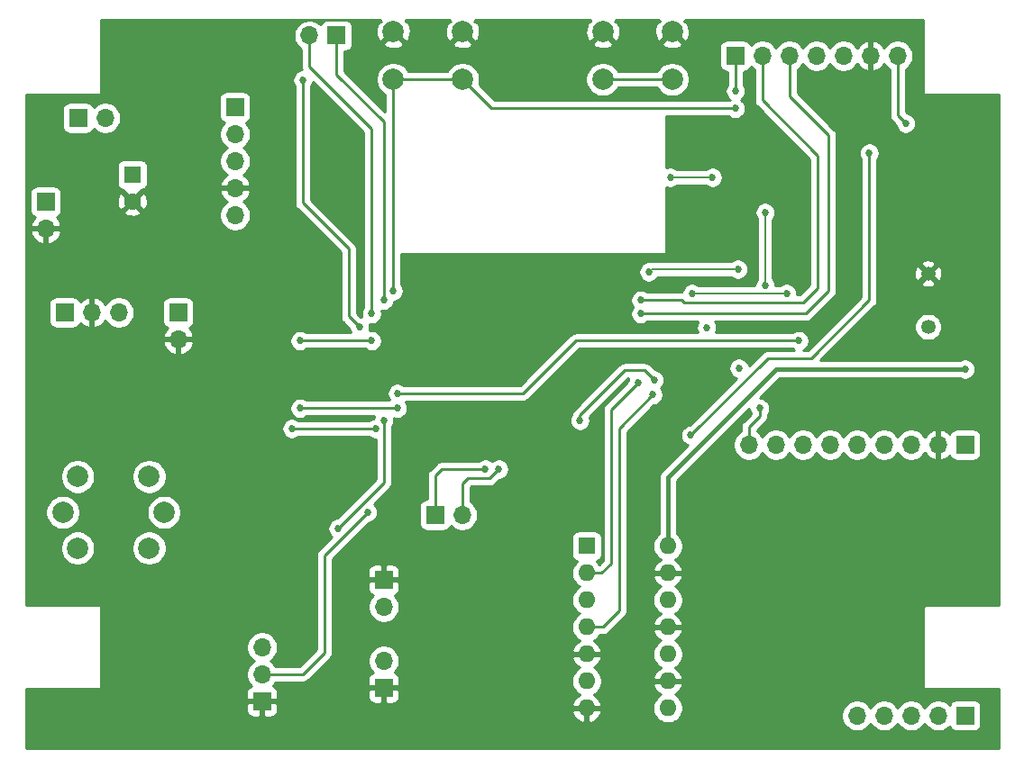
<source format=gbl>
G04 #@! TF.GenerationSoftware,KiCad,Pcbnew,(5.1.5)-3*
G04 #@! TF.CreationDate,2022-03-10T20:17:17-05:00*
G04 #@! TF.ProjectId,wearer,77656172-6572-42e6-9b69-6361645f7063,rev?*
G04 #@! TF.SameCoordinates,Original*
G04 #@! TF.FileFunction,Copper,L2,Bot*
G04 #@! TF.FilePolarity,Positive*
%FSLAX46Y46*%
G04 Gerber Fmt 4.6, Leading zero omitted, Abs format (unit mm)*
G04 Created by KiCad (PCBNEW (5.1.5)-3) date 2022-03-10 20:17:17*
%MOMM*%
%LPD*%
G04 APERTURE LIST*
%ADD10O,1.700000X1.700000*%
%ADD11R,1.700000X1.700000*%
%ADD12C,2.000000*%
%ADD13C,1.600000*%
%ADD14R,1.600000X1.600000*%
%ADD15C,1.350000*%
%ADD16O,1.600000X1.600000*%
%ADD17C,0.685800*%
%ADD18C,0.254000*%
%ADD19C,0.406400*%
%ADD20C,0.203200*%
G04 APERTURE END LIST*
D10*
X136398000Y-85344000D03*
D11*
X131318000Y-85344000D03*
D10*
X133858000Y-85344000D03*
D12*
X162179000Y-63428000D03*
X162179000Y-58928000D03*
X168679000Y-63428000D03*
X168679000Y-58928000D03*
X188364000Y-58928000D03*
X188364000Y-63428000D03*
X181864000Y-58928000D03*
X181864000Y-63428000D03*
D10*
X209550000Y-61214000D03*
X207010000Y-61214000D03*
X204470000Y-61214000D03*
X201930000Y-61214000D03*
X199390000Y-61214000D03*
X196850000Y-61214000D03*
D11*
X194310000Y-61214000D03*
D12*
X131140000Y-104140000D03*
X132531000Y-107499000D03*
X132531000Y-100781000D03*
X139249000Y-107499000D03*
X140640000Y-104140000D03*
X139249000Y-100781000D03*
D13*
X137668000Y-74890000D03*
D14*
X137668000Y-72390000D03*
D10*
X129540000Y-77470000D03*
D11*
X129540000Y-74930000D03*
D10*
X168656000Y-104394000D03*
D11*
X166116000Y-104394000D03*
D10*
X141986000Y-87884000D03*
D11*
X141986000Y-85344000D03*
D10*
X213360000Y-123260000D03*
X205740000Y-123260000D03*
X210820000Y-123260000D03*
D11*
X215900000Y-123260000D03*
D10*
X208280000Y-123260000D03*
X208280000Y-97790000D03*
X200660000Y-97790000D03*
X210820000Y-97790000D03*
X213360000Y-97790000D03*
X198120000Y-97790000D03*
X195580000Y-97790000D03*
D11*
X215900000Y-97790000D03*
D10*
X203200000Y-97790000D03*
X205740000Y-97790000D03*
X154305000Y-59309000D03*
D11*
X156845000Y-59309000D03*
D15*
X212407500Y-86701000D03*
X212407500Y-81701000D03*
D10*
X135128000Y-67056000D03*
D11*
X132588000Y-67056000D03*
X161290000Y-110490000D03*
D10*
X161290000Y-113030000D03*
D11*
X161290000Y-120650000D03*
D10*
X161290000Y-118110000D03*
X149860000Y-116840000D03*
X149860000Y-119380000D03*
D11*
X149860000Y-121920000D03*
D14*
X180340000Y-107315000D03*
D16*
X187960000Y-122555000D03*
X180340000Y-109855000D03*
X187960000Y-120015000D03*
X180340000Y-112395000D03*
X187960000Y-117475000D03*
X180340000Y-114935000D03*
X187960000Y-114935000D03*
X180340000Y-117475000D03*
X187960000Y-112395000D03*
X180340000Y-120015000D03*
X187960000Y-109855000D03*
X180340000Y-122555000D03*
X187960000Y-107315000D03*
D11*
X147320000Y-66040000D03*
D10*
X147320000Y-73660000D03*
X147320000Y-71120000D03*
X147320000Y-76200000D03*
X147320000Y-68580000D03*
D17*
X195834000Y-82550000D03*
X199644000Y-78867000D03*
X186944000Y-80264000D03*
X163449000Y-80391000D03*
X197231000Y-72390000D03*
X157099000Y-75819000D03*
X188595000Y-82296000D03*
X155702000Y-66421000D03*
X162179000Y-83312000D03*
X194310000Y-66167000D03*
X215900000Y-90678000D03*
X190246000Y-83566000D03*
X199136000Y-83566000D03*
X206883000Y-70358000D03*
X190119000Y-96901000D03*
X160147000Y-85471000D03*
X161290000Y-84201000D03*
X170815000Y-100076000D03*
X172085000Y-100076000D03*
X156972000Y-105664000D03*
X161290000Y-95504000D03*
X159004000Y-86741000D03*
X153670000Y-63500000D03*
X160528000Y-96266000D03*
X152654000Y-96266000D03*
X162560000Y-94361000D03*
X153416000Y-94361000D03*
X162560000Y-92964000D03*
X200279000Y-88011000D03*
X191603999Y-86780001D03*
X188214000Y-72644000D03*
X192151000Y-72644000D03*
X159766000Y-104140000D03*
X185166000Y-91948000D03*
X186563000Y-93091000D03*
X186182000Y-81534000D03*
X194564000Y-81280000D03*
X197104000Y-75946000D03*
X197104000Y-82804000D03*
X194651999Y-90590001D03*
X196596000Y-94361000D03*
X179705000Y-95504000D03*
X186690000Y-91694000D03*
X160147000Y-88011000D03*
X153416000Y-88011000D03*
X210312000Y-67564000D03*
X185420000Y-85471000D03*
X185420000Y-84201000D03*
X194310000Y-64516000D03*
D18*
X162179000Y-83312000D02*
X162179000Y-63428000D01*
X162179000Y-63428000D02*
X168679000Y-63428000D01*
X171418000Y-66167000D02*
X168679000Y-63428000D01*
X194310000Y-66167000D02*
X171418000Y-66167000D01*
D19*
X187960000Y-100855782D02*
X187960000Y-107315000D01*
X215900000Y-90678000D02*
X198137782Y-90678000D01*
X198137782Y-90678000D02*
X187960000Y-100855782D01*
D20*
X190246000Y-83566000D02*
X197300598Y-83566000D01*
X197300598Y-83566000D02*
X199136000Y-83566000D01*
D18*
X183278213Y-63428000D02*
X188364000Y-63428000D01*
X181864000Y-63428000D02*
X183278213Y-63428000D01*
X206883000Y-84201000D02*
X206883000Y-70358000D01*
X190119000Y-96901000D02*
X197358000Y-89662000D01*
X197358000Y-89662000D02*
X201422000Y-89662000D01*
X201422000Y-89662000D02*
X206883000Y-84201000D01*
X160147000Y-85471000D02*
X160147000Y-68072000D01*
X154305000Y-62230000D02*
X154305000Y-59309000D01*
X160147000Y-68072000D02*
X154305000Y-62230000D01*
X161290000Y-84201000D02*
X161290000Y-67437000D01*
X156845000Y-62992000D02*
X156845000Y-59309000D01*
X161290000Y-67437000D02*
X156845000Y-62992000D01*
X170815000Y-100076000D02*
X166751000Y-100076000D01*
X166116000Y-100711000D02*
X166116000Y-104394000D01*
X166751000Y-100076000D02*
X166116000Y-100711000D01*
X172085000Y-100076000D02*
X171196000Y-100965000D01*
X171196000Y-100965000D02*
X169164000Y-100965000D01*
X168656000Y-101473000D02*
X168656000Y-104394000D01*
X169164000Y-100965000D02*
X168656000Y-101473000D01*
X161290000Y-101346000D02*
X156972000Y-105664000D01*
X161290000Y-95504000D02*
X161290000Y-101346000D01*
X153670000Y-63500000D02*
X153670000Y-75057000D01*
X153670000Y-75057000D02*
X157988000Y-79375000D01*
X157988000Y-85725000D02*
X159004000Y-86741000D01*
X157988000Y-79375000D02*
X157988000Y-85725000D01*
X160528000Y-96266000D02*
X152654000Y-96266000D01*
X162560000Y-94361000D02*
X153416000Y-94361000D01*
X179324000Y-88011000D02*
X200279000Y-88011000D01*
X162560000Y-92964000D02*
X174371000Y-92964000D01*
X174371000Y-92964000D02*
X179324000Y-88011000D01*
X200279000Y-88011000D02*
X200279000Y-88011000D01*
D20*
X188214000Y-72644000D02*
X192151000Y-72644000D01*
D18*
X155702000Y-108204000D02*
X159766000Y-104140000D01*
X155702000Y-117348000D02*
X155702000Y-108204000D01*
X149860000Y-119380000D02*
X153670000Y-119380000D01*
X153670000Y-119380000D02*
X155702000Y-117348000D01*
X185166000Y-91948000D02*
X182626000Y-94488000D01*
X182626000Y-94488000D02*
X182626000Y-108966000D01*
X181737000Y-109855000D02*
X180340000Y-109855000D01*
X182626000Y-108966000D02*
X181737000Y-109855000D01*
X186563000Y-93091000D02*
X183388000Y-96266000D01*
X183388000Y-96266000D02*
X183388000Y-113411000D01*
X181864000Y-114935000D02*
X180340000Y-114935000D01*
X183388000Y-113411000D02*
X181864000Y-114935000D01*
D20*
X186436000Y-81280000D02*
X186182000Y-81534000D01*
X194564000Y-81280000D02*
X186436000Y-81280000D01*
X197104000Y-82804000D02*
X197104000Y-75946000D01*
D18*
X196596000Y-94361000D02*
X196596000Y-95123000D01*
X195580000Y-96139000D02*
X195580000Y-97790000D01*
X196596000Y-95123000D02*
X195580000Y-96139000D01*
X179705000Y-95019067D02*
X183919067Y-90805000D01*
X179705000Y-95504000D02*
X179705000Y-95019067D01*
X183919067Y-90805000D02*
X185801000Y-90805000D01*
X185801000Y-90805000D02*
X186690000Y-91694000D01*
X160147000Y-88011000D02*
X153416000Y-88011000D01*
X209550000Y-61214000D02*
X209550000Y-66802000D01*
X209550000Y-66802000D02*
X210312000Y-67564000D01*
X185420000Y-85471000D02*
X200914000Y-85471000D01*
X200914000Y-85471000D02*
X203073000Y-83312000D01*
X203073000Y-83312000D02*
X203073000Y-68707000D01*
X199390000Y-65024000D02*
X199390000Y-61214000D01*
X203073000Y-68707000D02*
X199390000Y-65024000D01*
X185420000Y-84201000D02*
X189230000Y-84201000D01*
X189230000Y-84201000D02*
X189484000Y-84455000D01*
X189484000Y-84455000D02*
X200660000Y-84455000D01*
X200660000Y-84455000D02*
X202057000Y-83058000D01*
X202057000Y-83058000D02*
X202057000Y-70612000D01*
X196850000Y-65405000D02*
X196850000Y-61214000D01*
X202057000Y-70612000D02*
X196850000Y-65405000D01*
X194310000Y-64516000D02*
X194310000Y-61214000D01*
G36*
X160927917Y-57856525D02*
G01*
X161043585Y-57972193D01*
X160779186Y-58067956D01*
X160638296Y-58357571D01*
X160556616Y-58669108D01*
X160537282Y-58990595D01*
X160581039Y-59309675D01*
X160686205Y-59614088D01*
X160779186Y-59788044D01*
X161043587Y-59883808D01*
X161999395Y-58928000D01*
X161985253Y-58913858D01*
X162164858Y-58734253D01*
X162179000Y-58748395D01*
X162193143Y-58734253D01*
X162372748Y-58913858D01*
X162358605Y-58928000D01*
X163314413Y-59883808D01*
X163578814Y-59788044D01*
X163719704Y-59498429D01*
X163801384Y-59186892D01*
X163820718Y-58865405D01*
X163776961Y-58546325D01*
X163671795Y-58241912D01*
X163578814Y-58067956D01*
X163314415Y-57972193D01*
X163430083Y-57856525D01*
X163383558Y-57810000D01*
X167474442Y-57810000D01*
X167427917Y-57856525D01*
X167543585Y-57972193D01*
X167279186Y-58067956D01*
X167138296Y-58357571D01*
X167056616Y-58669108D01*
X167037282Y-58990595D01*
X167081039Y-59309675D01*
X167186205Y-59614088D01*
X167279186Y-59788044D01*
X167543587Y-59883808D01*
X168499395Y-58928000D01*
X168485253Y-58913858D01*
X168664858Y-58734253D01*
X168679000Y-58748395D01*
X168693143Y-58734253D01*
X168872748Y-58913858D01*
X168858605Y-58928000D01*
X169814413Y-59883808D01*
X170078814Y-59788044D01*
X170219704Y-59498429D01*
X170301384Y-59186892D01*
X170320718Y-58865405D01*
X170276961Y-58546325D01*
X170171795Y-58241912D01*
X170078814Y-58067956D01*
X169814415Y-57972193D01*
X169930083Y-57856525D01*
X169883558Y-57810000D01*
X180659442Y-57810000D01*
X180612917Y-57856525D01*
X180728585Y-57972193D01*
X180464186Y-58067956D01*
X180323296Y-58357571D01*
X180241616Y-58669108D01*
X180222282Y-58990595D01*
X180266039Y-59309675D01*
X180371205Y-59614088D01*
X180464186Y-59788044D01*
X180728587Y-59883808D01*
X181684395Y-58928000D01*
X181670253Y-58913858D01*
X181849858Y-58734253D01*
X181864000Y-58748395D01*
X181878143Y-58734253D01*
X182057748Y-58913858D01*
X182043605Y-58928000D01*
X182999413Y-59883808D01*
X183263814Y-59788044D01*
X183404704Y-59498429D01*
X183486384Y-59186892D01*
X183505718Y-58865405D01*
X183461961Y-58546325D01*
X183356795Y-58241912D01*
X183263814Y-58067956D01*
X182999415Y-57972193D01*
X183115083Y-57856525D01*
X183068558Y-57810000D01*
X187159442Y-57810000D01*
X187112917Y-57856525D01*
X187228585Y-57972193D01*
X186964186Y-58067956D01*
X186823296Y-58357571D01*
X186741616Y-58669108D01*
X186722282Y-58990595D01*
X186766039Y-59309675D01*
X186871205Y-59614088D01*
X186964186Y-59788044D01*
X187228587Y-59883808D01*
X188184395Y-58928000D01*
X188170253Y-58913858D01*
X188349858Y-58734253D01*
X188364000Y-58748395D01*
X188378143Y-58734253D01*
X188557748Y-58913858D01*
X188543605Y-58928000D01*
X189499413Y-59883808D01*
X189763814Y-59788044D01*
X189904704Y-59498429D01*
X189986384Y-59186892D01*
X190005718Y-58865405D01*
X189961961Y-58546325D01*
X189856795Y-58241912D01*
X189763814Y-58067956D01*
X189499415Y-57972193D01*
X189615083Y-57856525D01*
X189568558Y-57810000D01*
X211963000Y-57810000D01*
X211963000Y-64770000D01*
X211965440Y-64794776D01*
X211972667Y-64818601D01*
X211984403Y-64840557D01*
X212000197Y-64859803D01*
X212019443Y-64875597D01*
X212041399Y-64887333D01*
X212065224Y-64894560D01*
X212090000Y-64897000D01*
X219050001Y-64897000D01*
X219050000Y-112903000D01*
X212090000Y-112903000D01*
X212065224Y-112905440D01*
X212041399Y-112912667D01*
X212019443Y-112924403D01*
X212000197Y-112940197D01*
X211984403Y-112959443D01*
X211972667Y-112981399D01*
X211965440Y-113005224D01*
X211963000Y-113030000D01*
X211963000Y-120650000D01*
X211965440Y-120674776D01*
X211972667Y-120698601D01*
X211984403Y-120720557D01*
X212000197Y-120739803D01*
X212019443Y-120755597D01*
X212041399Y-120767333D01*
X212065224Y-120774560D01*
X212090000Y-120777000D01*
X219050000Y-120777000D01*
X219050000Y-126340000D01*
X127660000Y-126340000D01*
X127660000Y-122770000D01*
X148371928Y-122770000D01*
X148384188Y-122894482D01*
X148420498Y-123014180D01*
X148479463Y-123124494D01*
X148558815Y-123221185D01*
X148655506Y-123300537D01*
X148765820Y-123359502D01*
X148885518Y-123395812D01*
X149010000Y-123408072D01*
X149574250Y-123405000D01*
X149733000Y-123246250D01*
X149733000Y-122047000D01*
X149987000Y-122047000D01*
X149987000Y-123246250D01*
X150145750Y-123405000D01*
X150710000Y-123408072D01*
X150834482Y-123395812D01*
X150954180Y-123359502D01*
X151064494Y-123300537D01*
X151161185Y-123221185D01*
X151240537Y-123124494D01*
X151299502Y-123014180D01*
X151332912Y-122904039D01*
X178948096Y-122904039D01*
X178988754Y-123038087D01*
X179108963Y-123292420D01*
X179276481Y-123518414D01*
X179484869Y-123707385D01*
X179726119Y-123852070D01*
X179990960Y-123946909D01*
X180213000Y-123825624D01*
X180213000Y-122682000D01*
X180467000Y-122682000D01*
X180467000Y-123825624D01*
X180689040Y-123946909D01*
X180953881Y-123852070D01*
X181195131Y-123707385D01*
X181403519Y-123518414D01*
X181571037Y-123292420D01*
X181691246Y-123038087D01*
X181731904Y-122904039D01*
X181609915Y-122682000D01*
X180467000Y-122682000D01*
X180213000Y-122682000D01*
X179070085Y-122682000D01*
X178948096Y-122904039D01*
X151332912Y-122904039D01*
X151335812Y-122894482D01*
X151348072Y-122770000D01*
X151345000Y-122205750D01*
X151186250Y-122047000D01*
X149987000Y-122047000D01*
X149733000Y-122047000D01*
X148533750Y-122047000D01*
X148375000Y-122205750D01*
X148371928Y-122770000D01*
X127660000Y-122770000D01*
X127660000Y-121070000D01*
X148371928Y-121070000D01*
X148375000Y-121634250D01*
X148533750Y-121793000D01*
X149733000Y-121793000D01*
X149733000Y-121773000D01*
X149987000Y-121773000D01*
X149987000Y-121793000D01*
X151186250Y-121793000D01*
X151345000Y-121634250D01*
X151345730Y-121500000D01*
X159801928Y-121500000D01*
X159814188Y-121624482D01*
X159850498Y-121744180D01*
X159909463Y-121854494D01*
X159988815Y-121951185D01*
X160085506Y-122030537D01*
X160195820Y-122089502D01*
X160315518Y-122125812D01*
X160440000Y-122138072D01*
X161004250Y-122135000D01*
X161163000Y-121976250D01*
X161163000Y-120777000D01*
X161417000Y-120777000D01*
X161417000Y-121976250D01*
X161575750Y-122135000D01*
X162140000Y-122138072D01*
X162264482Y-122125812D01*
X162384180Y-122089502D01*
X162494494Y-122030537D01*
X162591185Y-121951185D01*
X162670537Y-121854494D01*
X162729502Y-121744180D01*
X162765812Y-121624482D01*
X162778072Y-121500000D01*
X162775000Y-120935750D01*
X162616250Y-120777000D01*
X161417000Y-120777000D01*
X161163000Y-120777000D01*
X159963750Y-120777000D01*
X159805000Y-120935750D01*
X159801928Y-121500000D01*
X151345730Y-121500000D01*
X151348072Y-121070000D01*
X151335812Y-120945518D01*
X151299502Y-120825820D01*
X151240537Y-120715506D01*
X151161185Y-120618815D01*
X151064494Y-120539463D01*
X150954180Y-120480498D01*
X150881620Y-120458487D01*
X151013475Y-120326632D01*
X151136842Y-120142000D01*
X153632577Y-120142000D01*
X153670000Y-120145686D01*
X153707423Y-120142000D01*
X153707426Y-120142000D01*
X153819378Y-120130974D01*
X153963015Y-120087402D01*
X154095392Y-120016645D01*
X154211422Y-119921422D01*
X154235284Y-119892346D01*
X154327630Y-119800000D01*
X159801928Y-119800000D01*
X159805000Y-120364250D01*
X159963750Y-120523000D01*
X161163000Y-120523000D01*
X161163000Y-120503000D01*
X161417000Y-120503000D01*
X161417000Y-120523000D01*
X162616250Y-120523000D01*
X162775000Y-120364250D01*
X162777670Y-119873665D01*
X178905000Y-119873665D01*
X178905000Y-120156335D01*
X178960147Y-120433574D01*
X179068320Y-120694727D01*
X179225363Y-120929759D01*
X179425241Y-121129637D01*
X179660273Y-121286680D01*
X179670865Y-121291067D01*
X179484869Y-121402615D01*
X179276481Y-121591586D01*
X179108963Y-121817580D01*
X178988754Y-122071913D01*
X178948096Y-122205961D01*
X179070085Y-122428000D01*
X180213000Y-122428000D01*
X180213000Y-122408000D01*
X180467000Y-122408000D01*
X180467000Y-122428000D01*
X181609915Y-122428000D01*
X181617790Y-122413665D01*
X186525000Y-122413665D01*
X186525000Y-122696335D01*
X186580147Y-122973574D01*
X186688320Y-123234727D01*
X186845363Y-123469759D01*
X187045241Y-123669637D01*
X187280273Y-123826680D01*
X187541426Y-123934853D01*
X187818665Y-123990000D01*
X188101335Y-123990000D01*
X188378574Y-123934853D01*
X188639727Y-123826680D01*
X188874759Y-123669637D01*
X189074637Y-123469759D01*
X189231680Y-123234727D01*
X189281794Y-123113740D01*
X204255000Y-123113740D01*
X204255000Y-123406260D01*
X204312068Y-123693158D01*
X204424010Y-123963411D01*
X204586525Y-124206632D01*
X204793368Y-124413475D01*
X205036589Y-124575990D01*
X205306842Y-124687932D01*
X205593740Y-124745000D01*
X205886260Y-124745000D01*
X206173158Y-124687932D01*
X206443411Y-124575990D01*
X206686632Y-124413475D01*
X206893475Y-124206632D01*
X207010000Y-124032240D01*
X207126525Y-124206632D01*
X207333368Y-124413475D01*
X207576589Y-124575990D01*
X207846842Y-124687932D01*
X208133740Y-124745000D01*
X208426260Y-124745000D01*
X208713158Y-124687932D01*
X208983411Y-124575990D01*
X209226632Y-124413475D01*
X209433475Y-124206632D01*
X209550000Y-124032240D01*
X209666525Y-124206632D01*
X209873368Y-124413475D01*
X210116589Y-124575990D01*
X210386842Y-124687932D01*
X210673740Y-124745000D01*
X210966260Y-124745000D01*
X211253158Y-124687932D01*
X211523411Y-124575990D01*
X211766632Y-124413475D01*
X211973475Y-124206632D01*
X212090000Y-124032240D01*
X212206525Y-124206632D01*
X212413368Y-124413475D01*
X212656589Y-124575990D01*
X212926842Y-124687932D01*
X213213740Y-124745000D01*
X213506260Y-124745000D01*
X213793158Y-124687932D01*
X214063411Y-124575990D01*
X214306632Y-124413475D01*
X214438487Y-124281620D01*
X214460498Y-124354180D01*
X214519463Y-124464494D01*
X214598815Y-124561185D01*
X214695506Y-124640537D01*
X214805820Y-124699502D01*
X214925518Y-124735812D01*
X215050000Y-124748072D01*
X216750000Y-124748072D01*
X216874482Y-124735812D01*
X216994180Y-124699502D01*
X217104494Y-124640537D01*
X217201185Y-124561185D01*
X217280537Y-124464494D01*
X217339502Y-124354180D01*
X217375812Y-124234482D01*
X217388072Y-124110000D01*
X217388072Y-122410000D01*
X217375812Y-122285518D01*
X217339502Y-122165820D01*
X217280537Y-122055506D01*
X217201185Y-121958815D01*
X217104494Y-121879463D01*
X216994180Y-121820498D01*
X216874482Y-121784188D01*
X216750000Y-121771928D01*
X215050000Y-121771928D01*
X214925518Y-121784188D01*
X214805820Y-121820498D01*
X214695506Y-121879463D01*
X214598815Y-121958815D01*
X214519463Y-122055506D01*
X214460498Y-122165820D01*
X214438487Y-122238380D01*
X214306632Y-122106525D01*
X214063411Y-121944010D01*
X213793158Y-121832068D01*
X213506260Y-121775000D01*
X213213740Y-121775000D01*
X212926842Y-121832068D01*
X212656589Y-121944010D01*
X212413368Y-122106525D01*
X212206525Y-122313368D01*
X212090000Y-122487760D01*
X211973475Y-122313368D01*
X211766632Y-122106525D01*
X211523411Y-121944010D01*
X211253158Y-121832068D01*
X210966260Y-121775000D01*
X210673740Y-121775000D01*
X210386842Y-121832068D01*
X210116589Y-121944010D01*
X209873368Y-122106525D01*
X209666525Y-122313368D01*
X209550000Y-122487760D01*
X209433475Y-122313368D01*
X209226632Y-122106525D01*
X208983411Y-121944010D01*
X208713158Y-121832068D01*
X208426260Y-121775000D01*
X208133740Y-121775000D01*
X207846842Y-121832068D01*
X207576589Y-121944010D01*
X207333368Y-122106525D01*
X207126525Y-122313368D01*
X207010000Y-122487760D01*
X206893475Y-122313368D01*
X206686632Y-122106525D01*
X206443411Y-121944010D01*
X206173158Y-121832068D01*
X205886260Y-121775000D01*
X205593740Y-121775000D01*
X205306842Y-121832068D01*
X205036589Y-121944010D01*
X204793368Y-122106525D01*
X204586525Y-122313368D01*
X204424010Y-122556589D01*
X204312068Y-122826842D01*
X204255000Y-123113740D01*
X189281794Y-123113740D01*
X189339853Y-122973574D01*
X189395000Y-122696335D01*
X189395000Y-122413665D01*
X189339853Y-122136426D01*
X189231680Y-121875273D01*
X189074637Y-121640241D01*
X188874759Y-121440363D01*
X188639727Y-121283320D01*
X188629135Y-121278933D01*
X188815131Y-121167385D01*
X189023519Y-120978414D01*
X189191037Y-120752420D01*
X189311246Y-120498087D01*
X189351904Y-120364039D01*
X189229915Y-120142000D01*
X188087000Y-120142000D01*
X188087000Y-120162000D01*
X187833000Y-120162000D01*
X187833000Y-120142000D01*
X186690085Y-120142000D01*
X186568096Y-120364039D01*
X186608754Y-120498087D01*
X186728963Y-120752420D01*
X186896481Y-120978414D01*
X187104869Y-121167385D01*
X187290865Y-121278933D01*
X187280273Y-121283320D01*
X187045241Y-121440363D01*
X186845363Y-121640241D01*
X186688320Y-121875273D01*
X186580147Y-122136426D01*
X186525000Y-122413665D01*
X181617790Y-122413665D01*
X181731904Y-122205961D01*
X181691246Y-122071913D01*
X181571037Y-121817580D01*
X181403519Y-121591586D01*
X181195131Y-121402615D01*
X181009135Y-121291067D01*
X181019727Y-121286680D01*
X181254759Y-121129637D01*
X181454637Y-120929759D01*
X181611680Y-120694727D01*
X181719853Y-120433574D01*
X181775000Y-120156335D01*
X181775000Y-119873665D01*
X181719853Y-119596426D01*
X181611680Y-119335273D01*
X181454637Y-119100241D01*
X181254759Y-118900363D01*
X181019727Y-118743320D01*
X181009135Y-118738933D01*
X181195131Y-118627385D01*
X181403519Y-118438414D01*
X181571037Y-118212420D01*
X181691246Y-117958087D01*
X181731904Y-117824039D01*
X181609915Y-117602000D01*
X180467000Y-117602000D01*
X180467000Y-117622000D01*
X180213000Y-117622000D01*
X180213000Y-117602000D01*
X179070085Y-117602000D01*
X178948096Y-117824039D01*
X178988754Y-117958087D01*
X179108963Y-118212420D01*
X179276481Y-118438414D01*
X179484869Y-118627385D01*
X179670865Y-118738933D01*
X179660273Y-118743320D01*
X179425241Y-118900363D01*
X179225363Y-119100241D01*
X179068320Y-119335273D01*
X178960147Y-119596426D01*
X178905000Y-119873665D01*
X162777670Y-119873665D01*
X162778072Y-119800000D01*
X162765812Y-119675518D01*
X162729502Y-119555820D01*
X162670537Y-119445506D01*
X162591185Y-119348815D01*
X162494494Y-119269463D01*
X162384180Y-119210498D01*
X162311620Y-119188487D01*
X162443475Y-119056632D01*
X162605990Y-118813411D01*
X162717932Y-118543158D01*
X162775000Y-118256260D01*
X162775000Y-117963740D01*
X162717932Y-117676842D01*
X162605990Y-117406589D01*
X162443475Y-117163368D01*
X162236632Y-116956525D01*
X161993411Y-116794010D01*
X161723158Y-116682068D01*
X161436260Y-116625000D01*
X161143740Y-116625000D01*
X160856842Y-116682068D01*
X160586589Y-116794010D01*
X160343368Y-116956525D01*
X160136525Y-117163368D01*
X159974010Y-117406589D01*
X159862068Y-117676842D01*
X159805000Y-117963740D01*
X159805000Y-118256260D01*
X159862068Y-118543158D01*
X159974010Y-118813411D01*
X160136525Y-119056632D01*
X160268380Y-119188487D01*
X160195820Y-119210498D01*
X160085506Y-119269463D01*
X159988815Y-119348815D01*
X159909463Y-119445506D01*
X159850498Y-119555820D01*
X159814188Y-119675518D01*
X159801928Y-119800000D01*
X154327630Y-119800000D01*
X156214353Y-117913278D01*
X156243422Y-117889422D01*
X156270772Y-117856096D01*
X156338645Y-117773393D01*
X156409401Y-117641016D01*
X156409402Y-117641015D01*
X156452974Y-117497378D01*
X156464000Y-117385426D01*
X156464000Y-117385423D01*
X156467686Y-117348000D01*
X156464000Y-117310577D01*
X156464000Y-111340000D01*
X159801928Y-111340000D01*
X159814188Y-111464482D01*
X159850498Y-111584180D01*
X159909463Y-111694494D01*
X159988815Y-111791185D01*
X160085506Y-111870537D01*
X160195820Y-111929502D01*
X160268380Y-111951513D01*
X160136525Y-112083368D01*
X159974010Y-112326589D01*
X159862068Y-112596842D01*
X159805000Y-112883740D01*
X159805000Y-113176260D01*
X159862068Y-113463158D01*
X159974010Y-113733411D01*
X160136525Y-113976632D01*
X160343368Y-114183475D01*
X160586589Y-114345990D01*
X160856842Y-114457932D01*
X161143740Y-114515000D01*
X161436260Y-114515000D01*
X161723158Y-114457932D01*
X161993411Y-114345990D01*
X162236632Y-114183475D01*
X162443475Y-113976632D01*
X162605990Y-113733411D01*
X162717932Y-113463158D01*
X162775000Y-113176260D01*
X162775000Y-112883740D01*
X162717932Y-112596842D01*
X162605990Y-112326589D01*
X162443475Y-112083368D01*
X162311620Y-111951513D01*
X162384180Y-111929502D01*
X162494494Y-111870537D01*
X162591185Y-111791185D01*
X162670537Y-111694494D01*
X162729502Y-111584180D01*
X162765812Y-111464482D01*
X162778072Y-111340000D01*
X162775000Y-110775750D01*
X162616250Y-110617000D01*
X161417000Y-110617000D01*
X161417000Y-110637000D01*
X161163000Y-110637000D01*
X161163000Y-110617000D01*
X159963750Y-110617000D01*
X159805000Y-110775750D01*
X159801928Y-111340000D01*
X156464000Y-111340000D01*
X156464000Y-109640000D01*
X159801928Y-109640000D01*
X159805000Y-110204250D01*
X159963750Y-110363000D01*
X161163000Y-110363000D01*
X161163000Y-109163750D01*
X161417000Y-109163750D01*
X161417000Y-110363000D01*
X162616250Y-110363000D01*
X162775000Y-110204250D01*
X162778072Y-109640000D01*
X162765812Y-109515518D01*
X162729502Y-109395820D01*
X162670537Y-109285506D01*
X162591185Y-109188815D01*
X162494494Y-109109463D01*
X162384180Y-109050498D01*
X162264482Y-109014188D01*
X162140000Y-109001928D01*
X161575750Y-109005000D01*
X161417000Y-109163750D01*
X161163000Y-109163750D01*
X161004250Y-109005000D01*
X160440000Y-109001928D01*
X160315518Y-109014188D01*
X160195820Y-109050498D01*
X160085506Y-109109463D01*
X159988815Y-109188815D01*
X159909463Y-109285506D01*
X159850498Y-109395820D01*
X159814188Y-109515518D01*
X159801928Y-109640000D01*
X156464000Y-109640000D01*
X156464000Y-108519630D01*
X159866579Y-105117052D01*
X160051243Y-105080320D01*
X160229210Y-105006604D01*
X160389375Y-104899585D01*
X160525585Y-104763375D01*
X160632604Y-104603210D01*
X160706320Y-104425243D01*
X160743900Y-104236315D01*
X160743900Y-104043685D01*
X160706320Y-103854757D01*
X160632604Y-103676790D01*
X160543877Y-103544000D01*
X164627928Y-103544000D01*
X164627928Y-105244000D01*
X164640188Y-105368482D01*
X164676498Y-105488180D01*
X164735463Y-105598494D01*
X164814815Y-105695185D01*
X164911506Y-105774537D01*
X165021820Y-105833502D01*
X165141518Y-105869812D01*
X165266000Y-105882072D01*
X166966000Y-105882072D01*
X167090482Y-105869812D01*
X167210180Y-105833502D01*
X167320494Y-105774537D01*
X167417185Y-105695185D01*
X167496537Y-105598494D01*
X167555502Y-105488180D01*
X167577513Y-105415620D01*
X167709368Y-105547475D01*
X167952589Y-105709990D01*
X168222842Y-105821932D01*
X168509740Y-105879000D01*
X168802260Y-105879000D01*
X169089158Y-105821932D01*
X169359411Y-105709990D01*
X169602632Y-105547475D01*
X169809475Y-105340632D01*
X169971990Y-105097411D01*
X170083932Y-104827158D01*
X170141000Y-104540260D01*
X170141000Y-104247740D01*
X170083932Y-103960842D01*
X169971990Y-103690589D01*
X169809475Y-103447368D01*
X169602632Y-103240525D01*
X169418000Y-103117158D01*
X169418000Y-101788630D01*
X169479630Y-101727000D01*
X171158577Y-101727000D01*
X171196000Y-101730686D01*
X171233423Y-101727000D01*
X171233426Y-101727000D01*
X171345378Y-101715974D01*
X171489015Y-101672402D01*
X171621392Y-101601645D01*
X171737422Y-101506422D01*
X171761284Y-101477347D01*
X172185579Y-101053052D01*
X172370243Y-101016320D01*
X172548210Y-100942604D01*
X172708375Y-100835585D01*
X172844585Y-100699375D01*
X172951604Y-100539210D01*
X173025320Y-100361243D01*
X173062900Y-100172315D01*
X173062900Y-99979685D01*
X173025320Y-99790757D01*
X172951604Y-99612790D01*
X172844585Y-99452625D01*
X172708375Y-99316415D01*
X172548210Y-99209396D01*
X172370243Y-99135680D01*
X172181315Y-99098100D01*
X171988685Y-99098100D01*
X171799757Y-99135680D01*
X171621790Y-99209396D01*
X171461625Y-99316415D01*
X171450000Y-99328040D01*
X171438375Y-99316415D01*
X171278210Y-99209396D01*
X171100243Y-99135680D01*
X170911315Y-99098100D01*
X170718685Y-99098100D01*
X170529757Y-99135680D01*
X170351790Y-99209396D01*
X170195239Y-99314000D01*
X166788423Y-99314000D01*
X166751000Y-99310314D01*
X166713577Y-99314000D01*
X166713574Y-99314000D01*
X166601622Y-99325026D01*
X166457985Y-99368598D01*
X166396364Y-99401535D01*
X166325607Y-99439355D01*
X166309438Y-99452625D01*
X166209578Y-99534578D01*
X166185716Y-99563654D01*
X165603654Y-100145716D01*
X165574578Y-100169578D01*
X165550174Y-100199315D01*
X165479355Y-100285608D01*
X165456507Y-100328355D01*
X165408598Y-100417986D01*
X165365026Y-100561623D01*
X165359280Y-100619967D01*
X165350314Y-100711000D01*
X165354000Y-100748423D01*
X165354001Y-102905928D01*
X165266000Y-102905928D01*
X165141518Y-102918188D01*
X165021820Y-102954498D01*
X164911506Y-103013463D01*
X164814815Y-103092815D01*
X164735463Y-103189506D01*
X164676498Y-103299820D01*
X164640188Y-103419518D01*
X164627928Y-103544000D01*
X160543877Y-103544000D01*
X160525585Y-103516625D01*
X160389375Y-103380415D01*
X160355710Y-103357921D01*
X161802352Y-101911279D01*
X161831422Y-101887422D01*
X161926645Y-101771392D01*
X161997402Y-101639015D01*
X162040974Y-101495378D01*
X162052000Y-101383426D01*
X162052000Y-101383424D01*
X162055686Y-101346001D01*
X162052000Y-101308578D01*
X162052000Y-96123761D01*
X162156604Y-95967210D01*
X162230320Y-95789243D01*
X162267900Y-95600315D01*
X162267900Y-95407685D01*
X178727100Y-95407685D01*
X178727100Y-95600315D01*
X178764680Y-95789243D01*
X178838396Y-95967210D01*
X178945415Y-96127375D01*
X179081625Y-96263585D01*
X179241790Y-96370604D01*
X179419757Y-96444320D01*
X179608685Y-96481900D01*
X179801315Y-96481900D01*
X179990243Y-96444320D01*
X180168210Y-96370604D01*
X180328375Y-96263585D01*
X180464585Y-96127375D01*
X180571604Y-95967210D01*
X180645320Y-95789243D01*
X180682900Y-95600315D01*
X180682900Y-95407685D01*
X180645320Y-95218757D01*
X180627049Y-95174648D01*
X184234697Y-91567000D01*
X184265344Y-91567000D01*
X184225680Y-91662757D01*
X184188948Y-91847421D01*
X182113654Y-93922716D01*
X182084578Y-93946578D01*
X182028983Y-94014322D01*
X181989355Y-94062608D01*
X181985992Y-94068900D01*
X181918598Y-94194986D01*
X181875026Y-94338623D01*
X181867445Y-94415599D01*
X181860314Y-94488000D01*
X181864000Y-94525423D01*
X181864001Y-108650368D01*
X181502499Y-109011871D01*
X181454637Y-108940241D01*
X181256039Y-108741643D01*
X181264482Y-108740812D01*
X181384180Y-108704502D01*
X181494494Y-108645537D01*
X181591185Y-108566185D01*
X181670537Y-108469494D01*
X181729502Y-108359180D01*
X181765812Y-108239482D01*
X181778072Y-108115000D01*
X181778072Y-106515000D01*
X181765812Y-106390518D01*
X181729502Y-106270820D01*
X181670537Y-106160506D01*
X181591185Y-106063815D01*
X181494494Y-105984463D01*
X181384180Y-105925498D01*
X181264482Y-105889188D01*
X181140000Y-105876928D01*
X179540000Y-105876928D01*
X179415518Y-105889188D01*
X179295820Y-105925498D01*
X179185506Y-105984463D01*
X179088815Y-106063815D01*
X179009463Y-106160506D01*
X178950498Y-106270820D01*
X178914188Y-106390518D01*
X178901928Y-106515000D01*
X178901928Y-108115000D01*
X178914188Y-108239482D01*
X178950498Y-108359180D01*
X179009463Y-108469494D01*
X179088815Y-108566185D01*
X179185506Y-108645537D01*
X179295820Y-108704502D01*
X179415518Y-108740812D01*
X179423961Y-108741643D01*
X179225363Y-108940241D01*
X179068320Y-109175273D01*
X178960147Y-109436426D01*
X178905000Y-109713665D01*
X178905000Y-109996335D01*
X178960147Y-110273574D01*
X179068320Y-110534727D01*
X179225363Y-110769759D01*
X179425241Y-110969637D01*
X179657759Y-111125000D01*
X179425241Y-111280363D01*
X179225363Y-111480241D01*
X179068320Y-111715273D01*
X178960147Y-111976426D01*
X178905000Y-112253665D01*
X178905000Y-112536335D01*
X178960147Y-112813574D01*
X179068320Y-113074727D01*
X179225363Y-113309759D01*
X179425241Y-113509637D01*
X179657759Y-113665000D01*
X179425241Y-113820363D01*
X179225363Y-114020241D01*
X179068320Y-114255273D01*
X178960147Y-114516426D01*
X178905000Y-114793665D01*
X178905000Y-115076335D01*
X178960147Y-115353574D01*
X179068320Y-115614727D01*
X179225363Y-115849759D01*
X179425241Y-116049637D01*
X179660273Y-116206680D01*
X179670865Y-116211067D01*
X179484869Y-116322615D01*
X179276481Y-116511586D01*
X179108963Y-116737580D01*
X178988754Y-116991913D01*
X178948096Y-117125961D01*
X179070085Y-117348000D01*
X180213000Y-117348000D01*
X180213000Y-117328000D01*
X180467000Y-117328000D01*
X180467000Y-117348000D01*
X181609915Y-117348000D01*
X181617790Y-117333665D01*
X186525000Y-117333665D01*
X186525000Y-117616335D01*
X186580147Y-117893574D01*
X186688320Y-118154727D01*
X186845363Y-118389759D01*
X187045241Y-118589637D01*
X187280273Y-118746680D01*
X187290865Y-118751067D01*
X187104869Y-118862615D01*
X186896481Y-119051586D01*
X186728963Y-119277580D01*
X186608754Y-119531913D01*
X186568096Y-119665961D01*
X186690085Y-119888000D01*
X187833000Y-119888000D01*
X187833000Y-119868000D01*
X188087000Y-119868000D01*
X188087000Y-119888000D01*
X189229915Y-119888000D01*
X189351904Y-119665961D01*
X189311246Y-119531913D01*
X189191037Y-119277580D01*
X189023519Y-119051586D01*
X188815131Y-118862615D01*
X188629135Y-118751067D01*
X188639727Y-118746680D01*
X188874759Y-118589637D01*
X189074637Y-118389759D01*
X189231680Y-118154727D01*
X189339853Y-117893574D01*
X189395000Y-117616335D01*
X189395000Y-117333665D01*
X189339853Y-117056426D01*
X189231680Y-116795273D01*
X189074637Y-116560241D01*
X188874759Y-116360363D01*
X188639727Y-116203320D01*
X188629135Y-116198933D01*
X188815131Y-116087385D01*
X189023519Y-115898414D01*
X189191037Y-115672420D01*
X189311246Y-115418087D01*
X189351904Y-115284039D01*
X189229915Y-115062000D01*
X188087000Y-115062000D01*
X188087000Y-115082000D01*
X187833000Y-115082000D01*
X187833000Y-115062000D01*
X186690085Y-115062000D01*
X186568096Y-115284039D01*
X186608754Y-115418087D01*
X186728963Y-115672420D01*
X186896481Y-115898414D01*
X187104869Y-116087385D01*
X187290865Y-116198933D01*
X187280273Y-116203320D01*
X187045241Y-116360363D01*
X186845363Y-116560241D01*
X186688320Y-116795273D01*
X186580147Y-117056426D01*
X186525000Y-117333665D01*
X181617790Y-117333665D01*
X181731904Y-117125961D01*
X181691246Y-116991913D01*
X181571037Y-116737580D01*
X181403519Y-116511586D01*
X181195131Y-116322615D01*
X181009135Y-116211067D01*
X181019727Y-116206680D01*
X181254759Y-116049637D01*
X181454637Y-115849759D01*
X181556707Y-115697000D01*
X181826577Y-115697000D01*
X181864000Y-115700686D01*
X181901423Y-115697000D01*
X181901426Y-115697000D01*
X182013378Y-115685974D01*
X182157015Y-115642402D01*
X182289392Y-115571645D01*
X182405422Y-115476422D01*
X182429284Y-115447346D01*
X183900352Y-113976279D01*
X183929422Y-113952422D01*
X184024645Y-113836392D01*
X184095402Y-113704015D01*
X184138974Y-113560378D01*
X184150000Y-113448426D01*
X184150000Y-113448424D01*
X184153686Y-113411001D01*
X184150000Y-113373578D01*
X184150000Y-112253665D01*
X186525000Y-112253665D01*
X186525000Y-112536335D01*
X186580147Y-112813574D01*
X186688320Y-113074727D01*
X186845363Y-113309759D01*
X187045241Y-113509637D01*
X187280273Y-113666680D01*
X187290865Y-113671067D01*
X187104869Y-113782615D01*
X186896481Y-113971586D01*
X186728963Y-114197580D01*
X186608754Y-114451913D01*
X186568096Y-114585961D01*
X186690085Y-114808000D01*
X187833000Y-114808000D01*
X187833000Y-114788000D01*
X188087000Y-114788000D01*
X188087000Y-114808000D01*
X189229915Y-114808000D01*
X189351904Y-114585961D01*
X189311246Y-114451913D01*
X189191037Y-114197580D01*
X189023519Y-113971586D01*
X188815131Y-113782615D01*
X188629135Y-113671067D01*
X188639727Y-113666680D01*
X188874759Y-113509637D01*
X189074637Y-113309759D01*
X189231680Y-113074727D01*
X189339853Y-112813574D01*
X189395000Y-112536335D01*
X189395000Y-112253665D01*
X189339853Y-111976426D01*
X189231680Y-111715273D01*
X189074637Y-111480241D01*
X188874759Y-111280363D01*
X188639727Y-111123320D01*
X188629135Y-111118933D01*
X188815131Y-111007385D01*
X189023519Y-110818414D01*
X189191037Y-110592420D01*
X189311246Y-110338087D01*
X189351904Y-110204039D01*
X189229915Y-109982000D01*
X188087000Y-109982000D01*
X188087000Y-110002000D01*
X187833000Y-110002000D01*
X187833000Y-109982000D01*
X186690085Y-109982000D01*
X186568096Y-110204039D01*
X186608754Y-110338087D01*
X186728963Y-110592420D01*
X186896481Y-110818414D01*
X187104869Y-111007385D01*
X187290865Y-111118933D01*
X187280273Y-111123320D01*
X187045241Y-111280363D01*
X186845363Y-111480241D01*
X186688320Y-111715273D01*
X186580147Y-111976426D01*
X186525000Y-112253665D01*
X184150000Y-112253665D01*
X184150000Y-96581630D01*
X186663579Y-94068052D01*
X186848243Y-94031320D01*
X187026210Y-93957604D01*
X187186375Y-93850585D01*
X187322585Y-93714375D01*
X187429604Y-93554210D01*
X187503320Y-93376243D01*
X187540900Y-93187315D01*
X187540900Y-92994685D01*
X187503320Y-92805757D01*
X187429604Y-92627790D01*
X187322585Y-92467625D01*
X187310480Y-92455520D01*
X187313375Y-92453585D01*
X187449585Y-92317375D01*
X187556604Y-92157210D01*
X187630320Y-91979243D01*
X187667900Y-91790315D01*
X187667900Y-91597685D01*
X187630320Y-91408757D01*
X187556604Y-91230790D01*
X187449585Y-91070625D01*
X187313375Y-90934415D01*
X187153210Y-90827396D01*
X186975243Y-90753680D01*
X186790579Y-90716948D01*
X186366284Y-90292653D01*
X186342422Y-90263578D01*
X186226392Y-90168355D01*
X186094015Y-90097598D01*
X185950378Y-90054026D01*
X185838426Y-90043000D01*
X185838423Y-90043000D01*
X185801000Y-90039314D01*
X185763577Y-90043000D01*
X183956490Y-90043000D01*
X183919067Y-90039314D01*
X183881644Y-90043000D01*
X183881641Y-90043000D01*
X183769689Y-90054026D01*
X183626052Y-90097598D01*
X183571436Y-90126791D01*
X183493674Y-90168355D01*
X183451286Y-90203143D01*
X183377645Y-90263578D01*
X183353783Y-90292654D01*
X179192649Y-94453788D01*
X179163579Y-94477645D01*
X179068355Y-94593675D01*
X178997598Y-94726052D01*
X178954026Y-94869689D01*
X178953772Y-94872268D01*
X178945415Y-94880625D01*
X178838396Y-95040790D01*
X178764680Y-95218757D01*
X178727100Y-95407685D01*
X162267900Y-95407685D01*
X162244227Y-95288674D01*
X162274757Y-95301320D01*
X162463685Y-95338900D01*
X162656315Y-95338900D01*
X162845243Y-95301320D01*
X163023210Y-95227604D01*
X163183375Y-95120585D01*
X163319585Y-94984375D01*
X163426604Y-94824210D01*
X163500320Y-94646243D01*
X163537900Y-94457315D01*
X163537900Y-94264685D01*
X163500320Y-94075757D01*
X163426604Y-93897790D01*
X163319585Y-93737625D01*
X163307960Y-93726000D01*
X174333577Y-93726000D01*
X174371000Y-93729686D01*
X174408423Y-93726000D01*
X174408426Y-93726000D01*
X174520378Y-93714974D01*
X174664015Y-93671402D01*
X174796392Y-93600645D01*
X174912422Y-93505422D01*
X174936284Y-93476346D01*
X179639631Y-88773000D01*
X199659239Y-88773000D01*
X199815790Y-88877604D01*
X199869859Y-88900000D01*
X197395423Y-88900000D01*
X197358000Y-88896314D01*
X197320577Y-88900000D01*
X197320574Y-88900000D01*
X197208622Y-88911026D01*
X197064985Y-88954598D01*
X197003364Y-88987535D01*
X196932607Y-89025355D01*
X196867024Y-89079178D01*
X196816578Y-89120578D01*
X196792721Y-89149648D01*
X195599833Y-90342536D01*
X195592319Y-90304758D01*
X195518603Y-90126791D01*
X195411584Y-89966626D01*
X195275374Y-89830416D01*
X195115209Y-89723397D01*
X194937242Y-89649681D01*
X194748314Y-89612101D01*
X194555684Y-89612101D01*
X194366756Y-89649681D01*
X194188789Y-89723397D01*
X194028624Y-89830416D01*
X193892414Y-89966626D01*
X193785395Y-90126791D01*
X193711679Y-90304758D01*
X193674099Y-90493686D01*
X193674099Y-90686316D01*
X193711679Y-90875244D01*
X193785395Y-91053211D01*
X193892414Y-91213376D01*
X194028624Y-91349586D01*
X194188789Y-91456605D01*
X194366756Y-91530321D01*
X194404534Y-91537835D01*
X190018422Y-95923948D01*
X189833757Y-95960680D01*
X189655790Y-96034396D01*
X189495625Y-96141415D01*
X189359415Y-96277625D01*
X189252396Y-96437790D01*
X189178680Y-96615757D01*
X189141100Y-96804685D01*
X189141100Y-96997315D01*
X189178680Y-97186243D01*
X189252396Y-97364210D01*
X189359415Y-97524375D01*
X189495625Y-97660585D01*
X189655790Y-97767604D01*
X189802158Y-97828231D01*
X187396418Y-100233971D01*
X187364436Y-100260218D01*
X187259691Y-100387851D01*
X187181858Y-100533466D01*
X187133929Y-100691467D01*
X187121800Y-100814613D01*
X187121800Y-100814619D01*
X187117746Y-100855782D01*
X187121800Y-100896945D01*
X187121801Y-106149207D01*
X187045241Y-106200363D01*
X186845363Y-106400241D01*
X186688320Y-106635273D01*
X186580147Y-106896426D01*
X186525000Y-107173665D01*
X186525000Y-107456335D01*
X186580147Y-107733574D01*
X186688320Y-107994727D01*
X186845363Y-108229759D01*
X187045241Y-108429637D01*
X187280273Y-108586680D01*
X187290865Y-108591067D01*
X187104869Y-108702615D01*
X186896481Y-108891586D01*
X186728963Y-109117580D01*
X186608754Y-109371913D01*
X186568096Y-109505961D01*
X186690085Y-109728000D01*
X187833000Y-109728000D01*
X187833000Y-109708000D01*
X188087000Y-109708000D01*
X188087000Y-109728000D01*
X189229915Y-109728000D01*
X189351904Y-109505961D01*
X189311246Y-109371913D01*
X189191037Y-109117580D01*
X189023519Y-108891586D01*
X188815131Y-108702615D01*
X188629135Y-108591067D01*
X188639727Y-108586680D01*
X188874759Y-108429637D01*
X189074637Y-108229759D01*
X189231680Y-107994727D01*
X189339853Y-107733574D01*
X189395000Y-107456335D01*
X189395000Y-107173665D01*
X189339853Y-106896426D01*
X189231680Y-106635273D01*
X189074637Y-106400241D01*
X188874759Y-106200363D01*
X188798200Y-106149208D01*
X188798200Y-101202975D01*
X195618100Y-94383076D01*
X195618100Y-94457315D01*
X195655680Y-94646243D01*
X195729396Y-94824210D01*
X195764549Y-94876820D01*
X195067654Y-95573716D01*
X195038578Y-95597578D01*
X194992786Y-95653377D01*
X194943355Y-95713608D01*
X194921953Y-95753649D01*
X194872598Y-95845986D01*
X194829026Y-95989623D01*
X194818000Y-96101574D01*
X194814314Y-96139000D01*
X194818000Y-96176424D01*
X194818000Y-96513158D01*
X194633368Y-96636525D01*
X194426525Y-96843368D01*
X194264010Y-97086589D01*
X194152068Y-97356842D01*
X194095000Y-97643740D01*
X194095000Y-97936260D01*
X194152068Y-98223158D01*
X194264010Y-98493411D01*
X194426525Y-98736632D01*
X194633368Y-98943475D01*
X194876589Y-99105990D01*
X195146842Y-99217932D01*
X195433740Y-99275000D01*
X195726260Y-99275000D01*
X196013158Y-99217932D01*
X196283411Y-99105990D01*
X196526632Y-98943475D01*
X196733475Y-98736632D01*
X196850000Y-98562240D01*
X196966525Y-98736632D01*
X197173368Y-98943475D01*
X197416589Y-99105990D01*
X197686842Y-99217932D01*
X197973740Y-99275000D01*
X198266260Y-99275000D01*
X198553158Y-99217932D01*
X198823411Y-99105990D01*
X199066632Y-98943475D01*
X199273475Y-98736632D01*
X199390000Y-98562240D01*
X199506525Y-98736632D01*
X199713368Y-98943475D01*
X199956589Y-99105990D01*
X200226842Y-99217932D01*
X200513740Y-99275000D01*
X200806260Y-99275000D01*
X201093158Y-99217932D01*
X201363411Y-99105990D01*
X201606632Y-98943475D01*
X201813475Y-98736632D01*
X201930000Y-98562240D01*
X202046525Y-98736632D01*
X202253368Y-98943475D01*
X202496589Y-99105990D01*
X202766842Y-99217932D01*
X203053740Y-99275000D01*
X203346260Y-99275000D01*
X203633158Y-99217932D01*
X203903411Y-99105990D01*
X204146632Y-98943475D01*
X204353475Y-98736632D01*
X204470000Y-98562240D01*
X204586525Y-98736632D01*
X204793368Y-98943475D01*
X205036589Y-99105990D01*
X205306842Y-99217932D01*
X205593740Y-99275000D01*
X205886260Y-99275000D01*
X206173158Y-99217932D01*
X206443411Y-99105990D01*
X206686632Y-98943475D01*
X206893475Y-98736632D01*
X207010000Y-98562240D01*
X207126525Y-98736632D01*
X207333368Y-98943475D01*
X207576589Y-99105990D01*
X207846842Y-99217932D01*
X208133740Y-99275000D01*
X208426260Y-99275000D01*
X208713158Y-99217932D01*
X208983411Y-99105990D01*
X209226632Y-98943475D01*
X209433475Y-98736632D01*
X209550000Y-98562240D01*
X209666525Y-98736632D01*
X209873368Y-98943475D01*
X210116589Y-99105990D01*
X210386842Y-99217932D01*
X210673740Y-99275000D01*
X210966260Y-99275000D01*
X211253158Y-99217932D01*
X211523411Y-99105990D01*
X211766632Y-98943475D01*
X211973475Y-98736632D01*
X212095195Y-98554466D01*
X212164822Y-98671355D01*
X212359731Y-98887588D01*
X212593080Y-99061641D01*
X212855901Y-99186825D01*
X213003110Y-99231476D01*
X213233000Y-99110155D01*
X213233000Y-97917000D01*
X213213000Y-97917000D01*
X213213000Y-97663000D01*
X213233000Y-97663000D01*
X213233000Y-96469845D01*
X213487000Y-96469845D01*
X213487000Y-97663000D01*
X213507000Y-97663000D01*
X213507000Y-97917000D01*
X213487000Y-97917000D01*
X213487000Y-99110155D01*
X213716890Y-99231476D01*
X213864099Y-99186825D01*
X214126920Y-99061641D01*
X214360269Y-98887588D01*
X214436034Y-98803534D01*
X214460498Y-98884180D01*
X214519463Y-98994494D01*
X214598815Y-99091185D01*
X214695506Y-99170537D01*
X214805820Y-99229502D01*
X214925518Y-99265812D01*
X215050000Y-99278072D01*
X216750000Y-99278072D01*
X216874482Y-99265812D01*
X216994180Y-99229502D01*
X217104494Y-99170537D01*
X217201185Y-99091185D01*
X217280537Y-98994494D01*
X217339502Y-98884180D01*
X217375812Y-98764482D01*
X217388072Y-98640000D01*
X217388072Y-96940000D01*
X217375812Y-96815518D01*
X217339502Y-96695820D01*
X217280537Y-96585506D01*
X217201185Y-96488815D01*
X217104494Y-96409463D01*
X216994180Y-96350498D01*
X216874482Y-96314188D01*
X216750000Y-96301928D01*
X215050000Y-96301928D01*
X214925518Y-96314188D01*
X214805820Y-96350498D01*
X214695506Y-96409463D01*
X214598815Y-96488815D01*
X214519463Y-96585506D01*
X214460498Y-96695820D01*
X214436034Y-96776466D01*
X214360269Y-96692412D01*
X214126920Y-96518359D01*
X213864099Y-96393175D01*
X213716890Y-96348524D01*
X213487000Y-96469845D01*
X213233000Y-96469845D01*
X213003110Y-96348524D01*
X212855901Y-96393175D01*
X212593080Y-96518359D01*
X212359731Y-96692412D01*
X212164822Y-96908645D01*
X212095195Y-97025534D01*
X211973475Y-96843368D01*
X211766632Y-96636525D01*
X211523411Y-96474010D01*
X211253158Y-96362068D01*
X210966260Y-96305000D01*
X210673740Y-96305000D01*
X210386842Y-96362068D01*
X210116589Y-96474010D01*
X209873368Y-96636525D01*
X209666525Y-96843368D01*
X209550000Y-97017760D01*
X209433475Y-96843368D01*
X209226632Y-96636525D01*
X208983411Y-96474010D01*
X208713158Y-96362068D01*
X208426260Y-96305000D01*
X208133740Y-96305000D01*
X207846842Y-96362068D01*
X207576589Y-96474010D01*
X207333368Y-96636525D01*
X207126525Y-96843368D01*
X207010000Y-97017760D01*
X206893475Y-96843368D01*
X206686632Y-96636525D01*
X206443411Y-96474010D01*
X206173158Y-96362068D01*
X205886260Y-96305000D01*
X205593740Y-96305000D01*
X205306842Y-96362068D01*
X205036589Y-96474010D01*
X204793368Y-96636525D01*
X204586525Y-96843368D01*
X204470000Y-97017760D01*
X204353475Y-96843368D01*
X204146632Y-96636525D01*
X203903411Y-96474010D01*
X203633158Y-96362068D01*
X203346260Y-96305000D01*
X203053740Y-96305000D01*
X202766842Y-96362068D01*
X202496589Y-96474010D01*
X202253368Y-96636525D01*
X202046525Y-96843368D01*
X201930000Y-97017760D01*
X201813475Y-96843368D01*
X201606632Y-96636525D01*
X201363411Y-96474010D01*
X201093158Y-96362068D01*
X200806260Y-96305000D01*
X200513740Y-96305000D01*
X200226842Y-96362068D01*
X199956589Y-96474010D01*
X199713368Y-96636525D01*
X199506525Y-96843368D01*
X199390000Y-97017760D01*
X199273475Y-96843368D01*
X199066632Y-96636525D01*
X198823411Y-96474010D01*
X198553158Y-96362068D01*
X198266260Y-96305000D01*
X197973740Y-96305000D01*
X197686842Y-96362068D01*
X197416589Y-96474010D01*
X197173368Y-96636525D01*
X196966525Y-96843368D01*
X196850000Y-97017760D01*
X196733475Y-96843368D01*
X196526632Y-96636525D01*
X196342000Y-96513158D01*
X196342000Y-96454630D01*
X197108351Y-95688279D01*
X197137422Y-95664422D01*
X197190033Y-95600315D01*
X197232645Y-95548393D01*
X197288198Y-95444459D01*
X197303402Y-95416015D01*
X197346974Y-95272378D01*
X197358000Y-95160426D01*
X197358000Y-95160423D01*
X197361686Y-95123000D01*
X197358000Y-95085577D01*
X197358000Y-94980761D01*
X197462604Y-94824210D01*
X197536320Y-94646243D01*
X197573900Y-94457315D01*
X197573900Y-94264685D01*
X197536320Y-94075757D01*
X197462604Y-93897790D01*
X197355585Y-93737625D01*
X197219375Y-93601415D01*
X197059210Y-93494396D01*
X196881243Y-93420680D01*
X196692315Y-93383100D01*
X196618076Y-93383100D01*
X198484976Y-91516200D01*
X215394280Y-91516200D01*
X215436790Y-91544604D01*
X215614757Y-91618320D01*
X215803685Y-91655900D01*
X215996315Y-91655900D01*
X216185243Y-91618320D01*
X216363210Y-91544604D01*
X216523375Y-91437585D01*
X216659585Y-91301375D01*
X216766604Y-91141210D01*
X216840320Y-90963243D01*
X216877900Y-90774315D01*
X216877900Y-90581685D01*
X216840320Y-90392757D01*
X216766604Y-90214790D01*
X216659585Y-90054625D01*
X216523375Y-89918415D01*
X216363210Y-89811396D01*
X216185243Y-89737680D01*
X215996315Y-89700100D01*
X215803685Y-89700100D01*
X215614757Y-89737680D01*
X215436790Y-89811396D01*
X215394280Y-89839800D01*
X202321830Y-89839800D01*
X205589654Y-86571976D01*
X211097500Y-86571976D01*
X211097500Y-86830024D01*
X211147842Y-87083113D01*
X211246593Y-87321518D01*
X211389956Y-87536077D01*
X211572423Y-87718544D01*
X211786982Y-87861907D01*
X212025387Y-87960658D01*
X212278476Y-88011000D01*
X212536524Y-88011000D01*
X212789613Y-87960658D01*
X213028018Y-87861907D01*
X213242577Y-87718544D01*
X213425044Y-87536077D01*
X213568407Y-87321518D01*
X213667158Y-87083113D01*
X213717500Y-86830024D01*
X213717500Y-86571976D01*
X213667158Y-86318887D01*
X213568407Y-86080482D01*
X213425044Y-85865923D01*
X213242577Y-85683456D01*
X213028018Y-85540093D01*
X212789613Y-85441342D01*
X212536524Y-85391000D01*
X212278476Y-85391000D01*
X212025387Y-85441342D01*
X211786982Y-85540093D01*
X211572423Y-85683456D01*
X211389956Y-85865923D01*
X211246593Y-86080482D01*
X211147842Y-86318887D01*
X211097500Y-86571976D01*
X205589654Y-86571976D01*
X207395353Y-84766278D01*
X207424422Y-84742422D01*
X207519645Y-84626392D01*
X207590402Y-84494015D01*
X207633974Y-84350378D01*
X207645000Y-84238426D01*
X207645000Y-84238424D01*
X207648686Y-84201001D01*
X207645000Y-84163578D01*
X207645000Y-82604400D01*
X211683705Y-82604400D01*
X211740130Y-82835621D01*
X211974308Y-82944017D01*
X212225133Y-83004645D01*
X212482965Y-83015174D01*
X212737898Y-82975200D01*
X212980133Y-82886259D01*
X213074870Y-82835621D01*
X213131295Y-82604400D01*
X212407500Y-81880605D01*
X211683705Y-82604400D01*
X207645000Y-82604400D01*
X207645000Y-81776465D01*
X211093326Y-81776465D01*
X211133300Y-82031398D01*
X211222241Y-82273633D01*
X211272879Y-82368370D01*
X211504100Y-82424795D01*
X212227895Y-81701000D01*
X212587105Y-81701000D01*
X213310900Y-82424795D01*
X213542121Y-82368370D01*
X213650517Y-82134192D01*
X213711145Y-81883367D01*
X213721674Y-81625535D01*
X213681700Y-81370602D01*
X213592759Y-81128367D01*
X213542121Y-81033630D01*
X213310900Y-80977205D01*
X212587105Y-81701000D01*
X212227895Y-81701000D01*
X211504100Y-80977205D01*
X211272879Y-81033630D01*
X211164483Y-81267808D01*
X211103855Y-81518633D01*
X211093326Y-81776465D01*
X207645000Y-81776465D01*
X207645000Y-80797600D01*
X211683705Y-80797600D01*
X212407500Y-81521395D01*
X213131295Y-80797600D01*
X213074870Y-80566379D01*
X212840692Y-80457983D01*
X212589867Y-80397355D01*
X212332035Y-80386826D01*
X212077102Y-80426800D01*
X211834867Y-80515741D01*
X211740130Y-80566379D01*
X211683705Y-80797600D01*
X207645000Y-80797600D01*
X207645000Y-70977761D01*
X207749604Y-70821210D01*
X207823320Y-70643243D01*
X207860900Y-70454315D01*
X207860900Y-70261685D01*
X207823320Y-70072757D01*
X207749604Y-69894790D01*
X207642585Y-69734625D01*
X207506375Y-69598415D01*
X207346210Y-69491396D01*
X207168243Y-69417680D01*
X206979315Y-69380100D01*
X206786685Y-69380100D01*
X206597757Y-69417680D01*
X206419790Y-69491396D01*
X206259625Y-69598415D01*
X206123415Y-69734625D01*
X206016396Y-69894790D01*
X205942680Y-70072757D01*
X205905100Y-70261685D01*
X205905100Y-70454315D01*
X205942680Y-70643243D01*
X206016396Y-70821210D01*
X206121001Y-70977762D01*
X206121000Y-83885369D01*
X201106370Y-88900000D01*
X200688141Y-88900000D01*
X200742210Y-88877604D01*
X200902375Y-88770585D01*
X201038585Y-88634375D01*
X201145604Y-88474210D01*
X201219320Y-88296243D01*
X201256900Y-88107315D01*
X201256900Y-87914685D01*
X201219320Y-87725757D01*
X201145604Y-87547790D01*
X201038585Y-87387625D01*
X200902375Y-87251415D01*
X200742210Y-87144396D01*
X200564243Y-87070680D01*
X200375315Y-87033100D01*
X200182685Y-87033100D01*
X199993757Y-87070680D01*
X199815790Y-87144396D01*
X199659239Y-87249000D01*
X192466735Y-87249000D01*
X192470603Y-87243211D01*
X192544319Y-87065244D01*
X192581899Y-86876316D01*
X192581899Y-86683686D01*
X192544319Y-86494758D01*
X192470603Y-86316791D01*
X192414616Y-86233000D01*
X200876577Y-86233000D01*
X200914000Y-86236686D01*
X200951423Y-86233000D01*
X200951426Y-86233000D01*
X201063378Y-86221974D01*
X201207015Y-86178402D01*
X201339392Y-86107645D01*
X201455422Y-86012422D01*
X201479284Y-85983346D01*
X203585353Y-83877278D01*
X203614422Y-83853422D01*
X203709645Y-83737392D01*
X203780402Y-83605015D01*
X203823974Y-83461378D01*
X203835000Y-83349426D01*
X203835000Y-83349424D01*
X203838686Y-83312001D01*
X203835000Y-83274578D01*
X203835000Y-68744423D01*
X203838686Y-68707000D01*
X203831819Y-68637279D01*
X203823974Y-68557622D01*
X203780402Y-68413985D01*
X203727479Y-68314973D01*
X203709645Y-68281607D01*
X203674857Y-68239219D01*
X203614422Y-68165578D01*
X203585346Y-68141716D01*
X200152000Y-64708370D01*
X200152000Y-62490842D01*
X200336632Y-62367475D01*
X200543475Y-62160632D01*
X200660000Y-61986240D01*
X200776525Y-62160632D01*
X200983368Y-62367475D01*
X201226589Y-62529990D01*
X201496842Y-62641932D01*
X201783740Y-62699000D01*
X202076260Y-62699000D01*
X202363158Y-62641932D01*
X202633411Y-62529990D01*
X202876632Y-62367475D01*
X203083475Y-62160632D01*
X203200000Y-61986240D01*
X203316525Y-62160632D01*
X203523368Y-62367475D01*
X203766589Y-62529990D01*
X204036842Y-62641932D01*
X204323740Y-62699000D01*
X204616260Y-62699000D01*
X204903158Y-62641932D01*
X205173411Y-62529990D01*
X205416632Y-62367475D01*
X205623475Y-62160632D01*
X205745195Y-61978466D01*
X205814822Y-62095355D01*
X206009731Y-62311588D01*
X206243080Y-62485641D01*
X206505901Y-62610825D01*
X206653110Y-62655476D01*
X206883000Y-62534155D01*
X206883000Y-61341000D01*
X206863000Y-61341000D01*
X206863000Y-61087000D01*
X206883000Y-61087000D01*
X206883000Y-59893845D01*
X207137000Y-59893845D01*
X207137000Y-61087000D01*
X207157000Y-61087000D01*
X207157000Y-61341000D01*
X207137000Y-61341000D01*
X207137000Y-62534155D01*
X207366890Y-62655476D01*
X207514099Y-62610825D01*
X207776920Y-62485641D01*
X208010269Y-62311588D01*
X208205178Y-62095355D01*
X208274805Y-61978466D01*
X208396525Y-62160632D01*
X208603368Y-62367475D01*
X208788000Y-62490842D01*
X208788001Y-66764567D01*
X208784314Y-66802000D01*
X208799027Y-66951378D01*
X208842599Y-67095015D01*
X208913355Y-67227392D01*
X208955510Y-67278757D01*
X209008579Y-67343422D01*
X209037649Y-67367279D01*
X209334948Y-67664578D01*
X209371680Y-67849243D01*
X209445396Y-68027210D01*
X209552415Y-68187375D01*
X209688625Y-68323585D01*
X209848790Y-68430604D01*
X210026757Y-68504320D01*
X210215685Y-68541900D01*
X210408315Y-68541900D01*
X210597243Y-68504320D01*
X210775210Y-68430604D01*
X210935375Y-68323585D01*
X211071585Y-68187375D01*
X211178604Y-68027210D01*
X211252320Y-67849243D01*
X211289900Y-67660315D01*
X211289900Y-67467685D01*
X211252320Y-67278757D01*
X211178604Y-67100790D01*
X211071585Y-66940625D01*
X210935375Y-66804415D01*
X210775210Y-66697396D01*
X210597243Y-66623680D01*
X210412578Y-66586948D01*
X210312000Y-66486370D01*
X210312000Y-62490842D01*
X210496632Y-62367475D01*
X210703475Y-62160632D01*
X210865990Y-61917411D01*
X210977932Y-61647158D01*
X211035000Y-61360260D01*
X211035000Y-61067740D01*
X210977932Y-60780842D01*
X210865990Y-60510589D01*
X210703475Y-60267368D01*
X210496632Y-60060525D01*
X210253411Y-59898010D01*
X209983158Y-59786068D01*
X209696260Y-59729000D01*
X209403740Y-59729000D01*
X209116842Y-59786068D01*
X208846589Y-59898010D01*
X208603368Y-60060525D01*
X208396525Y-60267368D01*
X208274805Y-60449534D01*
X208205178Y-60332645D01*
X208010269Y-60116412D01*
X207776920Y-59942359D01*
X207514099Y-59817175D01*
X207366890Y-59772524D01*
X207137000Y-59893845D01*
X206883000Y-59893845D01*
X206653110Y-59772524D01*
X206505901Y-59817175D01*
X206243080Y-59942359D01*
X206009731Y-60116412D01*
X205814822Y-60332645D01*
X205745195Y-60449534D01*
X205623475Y-60267368D01*
X205416632Y-60060525D01*
X205173411Y-59898010D01*
X204903158Y-59786068D01*
X204616260Y-59729000D01*
X204323740Y-59729000D01*
X204036842Y-59786068D01*
X203766589Y-59898010D01*
X203523368Y-60060525D01*
X203316525Y-60267368D01*
X203200000Y-60441760D01*
X203083475Y-60267368D01*
X202876632Y-60060525D01*
X202633411Y-59898010D01*
X202363158Y-59786068D01*
X202076260Y-59729000D01*
X201783740Y-59729000D01*
X201496842Y-59786068D01*
X201226589Y-59898010D01*
X200983368Y-60060525D01*
X200776525Y-60267368D01*
X200660000Y-60441760D01*
X200543475Y-60267368D01*
X200336632Y-60060525D01*
X200093411Y-59898010D01*
X199823158Y-59786068D01*
X199536260Y-59729000D01*
X199243740Y-59729000D01*
X198956842Y-59786068D01*
X198686589Y-59898010D01*
X198443368Y-60060525D01*
X198236525Y-60267368D01*
X198120000Y-60441760D01*
X198003475Y-60267368D01*
X197796632Y-60060525D01*
X197553411Y-59898010D01*
X197283158Y-59786068D01*
X196996260Y-59729000D01*
X196703740Y-59729000D01*
X196416842Y-59786068D01*
X196146589Y-59898010D01*
X195903368Y-60060525D01*
X195771513Y-60192380D01*
X195749502Y-60119820D01*
X195690537Y-60009506D01*
X195611185Y-59912815D01*
X195514494Y-59833463D01*
X195404180Y-59774498D01*
X195284482Y-59738188D01*
X195160000Y-59725928D01*
X193460000Y-59725928D01*
X193335518Y-59738188D01*
X193215820Y-59774498D01*
X193105506Y-59833463D01*
X193008815Y-59912815D01*
X192929463Y-60009506D01*
X192870498Y-60119820D01*
X192834188Y-60239518D01*
X192821928Y-60364000D01*
X192821928Y-62064000D01*
X192834188Y-62188482D01*
X192870498Y-62308180D01*
X192929463Y-62418494D01*
X193008815Y-62515185D01*
X193105506Y-62594537D01*
X193215820Y-62653502D01*
X193335518Y-62689812D01*
X193460000Y-62702072D01*
X193548001Y-62702072D01*
X193548000Y-63896239D01*
X193443396Y-64052790D01*
X193369680Y-64230757D01*
X193332100Y-64419685D01*
X193332100Y-64612315D01*
X193369680Y-64801243D01*
X193443396Y-64979210D01*
X193550415Y-65139375D01*
X193686625Y-65275585D01*
X193785274Y-65341500D01*
X193690239Y-65405000D01*
X171733631Y-65405000D01*
X170246006Y-63917375D01*
X170251168Y-63904912D01*
X170314000Y-63589033D01*
X170314000Y-63266967D01*
X180229000Y-63266967D01*
X180229000Y-63589033D01*
X180291832Y-63904912D01*
X180415082Y-64202463D01*
X180594013Y-64470252D01*
X180821748Y-64697987D01*
X181089537Y-64876918D01*
X181387088Y-65000168D01*
X181702967Y-65063000D01*
X182025033Y-65063000D01*
X182340912Y-65000168D01*
X182638463Y-64876918D01*
X182906252Y-64697987D01*
X183133987Y-64470252D01*
X183312918Y-64202463D01*
X183318080Y-64190000D01*
X186909920Y-64190000D01*
X186915082Y-64202463D01*
X187094013Y-64470252D01*
X187321748Y-64697987D01*
X187589537Y-64876918D01*
X187887088Y-65000168D01*
X188202967Y-65063000D01*
X188525033Y-65063000D01*
X188840912Y-65000168D01*
X189138463Y-64876918D01*
X189406252Y-64697987D01*
X189633987Y-64470252D01*
X189812918Y-64202463D01*
X189936168Y-63904912D01*
X189999000Y-63589033D01*
X189999000Y-63266967D01*
X189936168Y-62951088D01*
X189812918Y-62653537D01*
X189633987Y-62385748D01*
X189406252Y-62158013D01*
X189138463Y-61979082D01*
X188840912Y-61855832D01*
X188525033Y-61793000D01*
X188202967Y-61793000D01*
X187887088Y-61855832D01*
X187589537Y-61979082D01*
X187321748Y-62158013D01*
X187094013Y-62385748D01*
X186915082Y-62653537D01*
X186909920Y-62666000D01*
X183318080Y-62666000D01*
X183312918Y-62653537D01*
X183133987Y-62385748D01*
X182906252Y-62158013D01*
X182638463Y-61979082D01*
X182340912Y-61855832D01*
X182025033Y-61793000D01*
X181702967Y-61793000D01*
X181387088Y-61855832D01*
X181089537Y-61979082D01*
X180821748Y-62158013D01*
X180594013Y-62385748D01*
X180415082Y-62653537D01*
X180291832Y-62951088D01*
X180229000Y-63266967D01*
X170314000Y-63266967D01*
X170251168Y-62951088D01*
X170127918Y-62653537D01*
X169948987Y-62385748D01*
X169721252Y-62158013D01*
X169453463Y-61979082D01*
X169155912Y-61855832D01*
X168840033Y-61793000D01*
X168517967Y-61793000D01*
X168202088Y-61855832D01*
X167904537Y-61979082D01*
X167636748Y-62158013D01*
X167409013Y-62385748D01*
X167230082Y-62653537D01*
X167224920Y-62666000D01*
X163633080Y-62666000D01*
X163627918Y-62653537D01*
X163448987Y-62385748D01*
X163221252Y-62158013D01*
X162953463Y-61979082D01*
X162655912Y-61855832D01*
X162340033Y-61793000D01*
X162017967Y-61793000D01*
X161702088Y-61855832D01*
X161404537Y-61979082D01*
X161136748Y-62158013D01*
X160909013Y-62385748D01*
X160730082Y-62653537D01*
X160606832Y-62951088D01*
X160544000Y-63266967D01*
X160544000Y-63589033D01*
X160606832Y-63904912D01*
X160730082Y-64202463D01*
X160909013Y-64470252D01*
X161136748Y-64697987D01*
X161404537Y-64876918D01*
X161417001Y-64882081D01*
X161417001Y-66486370D01*
X157607000Y-62676370D01*
X157607000Y-60797072D01*
X157695000Y-60797072D01*
X157819482Y-60784812D01*
X157939180Y-60748502D01*
X158049494Y-60689537D01*
X158146185Y-60610185D01*
X158225537Y-60513494D01*
X158284502Y-60403180D01*
X158320812Y-60283482D01*
X158333072Y-60159000D01*
X158333072Y-60063413D01*
X161223192Y-60063413D01*
X161318956Y-60327814D01*
X161608571Y-60468704D01*
X161920108Y-60550384D01*
X162241595Y-60569718D01*
X162560675Y-60525961D01*
X162865088Y-60420795D01*
X163039044Y-60327814D01*
X163134808Y-60063413D01*
X167723192Y-60063413D01*
X167818956Y-60327814D01*
X168108571Y-60468704D01*
X168420108Y-60550384D01*
X168741595Y-60569718D01*
X169060675Y-60525961D01*
X169365088Y-60420795D01*
X169539044Y-60327814D01*
X169634808Y-60063413D01*
X180908192Y-60063413D01*
X181003956Y-60327814D01*
X181293571Y-60468704D01*
X181605108Y-60550384D01*
X181926595Y-60569718D01*
X182245675Y-60525961D01*
X182550088Y-60420795D01*
X182724044Y-60327814D01*
X182819808Y-60063413D01*
X187408192Y-60063413D01*
X187503956Y-60327814D01*
X187793571Y-60468704D01*
X188105108Y-60550384D01*
X188426595Y-60569718D01*
X188745675Y-60525961D01*
X189050088Y-60420795D01*
X189224044Y-60327814D01*
X189319808Y-60063413D01*
X188364000Y-59107605D01*
X187408192Y-60063413D01*
X182819808Y-60063413D01*
X181864000Y-59107605D01*
X180908192Y-60063413D01*
X169634808Y-60063413D01*
X168679000Y-59107605D01*
X167723192Y-60063413D01*
X163134808Y-60063413D01*
X162179000Y-59107605D01*
X161223192Y-60063413D01*
X158333072Y-60063413D01*
X158333072Y-58459000D01*
X158320812Y-58334518D01*
X158284502Y-58214820D01*
X158225537Y-58104506D01*
X158146185Y-58007815D01*
X158049494Y-57928463D01*
X157939180Y-57869498D01*
X157819482Y-57833188D01*
X157695000Y-57820928D01*
X155995000Y-57820928D01*
X155870518Y-57833188D01*
X155750820Y-57869498D01*
X155640506Y-57928463D01*
X155543815Y-58007815D01*
X155464463Y-58104506D01*
X155405498Y-58214820D01*
X155383487Y-58287380D01*
X155251632Y-58155525D01*
X155008411Y-57993010D01*
X154738158Y-57881068D01*
X154451260Y-57824000D01*
X154158740Y-57824000D01*
X153871842Y-57881068D01*
X153601589Y-57993010D01*
X153358368Y-58155525D01*
X153151525Y-58362368D01*
X152989010Y-58605589D01*
X152877068Y-58875842D01*
X152820000Y-59162740D01*
X152820000Y-59455260D01*
X152877068Y-59742158D01*
X152989010Y-60012411D01*
X153151525Y-60255632D01*
X153358368Y-60462475D01*
X153543001Y-60585842D01*
X153543000Y-62192577D01*
X153539314Y-62230000D01*
X153543000Y-62267423D01*
X153543000Y-62267425D01*
X153554026Y-62379377D01*
X153597321Y-62522100D01*
X153573685Y-62522100D01*
X153384757Y-62559680D01*
X153206790Y-62633396D01*
X153046625Y-62740415D01*
X152910415Y-62876625D01*
X152803396Y-63036790D01*
X152729680Y-63214757D01*
X152692100Y-63403685D01*
X152692100Y-63596315D01*
X152729680Y-63785243D01*
X152803396Y-63963210D01*
X152908000Y-64119761D01*
X152908001Y-75019567D01*
X152904314Y-75057000D01*
X152919027Y-75206378D01*
X152962599Y-75350015D01*
X153033355Y-75482392D01*
X153076355Y-75534787D01*
X153128579Y-75598422D01*
X153157649Y-75622279D01*
X157226000Y-79690631D01*
X157226001Y-85687567D01*
X157222314Y-85725000D01*
X157237027Y-85874378D01*
X157280599Y-86018015D01*
X157351355Y-86150392D01*
X157412876Y-86225355D01*
X157446579Y-86266422D01*
X157475649Y-86290279D01*
X158026948Y-86841579D01*
X158063680Y-87026243D01*
X158137396Y-87204210D01*
X158167324Y-87249000D01*
X154035761Y-87249000D01*
X153879210Y-87144396D01*
X153701243Y-87070680D01*
X153512315Y-87033100D01*
X153319685Y-87033100D01*
X153130757Y-87070680D01*
X152952790Y-87144396D01*
X152792625Y-87251415D01*
X152656415Y-87387625D01*
X152549396Y-87547790D01*
X152475680Y-87725757D01*
X152438100Y-87914685D01*
X152438100Y-88107315D01*
X152475680Y-88296243D01*
X152549396Y-88474210D01*
X152656415Y-88634375D01*
X152792625Y-88770585D01*
X152952790Y-88877604D01*
X153130757Y-88951320D01*
X153319685Y-88988900D01*
X153512315Y-88988900D01*
X153701243Y-88951320D01*
X153879210Y-88877604D01*
X154035761Y-88773000D01*
X159527239Y-88773000D01*
X159683790Y-88877604D01*
X159861757Y-88951320D01*
X160050685Y-88988900D01*
X160243315Y-88988900D01*
X160432243Y-88951320D01*
X160610210Y-88877604D01*
X160770375Y-88770585D01*
X160906585Y-88634375D01*
X161013604Y-88474210D01*
X161087320Y-88296243D01*
X161124900Y-88107315D01*
X161124900Y-87914685D01*
X161087320Y-87725757D01*
X161013604Y-87547790D01*
X160906585Y-87387625D01*
X160770375Y-87251415D01*
X160610210Y-87144396D01*
X160432243Y-87070680D01*
X160243315Y-87033100D01*
X160050685Y-87033100D01*
X159931674Y-87056773D01*
X159944320Y-87026243D01*
X159981900Y-86837315D01*
X159981900Y-86644685D01*
X159944320Y-86455757D01*
X159931674Y-86425227D01*
X160050685Y-86448900D01*
X160243315Y-86448900D01*
X160432243Y-86411320D01*
X160610210Y-86337604D01*
X160770375Y-86230585D01*
X160906585Y-86094375D01*
X161013604Y-85934210D01*
X161087320Y-85756243D01*
X161124900Y-85567315D01*
X161124900Y-85374685D01*
X161087320Y-85185757D01*
X161074674Y-85155227D01*
X161193685Y-85178900D01*
X161386315Y-85178900D01*
X161575243Y-85141320D01*
X161753210Y-85067604D01*
X161913375Y-84960585D01*
X162049585Y-84824375D01*
X162156604Y-84664210D01*
X162230320Y-84486243D01*
X162267900Y-84297315D01*
X162267900Y-84289900D01*
X162275315Y-84289900D01*
X162464243Y-84252320D01*
X162642210Y-84178604D01*
X162802375Y-84071585D01*
X162938585Y-83935375D01*
X163045604Y-83775210D01*
X163119320Y-83597243D01*
X163156900Y-83408315D01*
X163156900Y-83215685D01*
X163119320Y-83026757D01*
X163045604Y-82848790D01*
X162941000Y-82692239D01*
X162941000Y-81437685D01*
X185204100Y-81437685D01*
X185204100Y-81630315D01*
X185241680Y-81819243D01*
X185315396Y-81997210D01*
X185422415Y-82157375D01*
X185558625Y-82293585D01*
X185718790Y-82400604D01*
X185896757Y-82474320D01*
X186085685Y-82511900D01*
X186278315Y-82511900D01*
X186467243Y-82474320D01*
X186645210Y-82400604D01*
X186805375Y-82293585D01*
X186941585Y-82157375D01*
X187035648Y-82016600D01*
X193917640Y-82016600D01*
X193940625Y-82039585D01*
X194100790Y-82146604D01*
X194278757Y-82220320D01*
X194467685Y-82257900D01*
X194660315Y-82257900D01*
X194849243Y-82220320D01*
X195027210Y-82146604D01*
X195187375Y-82039585D01*
X195323585Y-81903375D01*
X195430604Y-81743210D01*
X195504320Y-81565243D01*
X195541900Y-81376315D01*
X195541900Y-81183685D01*
X195504320Y-80994757D01*
X195430604Y-80816790D01*
X195323585Y-80656625D01*
X195187375Y-80520415D01*
X195027210Y-80413396D01*
X194849243Y-80339680D01*
X194660315Y-80302100D01*
X194467685Y-80302100D01*
X194278757Y-80339680D01*
X194100790Y-80413396D01*
X193940625Y-80520415D01*
X193917640Y-80543400D01*
X186472175Y-80543400D01*
X186435999Y-80539837D01*
X186399823Y-80543400D01*
X186399814Y-80543400D01*
X186291601Y-80554058D01*
X186282274Y-80556887D01*
X186278315Y-80556100D01*
X186085685Y-80556100D01*
X185896757Y-80593680D01*
X185718790Y-80667396D01*
X185558625Y-80774415D01*
X185422415Y-80910625D01*
X185315396Y-81070790D01*
X185241680Y-81248757D01*
X185204100Y-81437685D01*
X162941000Y-81437685D01*
X162941000Y-79883000D01*
X187706000Y-79883000D01*
X187730776Y-79880560D01*
X187754601Y-79873333D01*
X187776557Y-79861597D01*
X187795803Y-79845803D01*
X187811597Y-79826557D01*
X187823333Y-79804601D01*
X187830560Y-79780776D01*
X187833000Y-79756000D01*
X187833000Y-73544656D01*
X187928757Y-73584320D01*
X188117685Y-73621900D01*
X188310315Y-73621900D01*
X188499243Y-73584320D01*
X188677210Y-73510604D01*
X188837375Y-73403585D01*
X188860360Y-73380600D01*
X191504640Y-73380600D01*
X191527625Y-73403585D01*
X191687790Y-73510604D01*
X191865757Y-73584320D01*
X192054685Y-73621900D01*
X192247315Y-73621900D01*
X192436243Y-73584320D01*
X192614210Y-73510604D01*
X192774375Y-73403585D01*
X192910585Y-73267375D01*
X193017604Y-73107210D01*
X193091320Y-72929243D01*
X193128900Y-72740315D01*
X193128900Y-72547685D01*
X193091320Y-72358757D01*
X193017604Y-72180790D01*
X192910585Y-72020625D01*
X192774375Y-71884415D01*
X192614210Y-71777396D01*
X192436243Y-71703680D01*
X192247315Y-71666100D01*
X192054685Y-71666100D01*
X191865757Y-71703680D01*
X191687790Y-71777396D01*
X191527625Y-71884415D01*
X191504640Y-71907400D01*
X188860360Y-71907400D01*
X188837375Y-71884415D01*
X188677210Y-71777396D01*
X188499243Y-71703680D01*
X188310315Y-71666100D01*
X188117685Y-71666100D01*
X187928757Y-71703680D01*
X187833000Y-71743344D01*
X187833000Y-66929000D01*
X193690239Y-66929000D01*
X193846790Y-67033604D01*
X194024757Y-67107320D01*
X194213685Y-67144900D01*
X194406315Y-67144900D01*
X194595243Y-67107320D01*
X194773210Y-67033604D01*
X194933375Y-66926585D01*
X195069585Y-66790375D01*
X195176604Y-66630210D01*
X195250320Y-66452243D01*
X195287900Y-66263315D01*
X195287900Y-66070685D01*
X195250320Y-65881757D01*
X195176604Y-65703790D01*
X195069585Y-65543625D01*
X194933375Y-65407415D01*
X194834726Y-65341500D01*
X194933375Y-65275585D01*
X195069585Y-65139375D01*
X195176604Y-64979210D01*
X195250320Y-64801243D01*
X195287900Y-64612315D01*
X195287900Y-64419685D01*
X195250320Y-64230757D01*
X195176604Y-64052790D01*
X195072000Y-63896239D01*
X195072000Y-62702072D01*
X195160000Y-62702072D01*
X195284482Y-62689812D01*
X195404180Y-62653502D01*
X195514494Y-62594537D01*
X195611185Y-62515185D01*
X195690537Y-62418494D01*
X195749502Y-62308180D01*
X195771513Y-62235620D01*
X195903368Y-62367475D01*
X196088001Y-62490843D01*
X196088000Y-65367577D01*
X196084314Y-65405000D01*
X196088000Y-65442423D01*
X196088000Y-65442425D01*
X196099026Y-65554377D01*
X196142598Y-65698014D01*
X196172959Y-65754815D01*
X196213355Y-65830392D01*
X196230683Y-65851506D01*
X196308578Y-65946422D01*
X196337654Y-65970284D01*
X201295001Y-70927632D01*
X201295000Y-82742369D01*
X200344370Y-83693000D01*
X200107796Y-83693000D01*
X200113900Y-83662315D01*
X200113900Y-83469685D01*
X200076320Y-83280757D01*
X200002604Y-83102790D01*
X199895585Y-82942625D01*
X199759375Y-82806415D01*
X199599210Y-82699396D01*
X199421243Y-82625680D01*
X199232315Y-82588100D01*
X199039685Y-82588100D01*
X198850757Y-82625680D01*
X198672790Y-82699396D01*
X198512625Y-82806415D01*
X198489640Y-82829400D01*
X198081900Y-82829400D01*
X198081900Y-82707685D01*
X198044320Y-82518757D01*
X197970604Y-82340790D01*
X197863585Y-82180625D01*
X197840600Y-82157640D01*
X197840600Y-76592360D01*
X197863585Y-76569375D01*
X197970604Y-76409210D01*
X198044320Y-76231243D01*
X198081900Y-76042315D01*
X198081900Y-75849685D01*
X198044320Y-75660757D01*
X197970604Y-75482790D01*
X197863585Y-75322625D01*
X197727375Y-75186415D01*
X197567210Y-75079396D01*
X197389243Y-75005680D01*
X197200315Y-74968100D01*
X197007685Y-74968100D01*
X196818757Y-75005680D01*
X196640790Y-75079396D01*
X196480625Y-75186415D01*
X196344415Y-75322625D01*
X196237396Y-75482790D01*
X196163680Y-75660757D01*
X196126100Y-75849685D01*
X196126100Y-76042315D01*
X196163680Y-76231243D01*
X196237396Y-76409210D01*
X196344415Y-76569375D01*
X196367401Y-76592361D01*
X196367400Y-82157640D01*
X196344415Y-82180625D01*
X196237396Y-82340790D01*
X196163680Y-82518757D01*
X196126100Y-82707685D01*
X196126100Y-82829400D01*
X190892360Y-82829400D01*
X190869375Y-82806415D01*
X190709210Y-82699396D01*
X190531243Y-82625680D01*
X190342315Y-82588100D01*
X190149685Y-82588100D01*
X189960757Y-82625680D01*
X189782790Y-82699396D01*
X189622625Y-82806415D01*
X189486415Y-82942625D01*
X189379396Y-83102790D01*
X189305680Y-83280757D01*
X189274073Y-83439655D01*
X189267426Y-83439000D01*
X189267423Y-83439000D01*
X189230000Y-83435314D01*
X189192577Y-83439000D01*
X186039761Y-83439000D01*
X185883210Y-83334396D01*
X185705243Y-83260680D01*
X185516315Y-83223100D01*
X185323685Y-83223100D01*
X185134757Y-83260680D01*
X184956790Y-83334396D01*
X184796625Y-83441415D01*
X184660415Y-83577625D01*
X184553396Y-83737790D01*
X184479680Y-83915757D01*
X184442100Y-84104685D01*
X184442100Y-84297315D01*
X184479680Y-84486243D01*
X184553396Y-84664210D01*
X184660415Y-84824375D01*
X184672040Y-84836000D01*
X184660415Y-84847625D01*
X184553396Y-85007790D01*
X184479680Y-85185757D01*
X184442100Y-85374685D01*
X184442100Y-85567315D01*
X184479680Y-85756243D01*
X184553396Y-85934210D01*
X184660415Y-86094375D01*
X184796625Y-86230585D01*
X184956790Y-86337604D01*
X185134757Y-86411320D01*
X185323685Y-86448900D01*
X185516315Y-86448900D01*
X185705243Y-86411320D01*
X185883210Y-86337604D01*
X186039761Y-86233000D01*
X190793382Y-86233000D01*
X190737395Y-86316791D01*
X190663679Y-86494758D01*
X190626099Y-86683686D01*
X190626099Y-86876316D01*
X190663679Y-87065244D01*
X190737395Y-87243211D01*
X190741263Y-87249000D01*
X179361423Y-87249000D01*
X179324000Y-87245314D01*
X179286577Y-87249000D01*
X179286574Y-87249000D01*
X179174622Y-87260026D01*
X179030985Y-87303598D01*
X178997459Y-87321518D01*
X178898607Y-87374355D01*
X178815904Y-87442228D01*
X178782578Y-87469578D01*
X178758721Y-87498648D01*
X174055370Y-92202000D01*
X163179761Y-92202000D01*
X163023210Y-92097396D01*
X162845243Y-92023680D01*
X162656315Y-91986100D01*
X162463685Y-91986100D01*
X162274757Y-92023680D01*
X162096790Y-92097396D01*
X161936625Y-92204415D01*
X161800415Y-92340625D01*
X161693396Y-92500790D01*
X161619680Y-92678757D01*
X161582100Y-92867685D01*
X161582100Y-93060315D01*
X161619680Y-93249243D01*
X161693396Y-93427210D01*
X161800415Y-93587375D01*
X161812040Y-93599000D01*
X154035761Y-93599000D01*
X153879210Y-93494396D01*
X153701243Y-93420680D01*
X153512315Y-93383100D01*
X153319685Y-93383100D01*
X153130757Y-93420680D01*
X152952790Y-93494396D01*
X152792625Y-93601415D01*
X152656415Y-93737625D01*
X152549396Y-93897790D01*
X152475680Y-94075757D01*
X152438100Y-94264685D01*
X152438100Y-94457315D01*
X152475680Y-94646243D01*
X152549396Y-94824210D01*
X152656415Y-94984375D01*
X152792625Y-95120585D01*
X152952790Y-95227604D01*
X153130757Y-95301320D01*
X153319685Y-95338900D01*
X153512315Y-95338900D01*
X153701243Y-95301320D01*
X153879210Y-95227604D01*
X154035761Y-95123000D01*
X160389344Y-95123000D01*
X160349680Y-95218757D01*
X160331940Y-95307940D01*
X160242757Y-95325680D01*
X160064790Y-95399396D01*
X159908239Y-95504000D01*
X153273761Y-95504000D01*
X153117210Y-95399396D01*
X152939243Y-95325680D01*
X152750315Y-95288100D01*
X152557685Y-95288100D01*
X152368757Y-95325680D01*
X152190790Y-95399396D01*
X152030625Y-95506415D01*
X151894415Y-95642625D01*
X151787396Y-95802790D01*
X151713680Y-95980757D01*
X151676100Y-96169685D01*
X151676100Y-96362315D01*
X151713680Y-96551243D01*
X151787396Y-96729210D01*
X151894415Y-96889375D01*
X152030625Y-97025585D01*
X152190790Y-97132604D01*
X152368757Y-97206320D01*
X152557685Y-97243900D01*
X152750315Y-97243900D01*
X152939243Y-97206320D01*
X153117210Y-97132604D01*
X153273761Y-97028000D01*
X159908239Y-97028000D01*
X160064790Y-97132604D01*
X160242757Y-97206320D01*
X160431685Y-97243900D01*
X160528000Y-97243900D01*
X160528001Y-101030368D01*
X156871422Y-104686948D01*
X156686757Y-104723680D01*
X156508790Y-104797396D01*
X156348625Y-104904415D01*
X156212415Y-105040625D01*
X156105396Y-105200790D01*
X156031680Y-105378757D01*
X155994100Y-105567685D01*
X155994100Y-105760315D01*
X156031680Y-105949243D01*
X156105396Y-106127210D01*
X156212415Y-106287375D01*
X156348625Y-106423585D01*
X156382290Y-106446079D01*
X155189649Y-107638721D01*
X155160579Y-107662578D01*
X155136722Y-107691648D01*
X155136721Y-107691649D01*
X155065355Y-107778608D01*
X154994599Y-107910985D01*
X154951027Y-108054622D01*
X154936314Y-108204000D01*
X154940001Y-108241433D01*
X154940000Y-117032369D01*
X153354370Y-118618000D01*
X151136842Y-118618000D01*
X151013475Y-118433368D01*
X150806632Y-118226525D01*
X150632240Y-118110000D01*
X150806632Y-117993475D01*
X151013475Y-117786632D01*
X151175990Y-117543411D01*
X151287932Y-117273158D01*
X151345000Y-116986260D01*
X151345000Y-116693740D01*
X151287932Y-116406842D01*
X151175990Y-116136589D01*
X151013475Y-115893368D01*
X150806632Y-115686525D01*
X150563411Y-115524010D01*
X150293158Y-115412068D01*
X150006260Y-115355000D01*
X149713740Y-115355000D01*
X149426842Y-115412068D01*
X149156589Y-115524010D01*
X148913368Y-115686525D01*
X148706525Y-115893368D01*
X148544010Y-116136589D01*
X148432068Y-116406842D01*
X148375000Y-116693740D01*
X148375000Y-116986260D01*
X148432068Y-117273158D01*
X148544010Y-117543411D01*
X148706525Y-117786632D01*
X148913368Y-117993475D01*
X149087760Y-118110000D01*
X148913368Y-118226525D01*
X148706525Y-118433368D01*
X148544010Y-118676589D01*
X148432068Y-118946842D01*
X148375000Y-119233740D01*
X148375000Y-119526260D01*
X148432068Y-119813158D01*
X148544010Y-120083411D01*
X148706525Y-120326632D01*
X148838380Y-120458487D01*
X148765820Y-120480498D01*
X148655506Y-120539463D01*
X148558815Y-120618815D01*
X148479463Y-120715506D01*
X148420498Y-120825820D01*
X148384188Y-120945518D01*
X148371928Y-121070000D01*
X127660000Y-121070000D01*
X127660000Y-120777000D01*
X134620000Y-120777000D01*
X134644776Y-120774560D01*
X134668601Y-120767333D01*
X134690557Y-120755597D01*
X134709803Y-120739803D01*
X134725597Y-120720557D01*
X134737333Y-120698601D01*
X134744560Y-120674776D01*
X134747000Y-120650000D01*
X134747000Y-113030000D01*
X134744560Y-113005224D01*
X134737333Y-112981399D01*
X134725597Y-112959443D01*
X134709803Y-112940197D01*
X134690557Y-112924403D01*
X134668601Y-112912667D01*
X134644776Y-112905440D01*
X134620000Y-112903000D01*
X127660000Y-112903000D01*
X127660000Y-107337967D01*
X130896000Y-107337967D01*
X130896000Y-107660033D01*
X130958832Y-107975912D01*
X131082082Y-108273463D01*
X131261013Y-108541252D01*
X131488748Y-108768987D01*
X131756537Y-108947918D01*
X132054088Y-109071168D01*
X132369967Y-109134000D01*
X132692033Y-109134000D01*
X133007912Y-109071168D01*
X133305463Y-108947918D01*
X133573252Y-108768987D01*
X133800987Y-108541252D01*
X133979918Y-108273463D01*
X134103168Y-107975912D01*
X134166000Y-107660033D01*
X134166000Y-107337967D01*
X137614000Y-107337967D01*
X137614000Y-107660033D01*
X137676832Y-107975912D01*
X137800082Y-108273463D01*
X137979013Y-108541252D01*
X138206748Y-108768987D01*
X138474537Y-108947918D01*
X138772088Y-109071168D01*
X139087967Y-109134000D01*
X139410033Y-109134000D01*
X139725912Y-109071168D01*
X140023463Y-108947918D01*
X140291252Y-108768987D01*
X140518987Y-108541252D01*
X140697918Y-108273463D01*
X140821168Y-107975912D01*
X140884000Y-107660033D01*
X140884000Y-107337967D01*
X140821168Y-107022088D01*
X140697918Y-106724537D01*
X140518987Y-106456748D01*
X140291252Y-106229013D01*
X140023463Y-106050082D01*
X139725912Y-105926832D01*
X139410033Y-105864000D01*
X139087967Y-105864000D01*
X138772088Y-105926832D01*
X138474537Y-106050082D01*
X138206748Y-106229013D01*
X137979013Y-106456748D01*
X137800082Y-106724537D01*
X137676832Y-107022088D01*
X137614000Y-107337967D01*
X134166000Y-107337967D01*
X134103168Y-107022088D01*
X133979918Y-106724537D01*
X133800987Y-106456748D01*
X133573252Y-106229013D01*
X133305463Y-106050082D01*
X133007912Y-105926832D01*
X132692033Y-105864000D01*
X132369967Y-105864000D01*
X132054088Y-105926832D01*
X131756537Y-106050082D01*
X131488748Y-106229013D01*
X131261013Y-106456748D01*
X131082082Y-106724537D01*
X130958832Y-107022088D01*
X130896000Y-107337967D01*
X127660000Y-107337967D01*
X127660000Y-103978967D01*
X129505000Y-103978967D01*
X129505000Y-104301033D01*
X129567832Y-104616912D01*
X129691082Y-104914463D01*
X129870013Y-105182252D01*
X130097748Y-105409987D01*
X130365537Y-105588918D01*
X130663088Y-105712168D01*
X130978967Y-105775000D01*
X131301033Y-105775000D01*
X131616912Y-105712168D01*
X131914463Y-105588918D01*
X132182252Y-105409987D01*
X132409987Y-105182252D01*
X132588918Y-104914463D01*
X132712168Y-104616912D01*
X132775000Y-104301033D01*
X132775000Y-103978967D01*
X139005000Y-103978967D01*
X139005000Y-104301033D01*
X139067832Y-104616912D01*
X139191082Y-104914463D01*
X139370013Y-105182252D01*
X139597748Y-105409987D01*
X139865537Y-105588918D01*
X140163088Y-105712168D01*
X140478967Y-105775000D01*
X140801033Y-105775000D01*
X141116912Y-105712168D01*
X141414463Y-105588918D01*
X141682252Y-105409987D01*
X141909987Y-105182252D01*
X142088918Y-104914463D01*
X142212168Y-104616912D01*
X142275000Y-104301033D01*
X142275000Y-103978967D01*
X142212168Y-103663088D01*
X142088918Y-103365537D01*
X141909987Y-103097748D01*
X141682252Y-102870013D01*
X141414463Y-102691082D01*
X141116912Y-102567832D01*
X140801033Y-102505000D01*
X140478967Y-102505000D01*
X140163088Y-102567832D01*
X139865537Y-102691082D01*
X139597748Y-102870013D01*
X139370013Y-103097748D01*
X139191082Y-103365537D01*
X139067832Y-103663088D01*
X139005000Y-103978967D01*
X132775000Y-103978967D01*
X132712168Y-103663088D01*
X132588918Y-103365537D01*
X132409987Y-103097748D01*
X132182252Y-102870013D01*
X131914463Y-102691082D01*
X131616912Y-102567832D01*
X131301033Y-102505000D01*
X130978967Y-102505000D01*
X130663088Y-102567832D01*
X130365537Y-102691082D01*
X130097748Y-102870013D01*
X129870013Y-103097748D01*
X129691082Y-103365537D01*
X129567832Y-103663088D01*
X129505000Y-103978967D01*
X127660000Y-103978967D01*
X127660000Y-100619967D01*
X130896000Y-100619967D01*
X130896000Y-100942033D01*
X130958832Y-101257912D01*
X131082082Y-101555463D01*
X131261013Y-101823252D01*
X131488748Y-102050987D01*
X131756537Y-102229918D01*
X132054088Y-102353168D01*
X132369967Y-102416000D01*
X132692033Y-102416000D01*
X133007912Y-102353168D01*
X133305463Y-102229918D01*
X133573252Y-102050987D01*
X133800987Y-101823252D01*
X133979918Y-101555463D01*
X134103168Y-101257912D01*
X134166000Y-100942033D01*
X134166000Y-100619967D01*
X137614000Y-100619967D01*
X137614000Y-100942033D01*
X137676832Y-101257912D01*
X137800082Y-101555463D01*
X137979013Y-101823252D01*
X138206748Y-102050987D01*
X138474537Y-102229918D01*
X138772088Y-102353168D01*
X139087967Y-102416000D01*
X139410033Y-102416000D01*
X139725912Y-102353168D01*
X140023463Y-102229918D01*
X140291252Y-102050987D01*
X140518987Y-101823252D01*
X140697918Y-101555463D01*
X140821168Y-101257912D01*
X140884000Y-100942033D01*
X140884000Y-100619967D01*
X140821168Y-100304088D01*
X140697918Y-100006537D01*
X140518987Y-99738748D01*
X140291252Y-99511013D01*
X140023463Y-99332082D01*
X139725912Y-99208832D01*
X139410033Y-99146000D01*
X139087967Y-99146000D01*
X138772088Y-99208832D01*
X138474537Y-99332082D01*
X138206748Y-99511013D01*
X137979013Y-99738748D01*
X137800082Y-100006537D01*
X137676832Y-100304088D01*
X137614000Y-100619967D01*
X134166000Y-100619967D01*
X134103168Y-100304088D01*
X133979918Y-100006537D01*
X133800987Y-99738748D01*
X133573252Y-99511013D01*
X133305463Y-99332082D01*
X133007912Y-99208832D01*
X132692033Y-99146000D01*
X132369967Y-99146000D01*
X132054088Y-99208832D01*
X131756537Y-99332082D01*
X131488748Y-99511013D01*
X131261013Y-99738748D01*
X131082082Y-100006537D01*
X130958832Y-100304088D01*
X130896000Y-100619967D01*
X127660000Y-100619967D01*
X127660000Y-88240890D01*
X140544524Y-88240890D01*
X140589175Y-88388099D01*
X140714359Y-88650920D01*
X140888412Y-88884269D01*
X141104645Y-89079178D01*
X141354748Y-89228157D01*
X141629109Y-89325481D01*
X141859000Y-89204814D01*
X141859000Y-88011000D01*
X142113000Y-88011000D01*
X142113000Y-89204814D01*
X142342891Y-89325481D01*
X142617252Y-89228157D01*
X142867355Y-89079178D01*
X143083588Y-88884269D01*
X143257641Y-88650920D01*
X143382825Y-88388099D01*
X143427476Y-88240890D01*
X143306155Y-88011000D01*
X142113000Y-88011000D01*
X141859000Y-88011000D01*
X140665845Y-88011000D01*
X140544524Y-88240890D01*
X127660000Y-88240890D01*
X127660000Y-84494000D01*
X129829928Y-84494000D01*
X129829928Y-86194000D01*
X129842188Y-86318482D01*
X129878498Y-86438180D01*
X129937463Y-86548494D01*
X130016815Y-86645185D01*
X130113506Y-86724537D01*
X130223820Y-86783502D01*
X130343518Y-86819812D01*
X130468000Y-86832072D01*
X132168000Y-86832072D01*
X132292482Y-86819812D01*
X132412180Y-86783502D01*
X132522494Y-86724537D01*
X132619185Y-86645185D01*
X132698537Y-86548494D01*
X132757502Y-86438180D01*
X132781966Y-86357534D01*
X132857731Y-86441588D01*
X133091080Y-86615641D01*
X133353901Y-86740825D01*
X133501110Y-86785476D01*
X133731000Y-86664155D01*
X133731000Y-85471000D01*
X133711000Y-85471000D01*
X133711000Y-85217000D01*
X133731000Y-85217000D01*
X133731000Y-84023845D01*
X133985000Y-84023845D01*
X133985000Y-85217000D01*
X134005000Y-85217000D01*
X134005000Y-85471000D01*
X133985000Y-85471000D01*
X133985000Y-86664155D01*
X134214890Y-86785476D01*
X134362099Y-86740825D01*
X134624920Y-86615641D01*
X134858269Y-86441588D01*
X135053178Y-86225355D01*
X135122805Y-86108466D01*
X135244525Y-86290632D01*
X135451368Y-86497475D01*
X135694589Y-86659990D01*
X135964842Y-86771932D01*
X136251740Y-86829000D01*
X136544260Y-86829000D01*
X136831158Y-86771932D01*
X137101411Y-86659990D01*
X137344632Y-86497475D01*
X137551475Y-86290632D01*
X137713990Y-86047411D01*
X137825932Y-85777158D01*
X137883000Y-85490260D01*
X137883000Y-85197740D01*
X137825932Y-84910842D01*
X137713990Y-84640589D01*
X137616043Y-84494000D01*
X140497928Y-84494000D01*
X140497928Y-86194000D01*
X140510188Y-86318482D01*
X140546498Y-86438180D01*
X140605463Y-86548494D01*
X140684815Y-86645185D01*
X140781506Y-86724537D01*
X140891820Y-86783502D01*
X140972466Y-86807966D01*
X140888412Y-86883731D01*
X140714359Y-87117080D01*
X140589175Y-87379901D01*
X140544524Y-87527110D01*
X140665845Y-87757000D01*
X141859000Y-87757000D01*
X141859000Y-87737000D01*
X142113000Y-87737000D01*
X142113000Y-87757000D01*
X143306155Y-87757000D01*
X143427476Y-87527110D01*
X143382825Y-87379901D01*
X143257641Y-87117080D01*
X143083588Y-86883731D01*
X142999534Y-86807966D01*
X143080180Y-86783502D01*
X143190494Y-86724537D01*
X143287185Y-86645185D01*
X143366537Y-86548494D01*
X143425502Y-86438180D01*
X143461812Y-86318482D01*
X143474072Y-86194000D01*
X143474072Y-84494000D01*
X143461812Y-84369518D01*
X143425502Y-84249820D01*
X143366537Y-84139506D01*
X143287185Y-84042815D01*
X143190494Y-83963463D01*
X143080180Y-83904498D01*
X142960482Y-83868188D01*
X142836000Y-83855928D01*
X141136000Y-83855928D01*
X141011518Y-83868188D01*
X140891820Y-83904498D01*
X140781506Y-83963463D01*
X140684815Y-84042815D01*
X140605463Y-84139506D01*
X140546498Y-84249820D01*
X140510188Y-84369518D01*
X140497928Y-84494000D01*
X137616043Y-84494000D01*
X137551475Y-84397368D01*
X137344632Y-84190525D01*
X137101411Y-84028010D01*
X136831158Y-83916068D01*
X136544260Y-83859000D01*
X136251740Y-83859000D01*
X135964842Y-83916068D01*
X135694589Y-84028010D01*
X135451368Y-84190525D01*
X135244525Y-84397368D01*
X135122805Y-84579534D01*
X135053178Y-84462645D01*
X134858269Y-84246412D01*
X134624920Y-84072359D01*
X134362099Y-83947175D01*
X134214890Y-83902524D01*
X133985000Y-84023845D01*
X133731000Y-84023845D01*
X133501110Y-83902524D01*
X133353901Y-83947175D01*
X133091080Y-84072359D01*
X132857731Y-84246412D01*
X132781966Y-84330466D01*
X132757502Y-84249820D01*
X132698537Y-84139506D01*
X132619185Y-84042815D01*
X132522494Y-83963463D01*
X132412180Y-83904498D01*
X132292482Y-83868188D01*
X132168000Y-83855928D01*
X130468000Y-83855928D01*
X130343518Y-83868188D01*
X130223820Y-83904498D01*
X130113506Y-83963463D01*
X130016815Y-84042815D01*
X129937463Y-84139506D01*
X129878498Y-84249820D01*
X129842188Y-84369518D01*
X129829928Y-84494000D01*
X127660000Y-84494000D01*
X127660000Y-77826890D01*
X128098524Y-77826890D01*
X128143175Y-77974099D01*
X128268359Y-78236920D01*
X128442412Y-78470269D01*
X128658645Y-78665178D01*
X128908748Y-78814157D01*
X129183109Y-78911481D01*
X129413000Y-78790814D01*
X129413000Y-77597000D01*
X129667000Y-77597000D01*
X129667000Y-78790814D01*
X129896891Y-78911481D01*
X130171252Y-78814157D01*
X130421355Y-78665178D01*
X130637588Y-78470269D01*
X130811641Y-78236920D01*
X130936825Y-77974099D01*
X130981476Y-77826890D01*
X130860155Y-77597000D01*
X129667000Y-77597000D01*
X129413000Y-77597000D01*
X128219845Y-77597000D01*
X128098524Y-77826890D01*
X127660000Y-77826890D01*
X127660000Y-74080000D01*
X128051928Y-74080000D01*
X128051928Y-75780000D01*
X128064188Y-75904482D01*
X128100498Y-76024180D01*
X128159463Y-76134494D01*
X128238815Y-76231185D01*
X128335506Y-76310537D01*
X128445820Y-76369502D01*
X128526466Y-76393966D01*
X128442412Y-76469731D01*
X128268359Y-76703080D01*
X128143175Y-76965901D01*
X128098524Y-77113110D01*
X128219845Y-77343000D01*
X129413000Y-77343000D01*
X129413000Y-77323000D01*
X129667000Y-77323000D01*
X129667000Y-77343000D01*
X130860155Y-77343000D01*
X130981476Y-77113110D01*
X130936825Y-76965901D01*
X130811641Y-76703080D01*
X130637588Y-76469731D01*
X130553534Y-76393966D01*
X130634180Y-76369502D01*
X130744494Y-76310537D01*
X130841185Y-76231185D01*
X130920537Y-76134494D01*
X130979502Y-76024180D01*
X131015812Y-75904482D01*
X131017957Y-75882702D01*
X136854903Y-75882702D01*
X136926486Y-76126671D01*
X137181996Y-76247571D01*
X137456184Y-76316300D01*
X137738512Y-76330217D01*
X138018130Y-76288787D01*
X138284292Y-76193603D01*
X138409514Y-76126671D01*
X138430912Y-76053740D01*
X145835000Y-76053740D01*
X145835000Y-76346260D01*
X145892068Y-76633158D01*
X146004010Y-76903411D01*
X146166525Y-77146632D01*
X146373368Y-77353475D01*
X146616589Y-77515990D01*
X146886842Y-77627932D01*
X147173740Y-77685000D01*
X147466260Y-77685000D01*
X147753158Y-77627932D01*
X148023411Y-77515990D01*
X148266632Y-77353475D01*
X148473475Y-77146632D01*
X148635990Y-76903411D01*
X148747932Y-76633158D01*
X148805000Y-76346260D01*
X148805000Y-76053740D01*
X148747932Y-75766842D01*
X148635990Y-75496589D01*
X148473475Y-75253368D01*
X148266632Y-75046525D01*
X148084466Y-74924805D01*
X148201355Y-74855178D01*
X148417588Y-74660269D01*
X148591641Y-74426920D01*
X148716825Y-74164099D01*
X148761476Y-74016890D01*
X148640155Y-73787000D01*
X147447000Y-73787000D01*
X147447000Y-73807000D01*
X147193000Y-73807000D01*
X147193000Y-73787000D01*
X145999845Y-73787000D01*
X145878524Y-74016890D01*
X145923175Y-74164099D01*
X146048359Y-74426920D01*
X146222412Y-74660269D01*
X146438645Y-74855178D01*
X146555534Y-74924805D01*
X146373368Y-75046525D01*
X146166525Y-75253368D01*
X146004010Y-75496589D01*
X145892068Y-75766842D01*
X145835000Y-76053740D01*
X138430912Y-76053740D01*
X138481097Y-75882702D01*
X137668000Y-75069605D01*
X136854903Y-75882702D01*
X131017957Y-75882702D01*
X131028072Y-75780000D01*
X131028072Y-74960512D01*
X136227783Y-74960512D01*
X136269213Y-75240130D01*
X136364397Y-75506292D01*
X136431329Y-75631514D01*
X136675298Y-75703097D01*
X137488395Y-74890000D01*
X137847605Y-74890000D01*
X138660702Y-75703097D01*
X138904671Y-75631514D01*
X139025571Y-75376004D01*
X139094300Y-75101816D01*
X139108217Y-74819488D01*
X139066787Y-74539870D01*
X138971603Y-74273708D01*
X138904671Y-74148486D01*
X138660702Y-74076903D01*
X137847605Y-74890000D01*
X137488395Y-74890000D01*
X136675298Y-74076903D01*
X136431329Y-74148486D01*
X136310429Y-74403996D01*
X136241700Y-74678184D01*
X136227783Y-74960512D01*
X131028072Y-74960512D01*
X131028072Y-74080000D01*
X131015812Y-73955518D01*
X130979502Y-73835820D01*
X130920537Y-73725506D01*
X130841185Y-73628815D01*
X130744494Y-73549463D01*
X130634180Y-73490498D01*
X130514482Y-73454188D01*
X130390000Y-73441928D01*
X128690000Y-73441928D01*
X128565518Y-73454188D01*
X128445820Y-73490498D01*
X128335506Y-73549463D01*
X128238815Y-73628815D01*
X128159463Y-73725506D01*
X128100498Y-73835820D01*
X128064188Y-73955518D01*
X128051928Y-74080000D01*
X127660000Y-74080000D01*
X127660000Y-71590000D01*
X136229928Y-71590000D01*
X136229928Y-73190000D01*
X136242188Y-73314482D01*
X136278498Y-73434180D01*
X136337463Y-73544494D01*
X136416815Y-73641185D01*
X136513506Y-73720537D01*
X136623820Y-73779502D01*
X136743518Y-73815812D01*
X136868000Y-73828072D01*
X136875215Y-73828072D01*
X136854903Y-73897298D01*
X137668000Y-74710395D01*
X138481097Y-73897298D01*
X138460785Y-73828072D01*
X138468000Y-73828072D01*
X138592482Y-73815812D01*
X138712180Y-73779502D01*
X138822494Y-73720537D01*
X138919185Y-73641185D01*
X138998537Y-73544494D01*
X139057502Y-73434180D01*
X139093812Y-73314482D01*
X139106072Y-73190000D01*
X139106072Y-71590000D01*
X139093812Y-71465518D01*
X139057502Y-71345820D01*
X138998537Y-71235506D01*
X138919185Y-71138815D01*
X138822494Y-71059463D01*
X138712180Y-71000498D01*
X138592482Y-70964188D01*
X138468000Y-70951928D01*
X136868000Y-70951928D01*
X136743518Y-70964188D01*
X136623820Y-71000498D01*
X136513506Y-71059463D01*
X136416815Y-71138815D01*
X136337463Y-71235506D01*
X136278498Y-71345820D01*
X136242188Y-71465518D01*
X136229928Y-71590000D01*
X127660000Y-71590000D01*
X127660000Y-66206000D01*
X131099928Y-66206000D01*
X131099928Y-67906000D01*
X131112188Y-68030482D01*
X131148498Y-68150180D01*
X131207463Y-68260494D01*
X131286815Y-68357185D01*
X131383506Y-68436537D01*
X131493820Y-68495502D01*
X131613518Y-68531812D01*
X131738000Y-68544072D01*
X133438000Y-68544072D01*
X133562482Y-68531812D01*
X133682180Y-68495502D01*
X133792494Y-68436537D01*
X133889185Y-68357185D01*
X133968537Y-68260494D01*
X134027502Y-68150180D01*
X134049513Y-68077620D01*
X134181368Y-68209475D01*
X134424589Y-68371990D01*
X134694842Y-68483932D01*
X134981740Y-68541000D01*
X135274260Y-68541000D01*
X135561158Y-68483932D01*
X135831411Y-68371990D01*
X136074632Y-68209475D01*
X136281475Y-68002632D01*
X136443990Y-67759411D01*
X136555932Y-67489158D01*
X136613000Y-67202260D01*
X136613000Y-66909740D01*
X136555932Y-66622842D01*
X136443990Y-66352589D01*
X136281475Y-66109368D01*
X136074632Y-65902525D01*
X135831411Y-65740010D01*
X135561158Y-65628068D01*
X135274260Y-65571000D01*
X134981740Y-65571000D01*
X134694842Y-65628068D01*
X134424589Y-65740010D01*
X134181368Y-65902525D01*
X134049513Y-66034380D01*
X134027502Y-65961820D01*
X133968537Y-65851506D01*
X133889185Y-65754815D01*
X133792494Y-65675463D01*
X133682180Y-65616498D01*
X133562482Y-65580188D01*
X133438000Y-65567928D01*
X131738000Y-65567928D01*
X131613518Y-65580188D01*
X131493820Y-65616498D01*
X131383506Y-65675463D01*
X131286815Y-65754815D01*
X131207463Y-65851506D01*
X131148498Y-65961820D01*
X131112188Y-66081518D01*
X131099928Y-66206000D01*
X127660000Y-66206000D01*
X127660000Y-65190000D01*
X145831928Y-65190000D01*
X145831928Y-66890000D01*
X145844188Y-67014482D01*
X145880498Y-67134180D01*
X145939463Y-67244494D01*
X146018815Y-67341185D01*
X146115506Y-67420537D01*
X146225820Y-67479502D01*
X146298380Y-67501513D01*
X146166525Y-67633368D01*
X146004010Y-67876589D01*
X145892068Y-68146842D01*
X145835000Y-68433740D01*
X145835000Y-68726260D01*
X145892068Y-69013158D01*
X146004010Y-69283411D01*
X146166525Y-69526632D01*
X146373368Y-69733475D01*
X146547760Y-69850000D01*
X146373368Y-69966525D01*
X146166525Y-70173368D01*
X146004010Y-70416589D01*
X145892068Y-70686842D01*
X145835000Y-70973740D01*
X145835000Y-71266260D01*
X145892068Y-71553158D01*
X146004010Y-71823411D01*
X146166525Y-72066632D01*
X146373368Y-72273475D01*
X146555534Y-72395195D01*
X146438645Y-72464822D01*
X146222412Y-72659731D01*
X146048359Y-72893080D01*
X145923175Y-73155901D01*
X145878524Y-73303110D01*
X145999845Y-73533000D01*
X147193000Y-73533000D01*
X147193000Y-73513000D01*
X147447000Y-73513000D01*
X147447000Y-73533000D01*
X148640155Y-73533000D01*
X148761476Y-73303110D01*
X148716825Y-73155901D01*
X148591641Y-72893080D01*
X148417588Y-72659731D01*
X148201355Y-72464822D01*
X148084466Y-72395195D01*
X148266632Y-72273475D01*
X148473475Y-72066632D01*
X148635990Y-71823411D01*
X148747932Y-71553158D01*
X148805000Y-71266260D01*
X148805000Y-70973740D01*
X148747932Y-70686842D01*
X148635990Y-70416589D01*
X148473475Y-70173368D01*
X148266632Y-69966525D01*
X148092240Y-69850000D01*
X148266632Y-69733475D01*
X148473475Y-69526632D01*
X148635990Y-69283411D01*
X148747932Y-69013158D01*
X148805000Y-68726260D01*
X148805000Y-68433740D01*
X148747932Y-68146842D01*
X148635990Y-67876589D01*
X148473475Y-67633368D01*
X148341620Y-67501513D01*
X148414180Y-67479502D01*
X148524494Y-67420537D01*
X148621185Y-67341185D01*
X148700537Y-67244494D01*
X148759502Y-67134180D01*
X148795812Y-67014482D01*
X148808072Y-66890000D01*
X148808072Y-65190000D01*
X148795812Y-65065518D01*
X148759502Y-64945820D01*
X148700537Y-64835506D01*
X148621185Y-64738815D01*
X148524494Y-64659463D01*
X148414180Y-64600498D01*
X148294482Y-64564188D01*
X148170000Y-64551928D01*
X146470000Y-64551928D01*
X146345518Y-64564188D01*
X146225820Y-64600498D01*
X146115506Y-64659463D01*
X146018815Y-64738815D01*
X145939463Y-64835506D01*
X145880498Y-64945820D01*
X145844188Y-65065518D01*
X145831928Y-65190000D01*
X127660000Y-65190000D01*
X127660000Y-64897000D01*
X134620000Y-64897000D01*
X134644776Y-64894560D01*
X134668601Y-64887333D01*
X134690557Y-64875597D01*
X134709803Y-64859803D01*
X134725597Y-64840557D01*
X134737333Y-64818601D01*
X134744560Y-64794776D01*
X134747000Y-64770000D01*
X134747000Y-57810000D01*
X160974442Y-57810000D01*
X160927917Y-57856525D01*
G37*
X160927917Y-57856525D02*
X161043585Y-57972193D01*
X160779186Y-58067956D01*
X160638296Y-58357571D01*
X160556616Y-58669108D01*
X160537282Y-58990595D01*
X160581039Y-59309675D01*
X160686205Y-59614088D01*
X160779186Y-59788044D01*
X161043587Y-59883808D01*
X161999395Y-58928000D01*
X161985253Y-58913858D01*
X162164858Y-58734253D01*
X162179000Y-58748395D01*
X162193143Y-58734253D01*
X162372748Y-58913858D01*
X162358605Y-58928000D01*
X163314413Y-59883808D01*
X163578814Y-59788044D01*
X163719704Y-59498429D01*
X163801384Y-59186892D01*
X163820718Y-58865405D01*
X163776961Y-58546325D01*
X163671795Y-58241912D01*
X163578814Y-58067956D01*
X163314415Y-57972193D01*
X163430083Y-57856525D01*
X163383558Y-57810000D01*
X167474442Y-57810000D01*
X167427917Y-57856525D01*
X167543585Y-57972193D01*
X167279186Y-58067956D01*
X167138296Y-58357571D01*
X167056616Y-58669108D01*
X167037282Y-58990595D01*
X167081039Y-59309675D01*
X167186205Y-59614088D01*
X167279186Y-59788044D01*
X167543587Y-59883808D01*
X168499395Y-58928000D01*
X168485253Y-58913858D01*
X168664858Y-58734253D01*
X168679000Y-58748395D01*
X168693143Y-58734253D01*
X168872748Y-58913858D01*
X168858605Y-58928000D01*
X169814413Y-59883808D01*
X170078814Y-59788044D01*
X170219704Y-59498429D01*
X170301384Y-59186892D01*
X170320718Y-58865405D01*
X170276961Y-58546325D01*
X170171795Y-58241912D01*
X170078814Y-58067956D01*
X169814415Y-57972193D01*
X169930083Y-57856525D01*
X169883558Y-57810000D01*
X180659442Y-57810000D01*
X180612917Y-57856525D01*
X180728585Y-57972193D01*
X180464186Y-58067956D01*
X180323296Y-58357571D01*
X180241616Y-58669108D01*
X180222282Y-58990595D01*
X180266039Y-59309675D01*
X180371205Y-59614088D01*
X180464186Y-59788044D01*
X180728587Y-59883808D01*
X181684395Y-58928000D01*
X181670253Y-58913858D01*
X181849858Y-58734253D01*
X181864000Y-58748395D01*
X181878143Y-58734253D01*
X182057748Y-58913858D01*
X182043605Y-58928000D01*
X182999413Y-59883808D01*
X183263814Y-59788044D01*
X183404704Y-59498429D01*
X183486384Y-59186892D01*
X183505718Y-58865405D01*
X183461961Y-58546325D01*
X183356795Y-58241912D01*
X183263814Y-58067956D01*
X182999415Y-57972193D01*
X183115083Y-57856525D01*
X183068558Y-57810000D01*
X187159442Y-57810000D01*
X187112917Y-57856525D01*
X187228585Y-57972193D01*
X186964186Y-58067956D01*
X186823296Y-58357571D01*
X186741616Y-58669108D01*
X186722282Y-58990595D01*
X186766039Y-59309675D01*
X186871205Y-59614088D01*
X186964186Y-59788044D01*
X187228587Y-59883808D01*
X188184395Y-58928000D01*
X188170253Y-58913858D01*
X188349858Y-58734253D01*
X188364000Y-58748395D01*
X188378143Y-58734253D01*
X188557748Y-58913858D01*
X188543605Y-58928000D01*
X189499413Y-59883808D01*
X189763814Y-59788044D01*
X189904704Y-59498429D01*
X189986384Y-59186892D01*
X190005718Y-58865405D01*
X189961961Y-58546325D01*
X189856795Y-58241912D01*
X189763814Y-58067956D01*
X189499415Y-57972193D01*
X189615083Y-57856525D01*
X189568558Y-57810000D01*
X211963000Y-57810000D01*
X211963000Y-64770000D01*
X211965440Y-64794776D01*
X211972667Y-64818601D01*
X211984403Y-64840557D01*
X212000197Y-64859803D01*
X212019443Y-64875597D01*
X212041399Y-64887333D01*
X212065224Y-64894560D01*
X212090000Y-64897000D01*
X219050001Y-64897000D01*
X219050000Y-112903000D01*
X212090000Y-112903000D01*
X212065224Y-112905440D01*
X212041399Y-112912667D01*
X212019443Y-112924403D01*
X212000197Y-112940197D01*
X211984403Y-112959443D01*
X211972667Y-112981399D01*
X211965440Y-113005224D01*
X211963000Y-113030000D01*
X211963000Y-120650000D01*
X211965440Y-120674776D01*
X211972667Y-120698601D01*
X211984403Y-120720557D01*
X212000197Y-120739803D01*
X212019443Y-120755597D01*
X212041399Y-120767333D01*
X212065224Y-120774560D01*
X212090000Y-120777000D01*
X219050000Y-120777000D01*
X219050000Y-126340000D01*
X127660000Y-126340000D01*
X127660000Y-122770000D01*
X148371928Y-122770000D01*
X148384188Y-122894482D01*
X148420498Y-123014180D01*
X148479463Y-123124494D01*
X148558815Y-123221185D01*
X148655506Y-123300537D01*
X148765820Y-123359502D01*
X148885518Y-123395812D01*
X149010000Y-123408072D01*
X149574250Y-123405000D01*
X149733000Y-123246250D01*
X149733000Y-122047000D01*
X149987000Y-122047000D01*
X149987000Y-123246250D01*
X150145750Y-123405000D01*
X150710000Y-123408072D01*
X150834482Y-123395812D01*
X150954180Y-123359502D01*
X151064494Y-123300537D01*
X151161185Y-123221185D01*
X151240537Y-123124494D01*
X151299502Y-123014180D01*
X151332912Y-122904039D01*
X178948096Y-122904039D01*
X178988754Y-123038087D01*
X179108963Y-123292420D01*
X179276481Y-123518414D01*
X179484869Y-123707385D01*
X179726119Y-123852070D01*
X179990960Y-123946909D01*
X180213000Y-123825624D01*
X180213000Y-122682000D01*
X180467000Y-122682000D01*
X180467000Y-123825624D01*
X180689040Y-123946909D01*
X180953881Y-123852070D01*
X181195131Y-123707385D01*
X181403519Y-123518414D01*
X181571037Y-123292420D01*
X181691246Y-123038087D01*
X181731904Y-122904039D01*
X181609915Y-122682000D01*
X180467000Y-122682000D01*
X180213000Y-122682000D01*
X179070085Y-122682000D01*
X178948096Y-122904039D01*
X151332912Y-122904039D01*
X151335812Y-122894482D01*
X151348072Y-122770000D01*
X151345000Y-122205750D01*
X151186250Y-122047000D01*
X149987000Y-122047000D01*
X149733000Y-122047000D01*
X148533750Y-122047000D01*
X148375000Y-122205750D01*
X148371928Y-122770000D01*
X127660000Y-122770000D01*
X127660000Y-121070000D01*
X148371928Y-121070000D01*
X148375000Y-121634250D01*
X148533750Y-121793000D01*
X149733000Y-121793000D01*
X149733000Y-121773000D01*
X149987000Y-121773000D01*
X149987000Y-121793000D01*
X151186250Y-121793000D01*
X151345000Y-121634250D01*
X151345730Y-121500000D01*
X159801928Y-121500000D01*
X159814188Y-121624482D01*
X159850498Y-121744180D01*
X159909463Y-121854494D01*
X159988815Y-121951185D01*
X160085506Y-122030537D01*
X160195820Y-122089502D01*
X160315518Y-122125812D01*
X160440000Y-122138072D01*
X161004250Y-122135000D01*
X161163000Y-121976250D01*
X161163000Y-120777000D01*
X161417000Y-120777000D01*
X161417000Y-121976250D01*
X161575750Y-122135000D01*
X162140000Y-122138072D01*
X162264482Y-122125812D01*
X162384180Y-122089502D01*
X162494494Y-122030537D01*
X162591185Y-121951185D01*
X162670537Y-121854494D01*
X162729502Y-121744180D01*
X162765812Y-121624482D01*
X162778072Y-121500000D01*
X162775000Y-120935750D01*
X162616250Y-120777000D01*
X161417000Y-120777000D01*
X161163000Y-120777000D01*
X159963750Y-120777000D01*
X159805000Y-120935750D01*
X159801928Y-121500000D01*
X151345730Y-121500000D01*
X151348072Y-121070000D01*
X151335812Y-120945518D01*
X151299502Y-120825820D01*
X151240537Y-120715506D01*
X151161185Y-120618815D01*
X151064494Y-120539463D01*
X150954180Y-120480498D01*
X150881620Y-120458487D01*
X151013475Y-120326632D01*
X151136842Y-120142000D01*
X153632577Y-120142000D01*
X153670000Y-120145686D01*
X153707423Y-120142000D01*
X153707426Y-120142000D01*
X153819378Y-120130974D01*
X153963015Y-120087402D01*
X154095392Y-120016645D01*
X154211422Y-119921422D01*
X154235284Y-119892346D01*
X154327630Y-119800000D01*
X159801928Y-119800000D01*
X159805000Y-120364250D01*
X159963750Y-120523000D01*
X161163000Y-120523000D01*
X161163000Y-120503000D01*
X161417000Y-120503000D01*
X161417000Y-120523000D01*
X162616250Y-120523000D01*
X162775000Y-120364250D01*
X162777670Y-119873665D01*
X178905000Y-119873665D01*
X178905000Y-120156335D01*
X178960147Y-120433574D01*
X179068320Y-120694727D01*
X179225363Y-120929759D01*
X179425241Y-121129637D01*
X179660273Y-121286680D01*
X179670865Y-121291067D01*
X179484869Y-121402615D01*
X179276481Y-121591586D01*
X179108963Y-121817580D01*
X178988754Y-122071913D01*
X178948096Y-122205961D01*
X179070085Y-122428000D01*
X180213000Y-122428000D01*
X180213000Y-122408000D01*
X180467000Y-122408000D01*
X180467000Y-122428000D01*
X181609915Y-122428000D01*
X181617790Y-122413665D01*
X186525000Y-122413665D01*
X186525000Y-122696335D01*
X186580147Y-122973574D01*
X186688320Y-123234727D01*
X186845363Y-123469759D01*
X187045241Y-123669637D01*
X187280273Y-123826680D01*
X187541426Y-123934853D01*
X187818665Y-123990000D01*
X188101335Y-123990000D01*
X188378574Y-123934853D01*
X188639727Y-123826680D01*
X188874759Y-123669637D01*
X189074637Y-123469759D01*
X189231680Y-123234727D01*
X189281794Y-123113740D01*
X204255000Y-123113740D01*
X204255000Y-123406260D01*
X204312068Y-123693158D01*
X204424010Y-123963411D01*
X204586525Y-124206632D01*
X204793368Y-124413475D01*
X205036589Y-124575990D01*
X205306842Y-124687932D01*
X205593740Y-124745000D01*
X205886260Y-124745000D01*
X206173158Y-124687932D01*
X206443411Y-124575990D01*
X206686632Y-124413475D01*
X206893475Y-124206632D01*
X207010000Y-124032240D01*
X207126525Y-124206632D01*
X207333368Y-124413475D01*
X207576589Y-124575990D01*
X207846842Y-124687932D01*
X208133740Y-124745000D01*
X208426260Y-124745000D01*
X208713158Y-124687932D01*
X208983411Y-124575990D01*
X209226632Y-124413475D01*
X209433475Y-124206632D01*
X209550000Y-124032240D01*
X209666525Y-124206632D01*
X209873368Y-124413475D01*
X210116589Y-124575990D01*
X210386842Y-124687932D01*
X210673740Y-124745000D01*
X210966260Y-124745000D01*
X211253158Y-124687932D01*
X211523411Y-124575990D01*
X211766632Y-124413475D01*
X211973475Y-124206632D01*
X212090000Y-124032240D01*
X212206525Y-124206632D01*
X212413368Y-124413475D01*
X212656589Y-124575990D01*
X212926842Y-124687932D01*
X213213740Y-124745000D01*
X213506260Y-124745000D01*
X213793158Y-124687932D01*
X214063411Y-124575990D01*
X214306632Y-124413475D01*
X214438487Y-124281620D01*
X214460498Y-124354180D01*
X214519463Y-124464494D01*
X214598815Y-124561185D01*
X214695506Y-124640537D01*
X214805820Y-124699502D01*
X214925518Y-124735812D01*
X215050000Y-124748072D01*
X216750000Y-124748072D01*
X216874482Y-124735812D01*
X216994180Y-124699502D01*
X217104494Y-124640537D01*
X217201185Y-124561185D01*
X217280537Y-124464494D01*
X217339502Y-124354180D01*
X217375812Y-124234482D01*
X217388072Y-124110000D01*
X217388072Y-122410000D01*
X217375812Y-122285518D01*
X217339502Y-122165820D01*
X217280537Y-122055506D01*
X217201185Y-121958815D01*
X217104494Y-121879463D01*
X216994180Y-121820498D01*
X216874482Y-121784188D01*
X216750000Y-121771928D01*
X215050000Y-121771928D01*
X214925518Y-121784188D01*
X214805820Y-121820498D01*
X214695506Y-121879463D01*
X214598815Y-121958815D01*
X214519463Y-122055506D01*
X214460498Y-122165820D01*
X214438487Y-122238380D01*
X214306632Y-122106525D01*
X214063411Y-121944010D01*
X213793158Y-121832068D01*
X213506260Y-121775000D01*
X213213740Y-121775000D01*
X212926842Y-121832068D01*
X212656589Y-121944010D01*
X212413368Y-122106525D01*
X212206525Y-122313368D01*
X212090000Y-122487760D01*
X211973475Y-122313368D01*
X211766632Y-122106525D01*
X211523411Y-121944010D01*
X211253158Y-121832068D01*
X210966260Y-121775000D01*
X210673740Y-121775000D01*
X210386842Y-121832068D01*
X210116589Y-121944010D01*
X209873368Y-122106525D01*
X209666525Y-122313368D01*
X209550000Y-122487760D01*
X209433475Y-122313368D01*
X209226632Y-122106525D01*
X208983411Y-121944010D01*
X208713158Y-121832068D01*
X208426260Y-121775000D01*
X208133740Y-121775000D01*
X207846842Y-121832068D01*
X207576589Y-121944010D01*
X207333368Y-122106525D01*
X207126525Y-122313368D01*
X207010000Y-122487760D01*
X206893475Y-122313368D01*
X206686632Y-122106525D01*
X206443411Y-121944010D01*
X206173158Y-121832068D01*
X205886260Y-121775000D01*
X205593740Y-121775000D01*
X205306842Y-121832068D01*
X205036589Y-121944010D01*
X204793368Y-122106525D01*
X204586525Y-122313368D01*
X204424010Y-122556589D01*
X204312068Y-122826842D01*
X204255000Y-123113740D01*
X189281794Y-123113740D01*
X189339853Y-122973574D01*
X189395000Y-122696335D01*
X189395000Y-122413665D01*
X189339853Y-122136426D01*
X189231680Y-121875273D01*
X189074637Y-121640241D01*
X188874759Y-121440363D01*
X188639727Y-121283320D01*
X188629135Y-121278933D01*
X188815131Y-121167385D01*
X189023519Y-120978414D01*
X189191037Y-120752420D01*
X189311246Y-120498087D01*
X189351904Y-120364039D01*
X189229915Y-120142000D01*
X188087000Y-120142000D01*
X188087000Y-120162000D01*
X187833000Y-120162000D01*
X187833000Y-120142000D01*
X186690085Y-120142000D01*
X186568096Y-120364039D01*
X186608754Y-120498087D01*
X186728963Y-120752420D01*
X186896481Y-120978414D01*
X187104869Y-121167385D01*
X187290865Y-121278933D01*
X187280273Y-121283320D01*
X187045241Y-121440363D01*
X186845363Y-121640241D01*
X186688320Y-121875273D01*
X186580147Y-122136426D01*
X186525000Y-122413665D01*
X181617790Y-122413665D01*
X181731904Y-122205961D01*
X181691246Y-122071913D01*
X181571037Y-121817580D01*
X181403519Y-121591586D01*
X181195131Y-121402615D01*
X181009135Y-121291067D01*
X181019727Y-121286680D01*
X181254759Y-121129637D01*
X181454637Y-120929759D01*
X181611680Y-120694727D01*
X181719853Y-120433574D01*
X181775000Y-120156335D01*
X181775000Y-119873665D01*
X181719853Y-119596426D01*
X181611680Y-119335273D01*
X181454637Y-119100241D01*
X181254759Y-118900363D01*
X181019727Y-118743320D01*
X181009135Y-118738933D01*
X181195131Y-118627385D01*
X181403519Y-118438414D01*
X181571037Y-118212420D01*
X181691246Y-117958087D01*
X181731904Y-117824039D01*
X181609915Y-117602000D01*
X180467000Y-117602000D01*
X180467000Y-117622000D01*
X180213000Y-117622000D01*
X180213000Y-117602000D01*
X179070085Y-117602000D01*
X178948096Y-117824039D01*
X178988754Y-117958087D01*
X179108963Y-118212420D01*
X179276481Y-118438414D01*
X179484869Y-118627385D01*
X179670865Y-118738933D01*
X179660273Y-118743320D01*
X179425241Y-118900363D01*
X179225363Y-119100241D01*
X179068320Y-119335273D01*
X178960147Y-119596426D01*
X178905000Y-119873665D01*
X162777670Y-119873665D01*
X162778072Y-119800000D01*
X162765812Y-119675518D01*
X162729502Y-119555820D01*
X162670537Y-119445506D01*
X162591185Y-119348815D01*
X162494494Y-119269463D01*
X162384180Y-119210498D01*
X162311620Y-119188487D01*
X162443475Y-119056632D01*
X162605990Y-118813411D01*
X162717932Y-118543158D01*
X162775000Y-118256260D01*
X162775000Y-117963740D01*
X162717932Y-117676842D01*
X162605990Y-117406589D01*
X162443475Y-117163368D01*
X162236632Y-116956525D01*
X161993411Y-116794010D01*
X161723158Y-116682068D01*
X161436260Y-116625000D01*
X161143740Y-116625000D01*
X160856842Y-116682068D01*
X160586589Y-116794010D01*
X160343368Y-116956525D01*
X160136525Y-117163368D01*
X159974010Y-117406589D01*
X159862068Y-117676842D01*
X159805000Y-117963740D01*
X159805000Y-118256260D01*
X159862068Y-118543158D01*
X159974010Y-118813411D01*
X160136525Y-119056632D01*
X160268380Y-119188487D01*
X160195820Y-119210498D01*
X160085506Y-119269463D01*
X159988815Y-119348815D01*
X159909463Y-119445506D01*
X159850498Y-119555820D01*
X159814188Y-119675518D01*
X159801928Y-119800000D01*
X154327630Y-119800000D01*
X156214353Y-117913278D01*
X156243422Y-117889422D01*
X156270772Y-117856096D01*
X156338645Y-117773393D01*
X156409401Y-117641016D01*
X156409402Y-117641015D01*
X156452974Y-117497378D01*
X156464000Y-117385426D01*
X156464000Y-117385423D01*
X156467686Y-117348000D01*
X156464000Y-117310577D01*
X156464000Y-111340000D01*
X159801928Y-111340000D01*
X159814188Y-111464482D01*
X159850498Y-111584180D01*
X159909463Y-111694494D01*
X159988815Y-111791185D01*
X160085506Y-111870537D01*
X160195820Y-111929502D01*
X160268380Y-111951513D01*
X160136525Y-112083368D01*
X159974010Y-112326589D01*
X159862068Y-112596842D01*
X159805000Y-112883740D01*
X159805000Y-113176260D01*
X159862068Y-113463158D01*
X159974010Y-113733411D01*
X160136525Y-113976632D01*
X160343368Y-114183475D01*
X160586589Y-114345990D01*
X160856842Y-114457932D01*
X161143740Y-114515000D01*
X161436260Y-114515000D01*
X161723158Y-114457932D01*
X161993411Y-114345990D01*
X162236632Y-114183475D01*
X162443475Y-113976632D01*
X162605990Y-113733411D01*
X162717932Y-113463158D01*
X162775000Y-113176260D01*
X162775000Y-112883740D01*
X162717932Y-112596842D01*
X162605990Y-112326589D01*
X162443475Y-112083368D01*
X162311620Y-111951513D01*
X162384180Y-111929502D01*
X162494494Y-111870537D01*
X162591185Y-111791185D01*
X162670537Y-111694494D01*
X162729502Y-111584180D01*
X162765812Y-111464482D01*
X162778072Y-111340000D01*
X162775000Y-110775750D01*
X162616250Y-110617000D01*
X161417000Y-110617000D01*
X161417000Y-110637000D01*
X161163000Y-110637000D01*
X161163000Y-110617000D01*
X159963750Y-110617000D01*
X159805000Y-110775750D01*
X159801928Y-111340000D01*
X156464000Y-111340000D01*
X156464000Y-109640000D01*
X159801928Y-109640000D01*
X159805000Y-110204250D01*
X159963750Y-110363000D01*
X161163000Y-110363000D01*
X161163000Y-109163750D01*
X161417000Y-109163750D01*
X161417000Y-110363000D01*
X162616250Y-110363000D01*
X162775000Y-110204250D01*
X162778072Y-109640000D01*
X162765812Y-109515518D01*
X162729502Y-109395820D01*
X162670537Y-109285506D01*
X162591185Y-109188815D01*
X162494494Y-109109463D01*
X162384180Y-109050498D01*
X162264482Y-109014188D01*
X162140000Y-109001928D01*
X161575750Y-109005000D01*
X161417000Y-109163750D01*
X161163000Y-109163750D01*
X161004250Y-109005000D01*
X160440000Y-109001928D01*
X160315518Y-109014188D01*
X160195820Y-109050498D01*
X160085506Y-109109463D01*
X159988815Y-109188815D01*
X159909463Y-109285506D01*
X159850498Y-109395820D01*
X159814188Y-109515518D01*
X159801928Y-109640000D01*
X156464000Y-109640000D01*
X156464000Y-108519630D01*
X159866579Y-105117052D01*
X160051243Y-105080320D01*
X160229210Y-105006604D01*
X160389375Y-104899585D01*
X160525585Y-104763375D01*
X160632604Y-104603210D01*
X160706320Y-104425243D01*
X160743900Y-104236315D01*
X160743900Y-104043685D01*
X160706320Y-103854757D01*
X160632604Y-103676790D01*
X160543877Y-103544000D01*
X164627928Y-103544000D01*
X164627928Y-105244000D01*
X164640188Y-105368482D01*
X164676498Y-105488180D01*
X164735463Y-105598494D01*
X164814815Y-105695185D01*
X164911506Y-105774537D01*
X165021820Y-105833502D01*
X165141518Y-105869812D01*
X165266000Y-105882072D01*
X166966000Y-105882072D01*
X167090482Y-105869812D01*
X167210180Y-105833502D01*
X167320494Y-105774537D01*
X167417185Y-105695185D01*
X167496537Y-105598494D01*
X167555502Y-105488180D01*
X167577513Y-105415620D01*
X167709368Y-105547475D01*
X167952589Y-105709990D01*
X168222842Y-105821932D01*
X168509740Y-105879000D01*
X168802260Y-105879000D01*
X169089158Y-105821932D01*
X169359411Y-105709990D01*
X169602632Y-105547475D01*
X169809475Y-105340632D01*
X169971990Y-105097411D01*
X170083932Y-104827158D01*
X170141000Y-104540260D01*
X170141000Y-104247740D01*
X170083932Y-103960842D01*
X169971990Y-103690589D01*
X169809475Y-103447368D01*
X169602632Y-103240525D01*
X169418000Y-103117158D01*
X169418000Y-101788630D01*
X169479630Y-101727000D01*
X171158577Y-101727000D01*
X171196000Y-101730686D01*
X171233423Y-101727000D01*
X171233426Y-101727000D01*
X171345378Y-101715974D01*
X171489015Y-101672402D01*
X171621392Y-101601645D01*
X171737422Y-101506422D01*
X171761284Y-101477347D01*
X172185579Y-101053052D01*
X172370243Y-101016320D01*
X172548210Y-100942604D01*
X172708375Y-100835585D01*
X172844585Y-100699375D01*
X172951604Y-100539210D01*
X173025320Y-100361243D01*
X173062900Y-100172315D01*
X173062900Y-99979685D01*
X173025320Y-99790757D01*
X172951604Y-99612790D01*
X172844585Y-99452625D01*
X172708375Y-99316415D01*
X172548210Y-99209396D01*
X172370243Y-99135680D01*
X172181315Y-99098100D01*
X171988685Y-99098100D01*
X171799757Y-99135680D01*
X171621790Y-99209396D01*
X171461625Y-99316415D01*
X171450000Y-99328040D01*
X171438375Y-99316415D01*
X171278210Y-99209396D01*
X171100243Y-99135680D01*
X170911315Y-99098100D01*
X170718685Y-99098100D01*
X170529757Y-99135680D01*
X170351790Y-99209396D01*
X170195239Y-99314000D01*
X166788423Y-99314000D01*
X166751000Y-99310314D01*
X166713577Y-99314000D01*
X166713574Y-99314000D01*
X166601622Y-99325026D01*
X166457985Y-99368598D01*
X166396364Y-99401535D01*
X166325607Y-99439355D01*
X166309438Y-99452625D01*
X166209578Y-99534578D01*
X166185716Y-99563654D01*
X165603654Y-100145716D01*
X165574578Y-100169578D01*
X165550174Y-100199315D01*
X165479355Y-100285608D01*
X165456507Y-100328355D01*
X165408598Y-100417986D01*
X165365026Y-100561623D01*
X165359280Y-100619967D01*
X165350314Y-100711000D01*
X165354000Y-100748423D01*
X165354001Y-102905928D01*
X165266000Y-102905928D01*
X165141518Y-102918188D01*
X165021820Y-102954498D01*
X164911506Y-103013463D01*
X164814815Y-103092815D01*
X164735463Y-103189506D01*
X164676498Y-103299820D01*
X164640188Y-103419518D01*
X164627928Y-103544000D01*
X160543877Y-103544000D01*
X160525585Y-103516625D01*
X160389375Y-103380415D01*
X160355710Y-103357921D01*
X161802352Y-101911279D01*
X161831422Y-101887422D01*
X161926645Y-101771392D01*
X161997402Y-101639015D01*
X162040974Y-101495378D01*
X162052000Y-101383426D01*
X162052000Y-101383424D01*
X162055686Y-101346001D01*
X162052000Y-101308578D01*
X162052000Y-96123761D01*
X162156604Y-95967210D01*
X162230320Y-95789243D01*
X162267900Y-95600315D01*
X162267900Y-95407685D01*
X178727100Y-95407685D01*
X178727100Y-95600315D01*
X178764680Y-95789243D01*
X178838396Y-95967210D01*
X178945415Y-96127375D01*
X179081625Y-96263585D01*
X179241790Y-96370604D01*
X179419757Y-96444320D01*
X179608685Y-96481900D01*
X179801315Y-96481900D01*
X179990243Y-96444320D01*
X180168210Y-96370604D01*
X180328375Y-96263585D01*
X180464585Y-96127375D01*
X180571604Y-95967210D01*
X180645320Y-95789243D01*
X180682900Y-95600315D01*
X180682900Y-95407685D01*
X180645320Y-95218757D01*
X180627049Y-95174648D01*
X184234697Y-91567000D01*
X184265344Y-91567000D01*
X184225680Y-91662757D01*
X184188948Y-91847421D01*
X182113654Y-93922716D01*
X182084578Y-93946578D01*
X182028983Y-94014322D01*
X181989355Y-94062608D01*
X181985992Y-94068900D01*
X181918598Y-94194986D01*
X181875026Y-94338623D01*
X181867445Y-94415599D01*
X181860314Y-94488000D01*
X181864000Y-94525423D01*
X181864001Y-108650368D01*
X181502499Y-109011871D01*
X181454637Y-108940241D01*
X181256039Y-108741643D01*
X181264482Y-108740812D01*
X181384180Y-108704502D01*
X181494494Y-108645537D01*
X181591185Y-108566185D01*
X181670537Y-108469494D01*
X181729502Y-108359180D01*
X181765812Y-108239482D01*
X181778072Y-108115000D01*
X181778072Y-106515000D01*
X181765812Y-106390518D01*
X181729502Y-106270820D01*
X181670537Y-106160506D01*
X181591185Y-106063815D01*
X181494494Y-105984463D01*
X181384180Y-105925498D01*
X181264482Y-105889188D01*
X181140000Y-105876928D01*
X179540000Y-105876928D01*
X179415518Y-105889188D01*
X179295820Y-105925498D01*
X179185506Y-105984463D01*
X179088815Y-106063815D01*
X179009463Y-106160506D01*
X178950498Y-106270820D01*
X178914188Y-106390518D01*
X178901928Y-106515000D01*
X178901928Y-108115000D01*
X178914188Y-108239482D01*
X178950498Y-108359180D01*
X179009463Y-108469494D01*
X179088815Y-108566185D01*
X179185506Y-108645537D01*
X179295820Y-108704502D01*
X179415518Y-108740812D01*
X179423961Y-108741643D01*
X179225363Y-108940241D01*
X179068320Y-109175273D01*
X178960147Y-109436426D01*
X178905000Y-109713665D01*
X178905000Y-109996335D01*
X178960147Y-110273574D01*
X179068320Y-110534727D01*
X179225363Y-110769759D01*
X179425241Y-110969637D01*
X179657759Y-111125000D01*
X179425241Y-111280363D01*
X179225363Y-111480241D01*
X179068320Y-111715273D01*
X178960147Y-111976426D01*
X178905000Y-112253665D01*
X178905000Y-112536335D01*
X178960147Y-112813574D01*
X179068320Y-113074727D01*
X179225363Y-113309759D01*
X179425241Y-113509637D01*
X179657759Y-113665000D01*
X179425241Y-113820363D01*
X179225363Y-114020241D01*
X179068320Y-114255273D01*
X178960147Y-114516426D01*
X178905000Y-114793665D01*
X178905000Y-115076335D01*
X178960147Y-115353574D01*
X179068320Y-115614727D01*
X179225363Y-115849759D01*
X179425241Y-116049637D01*
X179660273Y-116206680D01*
X179670865Y-116211067D01*
X179484869Y-116322615D01*
X179276481Y-116511586D01*
X179108963Y-116737580D01*
X178988754Y-116991913D01*
X178948096Y-117125961D01*
X179070085Y-117348000D01*
X180213000Y-117348000D01*
X180213000Y-117328000D01*
X180467000Y-117328000D01*
X180467000Y-117348000D01*
X181609915Y-117348000D01*
X181617790Y-117333665D01*
X186525000Y-117333665D01*
X186525000Y-117616335D01*
X186580147Y-117893574D01*
X186688320Y-118154727D01*
X186845363Y-118389759D01*
X187045241Y-118589637D01*
X187280273Y-118746680D01*
X187290865Y-118751067D01*
X187104869Y-118862615D01*
X186896481Y-119051586D01*
X186728963Y-119277580D01*
X186608754Y-119531913D01*
X186568096Y-119665961D01*
X186690085Y-119888000D01*
X187833000Y-119888000D01*
X187833000Y-119868000D01*
X188087000Y-119868000D01*
X188087000Y-119888000D01*
X189229915Y-119888000D01*
X189351904Y-119665961D01*
X189311246Y-119531913D01*
X189191037Y-119277580D01*
X189023519Y-119051586D01*
X188815131Y-118862615D01*
X188629135Y-118751067D01*
X188639727Y-118746680D01*
X188874759Y-118589637D01*
X189074637Y-118389759D01*
X189231680Y-118154727D01*
X189339853Y-117893574D01*
X189395000Y-117616335D01*
X189395000Y-117333665D01*
X189339853Y-117056426D01*
X189231680Y-116795273D01*
X189074637Y-116560241D01*
X188874759Y-116360363D01*
X188639727Y-116203320D01*
X188629135Y-116198933D01*
X188815131Y-116087385D01*
X189023519Y-115898414D01*
X189191037Y-115672420D01*
X189311246Y-115418087D01*
X189351904Y-115284039D01*
X189229915Y-115062000D01*
X188087000Y-115062000D01*
X188087000Y-115082000D01*
X187833000Y-115082000D01*
X187833000Y-115062000D01*
X186690085Y-115062000D01*
X186568096Y-115284039D01*
X186608754Y-115418087D01*
X186728963Y-115672420D01*
X186896481Y-115898414D01*
X187104869Y-116087385D01*
X187290865Y-116198933D01*
X187280273Y-116203320D01*
X187045241Y-116360363D01*
X186845363Y-116560241D01*
X186688320Y-116795273D01*
X186580147Y-117056426D01*
X186525000Y-117333665D01*
X181617790Y-117333665D01*
X181731904Y-117125961D01*
X181691246Y-116991913D01*
X181571037Y-116737580D01*
X181403519Y-116511586D01*
X181195131Y-116322615D01*
X181009135Y-116211067D01*
X181019727Y-116206680D01*
X181254759Y-116049637D01*
X181454637Y-115849759D01*
X181556707Y-115697000D01*
X181826577Y-115697000D01*
X181864000Y-115700686D01*
X181901423Y-115697000D01*
X181901426Y-115697000D01*
X182013378Y-115685974D01*
X182157015Y-115642402D01*
X182289392Y-115571645D01*
X182405422Y-115476422D01*
X182429284Y-115447346D01*
X183900352Y-113976279D01*
X183929422Y-113952422D01*
X184024645Y-113836392D01*
X184095402Y-113704015D01*
X184138974Y-113560378D01*
X184150000Y-113448426D01*
X184150000Y-113448424D01*
X184153686Y-113411001D01*
X184150000Y-113373578D01*
X184150000Y-112253665D01*
X186525000Y-112253665D01*
X186525000Y-112536335D01*
X186580147Y-112813574D01*
X186688320Y-113074727D01*
X186845363Y-113309759D01*
X187045241Y-113509637D01*
X187280273Y-113666680D01*
X187290865Y-113671067D01*
X187104869Y-113782615D01*
X186896481Y-113971586D01*
X186728963Y-114197580D01*
X186608754Y-114451913D01*
X186568096Y-114585961D01*
X186690085Y-114808000D01*
X187833000Y-114808000D01*
X187833000Y-114788000D01*
X188087000Y-114788000D01*
X188087000Y-114808000D01*
X189229915Y-114808000D01*
X189351904Y-114585961D01*
X189311246Y-114451913D01*
X189191037Y-114197580D01*
X189023519Y-113971586D01*
X188815131Y-113782615D01*
X188629135Y-113671067D01*
X188639727Y-113666680D01*
X188874759Y-113509637D01*
X189074637Y-113309759D01*
X189231680Y-113074727D01*
X189339853Y-112813574D01*
X189395000Y-112536335D01*
X189395000Y-112253665D01*
X189339853Y-111976426D01*
X189231680Y-111715273D01*
X189074637Y-111480241D01*
X188874759Y-111280363D01*
X188639727Y-111123320D01*
X188629135Y-111118933D01*
X188815131Y-111007385D01*
X189023519Y-110818414D01*
X189191037Y-110592420D01*
X189311246Y-110338087D01*
X189351904Y-110204039D01*
X189229915Y-109982000D01*
X188087000Y-109982000D01*
X188087000Y-110002000D01*
X187833000Y-110002000D01*
X187833000Y-109982000D01*
X186690085Y-109982000D01*
X186568096Y-110204039D01*
X186608754Y-110338087D01*
X186728963Y-110592420D01*
X186896481Y-110818414D01*
X187104869Y-111007385D01*
X187290865Y-111118933D01*
X187280273Y-111123320D01*
X187045241Y-111280363D01*
X186845363Y-111480241D01*
X186688320Y-111715273D01*
X186580147Y-111976426D01*
X186525000Y-112253665D01*
X184150000Y-112253665D01*
X184150000Y-96581630D01*
X186663579Y-94068052D01*
X186848243Y-94031320D01*
X187026210Y-93957604D01*
X187186375Y-93850585D01*
X187322585Y-93714375D01*
X187429604Y-93554210D01*
X187503320Y-93376243D01*
X187540900Y-93187315D01*
X187540900Y-92994685D01*
X187503320Y-92805757D01*
X187429604Y-92627790D01*
X187322585Y-92467625D01*
X187310480Y-92455520D01*
X187313375Y-92453585D01*
X187449585Y-92317375D01*
X187556604Y-92157210D01*
X187630320Y-91979243D01*
X187667900Y-91790315D01*
X187667900Y-91597685D01*
X187630320Y-91408757D01*
X187556604Y-91230790D01*
X187449585Y-91070625D01*
X187313375Y-90934415D01*
X187153210Y-90827396D01*
X186975243Y-90753680D01*
X186790579Y-90716948D01*
X186366284Y-90292653D01*
X186342422Y-90263578D01*
X186226392Y-90168355D01*
X186094015Y-90097598D01*
X185950378Y-90054026D01*
X185838426Y-90043000D01*
X185838423Y-90043000D01*
X185801000Y-90039314D01*
X185763577Y-90043000D01*
X183956490Y-90043000D01*
X183919067Y-90039314D01*
X183881644Y-90043000D01*
X183881641Y-90043000D01*
X183769689Y-90054026D01*
X183626052Y-90097598D01*
X183571436Y-90126791D01*
X183493674Y-90168355D01*
X183451286Y-90203143D01*
X183377645Y-90263578D01*
X183353783Y-90292654D01*
X179192649Y-94453788D01*
X179163579Y-94477645D01*
X179068355Y-94593675D01*
X178997598Y-94726052D01*
X178954026Y-94869689D01*
X178953772Y-94872268D01*
X178945415Y-94880625D01*
X178838396Y-95040790D01*
X178764680Y-95218757D01*
X178727100Y-95407685D01*
X162267900Y-95407685D01*
X162244227Y-95288674D01*
X162274757Y-95301320D01*
X162463685Y-95338900D01*
X162656315Y-95338900D01*
X162845243Y-95301320D01*
X163023210Y-95227604D01*
X163183375Y-95120585D01*
X163319585Y-94984375D01*
X163426604Y-94824210D01*
X163500320Y-94646243D01*
X163537900Y-94457315D01*
X163537900Y-94264685D01*
X163500320Y-94075757D01*
X163426604Y-93897790D01*
X163319585Y-93737625D01*
X163307960Y-93726000D01*
X174333577Y-93726000D01*
X174371000Y-93729686D01*
X174408423Y-93726000D01*
X174408426Y-93726000D01*
X174520378Y-93714974D01*
X174664015Y-93671402D01*
X174796392Y-93600645D01*
X174912422Y-93505422D01*
X174936284Y-93476346D01*
X179639631Y-88773000D01*
X199659239Y-88773000D01*
X199815790Y-88877604D01*
X199869859Y-88900000D01*
X197395423Y-88900000D01*
X197358000Y-88896314D01*
X197320577Y-88900000D01*
X197320574Y-88900000D01*
X197208622Y-88911026D01*
X197064985Y-88954598D01*
X197003364Y-88987535D01*
X196932607Y-89025355D01*
X196867024Y-89079178D01*
X196816578Y-89120578D01*
X196792721Y-89149648D01*
X195599833Y-90342536D01*
X195592319Y-90304758D01*
X195518603Y-90126791D01*
X195411584Y-89966626D01*
X195275374Y-89830416D01*
X195115209Y-89723397D01*
X194937242Y-89649681D01*
X194748314Y-89612101D01*
X194555684Y-89612101D01*
X194366756Y-89649681D01*
X194188789Y-89723397D01*
X194028624Y-89830416D01*
X193892414Y-89966626D01*
X193785395Y-90126791D01*
X193711679Y-90304758D01*
X193674099Y-90493686D01*
X193674099Y-90686316D01*
X193711679Y-90875244D01*
X193785395Y-91053211D01*
X193892414Y-91213376D01*
X194028624Y-91349586D01*
X194188789Y-91456605D01*
X194366756Y-91530321D01*
X194404534Y-91537835D01*
X190018422Y-95923948D01*
X189833757Y-95960680D01*
X189655790Y-96034396D01*
X189495625Y-96141415D01*
X189359415Y-96277625D01*
X189252396Y-96437790D01*
X189178680Y-96615757D01*
X189141100Y-96804685D01*
X189141100Y-96997315D01*
X189178680Y-97186243D01*
X189252396Y-97364210D01*
X189359415Y-97524375D01*
X189495625Y-97660585D01*
X189655790Y-97767604D01*
X189802158Y-97828231D01*
X187396418Y-100233971D01*
X187364436Y-100260218D01*
X187259691Y-100387851D01*
X187181858Y-100533466D01*
X187133929Y-100691467D01*
X187121800Y-100814613D01*
X187121800Y-100814619D01*
X187117746Y-100855782D01*
X187121800Y-100896945D01*
X187121801Y-106149207D01*
X187045241Y-106200363D01*
X186845363Y-106400241D01*
X186688320Y-106635273D01*
X186580147Y-106896426D01*
X186525000Y-107173665D01*
X186525000Y-107456335D01*
X186580147Y-107733574D01*
X186688320Y-107994727D01*
X186845363Y-108229759D01*
X187045241Y-108429637D01*
X187280273Y-108586680D01*
X187290865Y-108591067D01*
X187104869Y-108702615D01*
X186896481Y-108891586D01*
X186728963Y-109117580D01*
X186608754Y-109371913D01*
X186568096Y-109505961D01*
X186690085Y-109728000D01*
X187833000Y-109728000D01*
X187833000Y-109708000D01*
X188087000Y-109708000D01*
X188087000Y-109728000D01*
X189229915Y-109728000D01*
X189351904Y-109505961D01*
X189311246Y-109371913D01*
X189191037Y-109117580D01*
X189023519Y-108891586D01*
X188815131Y-108702615D01*
X188629135Y-108591067D01*
X188639727Y-108586680D01*
X188874759Y-108429637D01*
X189074637Y-108229759D01*
X189231680Y-107994727D01*
X189339853Y-107733574D01*
X189395000Y-107456335D01*
X189395000Y-107173665D01*
X189339853Y-106896426D01*
X189231680Y-106635273D01*
X189074637Y-106400241D01*
X188874759Y-106200363D01*
X188798200Y-106149208D01*
X188798200Y-101202975D01*
X195618100Y-94383076D01*
X195618100Y-94457315D01*
X195655680Y-94646243D01*
X195729396Y-94824210D01*
X195764549Y-94876820D01*
X195067654Y-95573716D01*
X195038578Y-95597578D01*
X194992786Y-95653377D01*
X194943355Y-95713608D01*
X194921953Y-95753649D01*
X194872598Y-95845986D01*
X194829026Y-95989623D01*
X194818000Y-96101574D01*
X194814314Y-96139000D01*
X194818000Y-96176424D01*
X194818000Y-96513158D01*
X194633368Y-96636525D01*
X194426525Y-96843368D01*
X194264010Y-97086589D01*
X194152068Y-97356842D01*
X194095000Y-97643740D01*
X194095000Y-97936260D01*
X194152068Y-98223158D01*
X194264010Y-98493411D01*
X194426525Y-98736632D01*
X194633368Y-98943475D01*
X194876589Y-99105990D01*
X195146842Y-99217932D01*
X195433740Y-99275000D01*
X195726260Y-99275000D01*
X196013158Y-99217932D01*
X196283411Y-99105990D01*
X196526632Y-98943475D01*
X196733475Y-98736632D01*
X196850000Y-98562240D01*
X196966525Y-98736632D01*
X197173368Y-98943475D01*
X197416589Y-99105990D01*
X197686842Y-99217932D01*
X197973740Y-99275000D01*
X198266260Y-99275000D01*
X198553158Y-99217932D01*
X198823411Y-99105990D01*
X199066632Y-98943475D01*
X199273475Y-98736632D01*
X199390000Y-98562240D01*
X199506525Y-98736632D01*
X199713368Y-98943475D01*
X199956589Y-99105990D01*
X200226842Y-99217932D01*
X200513740Y-99275000D01*
X200806260Y-99275000D01*
X201093158Y-99217932D01*
X201363411Y-99105990D01*
X201606632Y-98943475D01*
X201813475Y-98736632D01*
X201930000Y-98562240D01*
X202046525Y-98736632D01*
X202253368Y-98943475D01*
X202496589Y-99105990D01*
X202766842Y-99217932D01*
X203053740Y-99275000D01*
X203346260Y-99275000D01*
X203633158Y-99217932D01*
X203903411Y-99105990D01*
X204146632Y-98943475D01*
X204353475Y-98736632D01*
X204470000Y-98562240D01*
X204586525Y-98736632D01*
X204793368Y-98943475D01*
X205036589Y-99105990D01*
X205306842Y-99217932D01*
X205593740Y-99275000D01*
X205886260Y-99275000D01*
X206173158Y-99217932D01*
X206443411Y-99105990D01*
X206686632Y-98943475D01*
X206893475Y-98736632D01*
X207010000Y-98562240D01*
X207126525Y-98736632D01*
X207333368Y-98943475D01*
X207576589Y-99105990D01*
X207846842Y-99217932D01*
X208133740Y-99275000D01*
X208426260Y-99275000D01*
X208713158Y-99217932D01*
X208983411Y-99105990D01*
X209226632Y-98943475D01*
X209433475Y-98736632D01*
X209550000Y-98562240D01*
X209666525Y-98736632D01*
X209873368Y-98943475D01*
X210116589Y-99105990D01*
X210386842Y-99217932D01*
X210673740Y-99275000D01*
X210966260Y-99275000D01*
X211253158Y-99217932D01*
X211523411Y-99105990D01*
X211766632Y-98943475D01*
X211973475Y-98736632D01*
X212095195Y-98554466D01*
X212164822Y-98671355D01*
X212359731Y-98887588D01*
X212593080Y-99061641D01*
X212855901Y-99186825D01*
X213003110Y-99231476D01*
X213233000Y-99110155D01*
X213233000Y-97917000D01*
X213213000Y-97917000D01*
X213213000Y-97663000D01*
X213233000Y-97663000D01*
X213233000Y-96469845D01*
X213487000Y-96469845D01*
X213487000Y-97663000D01*
X213507000Y-97663000D01*
X213507000Y-97917000D01*
X213487000Y-97917000D01*
X213487000Y-99110155D01*
X213716890Y-99231476D01*
X213864099Y-99186825D01*
X214126920Y-99061641D01*
X214360269Y-98887588D01*
X214436034Y-98803534D01*
X214460498Y-98884180D01*
X214519463Y-98994494D01*
X214598815Y-99091185D01*
X214695506Y-99170537D01*
X214805820Y-99229502D01*
X214925518Y-99265812D01*
X215050000Y-99278072D01*
X216750000Y-99278072D01*
X216874482Y-99265812D01*
X216994180Y-99229502D01*
X217104494Y-99170537D01*
X217201185Y-99091185D01*
X217280537Y-98994494D01*
X217339502Y-98884180D01*
X217375812Y-98764482D01*
X217388072Y-98640000D01*
X217388072Y-96940000D01*
X217375812Y-96815518D01*
X217339502Y-96695820D01*
X217280537Y-96585506D01*
X217201185Y-96488815D01*
X217104494Y-96409463D01*
X216994180Y-96350498D01*
X216874482Y-96314188D01*
X216750000Y-96301928D01*
X215050000Y-96301928D01*
X214925518Y-96314188D01*
X214805820Y-96350498D01*
X214695506Y-96409463D01*
X214598815Y-96488815D01*
X214519463Y-96585506D01*
X214460498Y-96695820D01*
X214436034Y-96776466D01*
X214360269Y-96692412D01*
X214126920Y-96518359D01*
X213864099Y-96393175D01*
X213716890Y-96348524D01*
X213487000Y-96469845D01*
X213233000Y-96469845D01*
X213003110Y-96348524D01*
X212855901Y-96393175D01*
X212593080Y-96518359D01*
X212359731Y-96692412D01*
X212164822Y-96908645D01*
X212095195Y-97025534D01*
X211973475Y-96843368D01*
X211766632Y-96636525D01*
X211523411Y-96474010D01*
X211253158Y-96362068D01*
X210966260Y-96305000D01*
X210673740Y-96305000D01*
X210386842Y-96362068D01*
X210116589Y-96474010D01*
X209873368Y-96636525D01*
X209666525Y-96843368D01*
X209550000Y-97017760D01*
X209433475Y-96843368D01*
X209226632Y-96636525D01*
X208983411Y-96474010D01*
X208713158Y-96362068D01*
X208426260Y-96305000D01*
X208133740Y-96305000D01*
X207846842Y-96362068D01*
X207576589Y-96474010D01*
X207333368Y-96636525D01*
X207126525Y-96843368D01*
X207010000Y-97017760D01*
X206893475Y-96843368D01*
X206686632Y-96636525D01*
X206443411Y-96474010D01*
X206173158Y-96362068D01*
X205886260Y-96305000D01*
X205593740Y-96305000D01*
X205306842Y-96362068D01*
X205036589Y-96474010D01*
X204793368Y-96636525D01*
X204586525Y-96843368D01*
X204470000Y-97017760D01*
X204353475Y-96843368D01*
X204146632Y-96636525D01*
X203903411Y-96474010D01*
X203633158Y-96362068D01*
X203346260Y-96305000D01*
X203053740Y-96305000D01*
X202766842Y-96362068D01*
X202496589Y-96474010D01*
X202253368Y-96636525D01*
X202046525Y-96843368D01*
X201930000Y-97017760D01*
X201813475Y-96843368D01*
X201606632Y-96636525D01*
X201363411Y-96474010D01*
X201093158Y-96362068D01*
X200806260Y-96305000D01*
X200513740Y-96305000D01*
X200226842Y-96362068D01*
X199956589Y-96474010D01*
X199713368Y-96636525D01*
X199506525Y-96843368D01*
X199390000Y-97017760D01*
X199273475Y-96843368D01*
X199066632Y-96636525D01*
X198823411Y-96474010D01*
X198553158Y-96362068D01*
X198266260Y-96305000D01*
X197973740Y-96305000D01*
X197686842Y-96362068D01*
X197416589Y-96474010D01*
X197173368Y-96636525D01*
X196966525Y-96843368D01*
X196850000Y-97017760D01*
X196733475Y-96843368D01*
X196526632Y-96636525D01*
X196342000Y-96513158D01*
X196342000Y-96454630D01*
X197108351Y-95688279D01*
X197137422Y-95664422D01*
X197190033Y-95600315D01*
X197232645Y-95548393D01*
X197288198Y-95444459D01*
X197303402Y-95416015D01*
X197346974Y-95272378D01*
X197358000Y-95160426D01*
X197358000Y-95160423D01*
X197361686Y-95123000D01*
X197358000Y-95085577D01*
X197358000Y-94980761D01*
X197462604Y-94824210D01*
X197536320Y-94646243D01*
X197573900Y-94457315D01*
X197573900Y-94264685D01*
X197536320Y-94075757D01*
X197462604Y-93897790D01*
X197355585Y-93737625D01*
X197219375Y-93601415D01*
X197059210Y-93494396D01*
X196881243Y-93420680D01*
X196692315Y-93383100D01*
X196618076Y-93383100D01*
X198484976Y-91516200D01*
X215394280Y-91516200D01*
X215436790Y-91544604D01*
X215614757Y-91618320D01*
X215803685Y-91655900D01*
X215996315Y-91655900D01*
X216185243Y-91618320D01*
X216363210Y-91544604D01*
X216523375Y-91437585D01*
X216659585Y-91301375D01*
X216766604Y-91141210D01*
X216840320Y-90963243D01*
X216877900Y-90774315D01*
X216877900Y-90581685D01*
X216840320Y-90392757D01*
X216766604Y-90214790D01*
X216659585Y-90054625D01*
X216523375Y-89918415D01*
X216363210Y-89811396D01*
X216185243Y-89737680D01*
X215996315Y-89700100D01*
X215803685Y-89700100D01*
X215614757Y-89737680D01*
X215436790Y-89811396D01*
X215394280Y-89839800D01*
X202321830Y-89839800D01*
X205589654Y-86571976D01*
X211097500Y-86571976D01*
X211097500Y-86830024D01*
X211147842Y-87083113D01*
X211246593Y-87321518D01*
X211389956Y-87536077D01*
X211572423Y-87718544D01*
X211786982Y-87861907D01*
X212025387Y-87960658D01*
X212278476Y-88011000D01*
X212536524Y-88011000D01*
X212789613Y-87960658D01*
X213028018Y-87861907D01*
X213242577Y-87718544D01*
X213425044Y-87536077D01*
X213568407Y-87321518D01*
X213667158Y-87083113D01*
X213717500Y-86830024D01*
X213717500Y-86571976D01*
X213667158Y-86318887D01*
X213568407Y-86080482D01*
X213425044Y-85865923D01*
X213242577Y-85683456D01*
X213028018Y-85540093D01*
X212789613Y-85441342D01*
X212536524Y-85391000D01*
X212278476Y-85391000D01*
X212025387Y-85441342D01*
X211786982Y-85540093D01*
X211572423Y-85683456D01*
X211389956Y-85865923D01*
X211246593Y-86080482D01*
X211147842Y-86318887D01*
X211097500Y-86571976D01*
X205589654Y-86571976D01*
X207395353Y-84766278D01*
X207424422Y-84742422D01*
X207519645Y-84626392D01*
X207590402Y-84494015D01*
X207633974Y-84350378D01*
X207645000Y-84238426D01*
X207645000Y-84238424D01*
X207648686Y-84201001D01*
X207645000Y-84163578D01*
X207645000Y-82604400D01*
X211683705Y-82604400D01*
X211740130Y-82835621D01*
X211974308Y-82944017D01*
X212225133Y-83004645D01*
X212482965Y-83015174D01*
X212737898Y-82975200D01*
X212980133Y-82886259D01*
X213074870Y-82835621D01*
X213131295Y-82604400D01*
X212407500Y-81880605D01*
X211683705Y-82604400D01*
X207645000Y-82604400D01*
X207645000Y-81776465D01*
X211093326Y-81776465D01*
X211133300Y-82031398D01*
X211222241Y-82273633D01*
X211272879Y-82368370D01*
X211504100Y-82424795D01*
X212227895Y-81701000D01*
X212587105Y-81701000D01*
X213310900Y-82424795D01*
X213542121Y-82368370D01*
X213650517Y-82134192D01*
X213711145Y-81883367D01*
X213721674Y-81625535D01*
X213681700Y-81370602D01*
X213592759Y-81128367D01*
X213542121Y-81033630D01*
X213310900Y-80977205D01*
X212587105Y-81701000D01*
X212227895Y-81701000D01*
X211504100Y-80977205D01*
X211272879Y-81033630D01*
X211164483Y-81267808D01*
X211103855Y-81518633D01*
X211093326Y-81776465D01*
X207645000Y-81776465D01*
X207645000Y-80797600D01*
X211683705Y-80797600D01*
X212407500Y-81521395D01*
X213131295Y-80797600D01*
X213074870Y-80566379D01*
X212840692Y-80457983D01*
X212589867Y-80397355D01*
X212332035Y-80386826D01*
X212077102Y-80426800D01*
X211834867Y-80515741D01*
X211740130Y-80566379D01*
X211683705Y-80797600D01*
X207645000Y-80797600D01*
X207645000Y-70977761D01*
X207749604Y-70821210D01*
X207823320Y-70643243D01*
X207860900Y-70454315D01*
X207860900Y-70261685D01*
X207823320Y-70072757D01*
X207749604Y-69894790D01*
X207642585Y-69734625D01*
X207506375Y-69598415D01*
X207346210Y-69491396D01*
X207168243Y-69417680D01*
X206979315Y-69380100D01*
X206786685Y-69380100D01*
X206597757Y-69417680D01*
X206419790Y-69491396D01*
X206259625Y-69598415D01*
X206123415Y-69734625D01*
X206016396Y-69894790D01*
X205942680Y-70072757D01*
X205905100Y-70261685D01*
X205905100Y-70454315D01*
X205942680Y-70643243D01*
X206016396Y-70821210D01*
X206121001Y-70977762D01*
X206121000Y-83885369D01*
X201106370Y-88900000D01*
X200688141Y-88900000D01*
X200742210Y-88877604D01*
X200902375Y-88770585D01*
X201038585Y-88634375D01*
X201145604Y-88474210D01*
X201219320Y-88296243D01*
X201256900Y-88107315D01*
X201256900Y-87914685D01*
X201219320Y-87725757D01*
X201145604Y-87547790D01*
X201038585Y-87387625D01*
X200902375Y-87251415D01*
X200742210Y-87144396D01*
X200564243Y-87070680D01*
X200375315Y-87033100D01*
X200182685Y-87033100D01*
X199993757Y-87070680D01*
X199815790Y-87144396D01*
X199659239Y-87249000D01*
X192466735Y-87249000D01*
X192470603Y-87243211D01*
X192544319Y-87065244D01*
X192581899Y-86876316D01*
X192581899Y-86683686D01*
X192544319Y-86494758D01*
X192470603Y-86316791D01*
X192414616Y-86233000D01*
X200876577Y-86233000D01*
X200914000Y-86236686D01*
X200951423Y-86233000D01*
X200951426Y-86233000D01*
X201063378Y-86221974D01*
X201207015Y-86178402D01*
X201339392Y-86107645D01*
X201455422Y-86012422D01*
X201479284Y-85983346D01*
X203585353Y-83877278D01*
X203614422Y-83853422D01*
X203709645Y-83737392D01*
X203780402Y-83605015D01*
X203823974Y-83461378D01*
X203835000Y-83349426D01*
X203835000Y-83349424D01*
X203838686Y-83312001D01*
X203835000Y-83274578D01*
X203835000Y-68744423D01*
X203838686Y-68707000D01*
X203831819Y-68637279D01*
X203823974Y-68557622D01*
X203780402Y-68413985D01*
X203727479Y-68314973D01*
X203709645Y-68281607D01*
X203674857Y-68239219D01*
X203614422Y-68165578D01*
X203585346Y-68141716D01*
X200152000Y-64708370D01*
X200152000Y-62490842D01*
X200336632Y-62367475D01*
X200543475Y-62160632D01*
X200660000Y-61986240D01*
X200776525Y-62160632D01*
X200983368Y-62367475D01*
X201226589Y-62529990D01*
X201496842Y-62641932D01*
X201783740Y-62699000D01*
X202076260Y-62699000D01*
X202363158Y-62641932D01*
X202633411Y-62529990D01*
X202876632Y-62367475D01*
X203083475Y-62160632D01*
X203200000Y-61986240D01*
X203316525Y-62160632D01*
X203523368Y-62367475D01*
X203766589Y-62529990D01*
X204036842Y-62641932D01*
X204323740Y-62699000D01*
X204616260Y-62699000D01*
X204903158Y-62641932D01*
X205173411Y-62529990D01*
X205416632Y-62367475D01*
X205623475Y-62160632D01*
X205745195Y-61978466D01*
X205814822Y-62095355D01*
X206009731Y-62311588D01*
X206243080Y-62485641D01*
X206505901Y-62610825D01*
X206653110Y-62655476D01*
X206883000Y-62534155D01*
X206883000Y-61341000D01*
X206863000Y-61341000D01*
X206863000Y-61087000D01*
X206883000Y-61087000D01*
X206883000Y-59893845D01*
X207137000Y-59893845D01*
X207137000Y-61087000D01*
X207157000Y-61087000D01*
X207157000Y-61341000D01*
X207137000Y-61341000D01*
X207137000Y-62534155D01*
X207366890Y-62655476D01*
X207514099Y-62610825D01*
X207776920Y-62485641D01*
X208010269Y-62311588D01*
X208205178Y-62095355D01*
X208274805Y-61978466D01*
X208396525Y-62160632D01*
X208603368Y-62367475D01*
X208788000Y-62490842D01*
X208788001Y-66764567D01*
X208784314Y-66802000D01*
X208799027Y-66951378D01*
X208842599Y-67095015D01*
X208913355Y-67227392D01*
X208955510Y-67278757D01*
X209008579Y-67343422D01*
X209037649Y-67367279D01*
X209334948Y-67664578D01*
X209371680Y-67849243D01*
X209445396Y-68027210D01*
X209552415Y-68187375D01*
X209688625Y-68323585D01*
X209848790Y-68430604D01*
X210026757Y-68504320D01*
X210215685Y-68541900D01*
X210408315Y-68541900D01*
X210597243Y-68504320D01*
X210775210Y-68430604D01*
X210935375Y-68323585D01*
X211071585Y-68187375D01*
X211178604Y-68027210D01*
X211252320Y-67849243D01*
X211289900Y-67660315D01*
X211289900Y-67467685D01*
X211252320Y-67278757D01*
X211178604Y-67100790D01*
X211071585Y-66940625D01*
X210935375Y-66804415D01*
X210775210Y-66697396D01*
X210597243Y-66623680D01*
X210412578Y-66586948D01*
X210312000Y-66486370D01*
X210312000Y-62490842D01*
X210496632Y-62367475D01*
X210703475Y-62160632D01*
X210865990Y-61917411D01*
X210977932Y-61647158D01*
X211035000Y-61360260D01*
X211035000Y-61067740D01*
X210977932Y-60780842D01*
X210865990Y-60510589D01*
X210703475Y-60267368D01*
X210496632Y-60060525D01*
X210253411Y-59898010D01*
X209983158Y-59786068D01*
X209696260Y-59729000D01*
X209403740Y-59729000D01*
X209116842Y-59786068D01*
X208846589Y-59898010D01*
X208603368Y-60060525D01*
X208396525Y-60267368D01*
X208274805Y-60449534D01*
X208205178Y-60332645D01*
X208010269Y-60116412D01*
X207776920Y-59942359D01*
X207514099Y-59817175D01*
X207366890Y-59772524D01*
X207137000Y-59893845D01*
X206883000Y-59893845D01*
X206653110Y-59772524D01*
X206505901Y-59817175D01*
X206243080Y-59942359D01*
X206009731Y-60116412D01*
X205814822Y-60332645D01*
X205745195Y-60449534D01*
X205623475Y-60267368D01*
X205416632Y-60060525D01*
X205173411Y-59898010D01*
X204903158Y-59786068D01*
X204616260Y-59729000D01*
X204323740Y-59729000D01*
X204036842Y-59786068D01*
X203766589Y-59898010D01*
X203523368Y-60060525D01*
X203316525Y-60267368D01*
X203200000Y-60441760D01*
X203083475Y-60267368D01*
X202876632Y-60060525D01*
X202633411Y-59898010D01*
X202363158Y-59786068D01*
X202076260Y-59729000D01*
X201783740Y-59729000D01*
X201496842Y-59786068D01*
X201226589Y-59898010D01*
X200983368Y-60060525D01*
X200776525Y-60267368D01*
X200660000Y-60441760D01*
X200543475Y-60267368D01*
X200336632Y-60060525D01*
X200093411Y-59898010D01*
X199823158Y-59786068D01*
X199536260Y-59729000D01*
X199243740Y-59729000D01*
X198956842Y-59786068D01*
X198686589Y-59898010D01*
X198443368Y-60060525D01*
X198236525Y-60267368D01*
X198120000Y-60441760D01*
X198003475Y-60267368D01*
X197796632Y-60060525D01*
X197553411Y-59898010D01*
X197283158Y-59786068D01*
X196996260Y-59729000D01*
X196703740Y-59729000D01*
X196416842Y-59786068D01*
X196146589Y-59898010D01*
X195903368Y-60060525D01*
X195771513Y-60192380D01*
X195749502Y-60119820D01*
X195690537Y-60009506D01*
X195611185Y-59912815D01*
X195514494Y-59833463D01*
X195404180Y-59774498D01*
X195284482Y-59738188D01*
X195160000Y-59725928D01*
X193460000Y-59725928D01*
X193335518Y-59738188D01*
X193215820Y-59774498D01*
X193105506Y-59833463D01*
X193008815Y-59912815D01*
X192929463Y-60009506D01*
X192870498Y-60119820D01*
X192834188Y-60239518D01*
X192821928Y-60364000D01*
X192821928Y-62064000D01*
X192834188Y-62188482D01*
X192870498Y-62308180D01*
X192929463Y-62418494D01*
X193008815Y-62515185D01*
X193105506Y-62594537D01*
X193215820Y-62653502D01*
X193335518Y-62689812D01*
X193460000Y-62702072D01*
X193548001Y-62702072D01*
X193548000Y-63896239D01*
X193443396Y-64052790D01*
X193369680Y-64230757D01*
X193332100Y-64419685D01*
X193332100Y-64612315D01*
X193369680Y-64801243D01*
X193443396Y-64979210D01*
X193550415Y-65139375D01*
X193686625Y-65275585D01*
X193785274Y-65341500D01*
X193690239Y-65405000D01*
X171733631Y-65405000D01*
X170246006Y-63917375D01*
X170251168Y-63904912D01*
X170314000Y-63589033D01*
X170314000Y-63266967D01*
X180229000Y-63266967D01*
X180229000Y-63589033D01*
X180291832Y-63904912D01*
X180415082Y-64202463D01*
X180594013Y-64470252D01*
X180821748Y-64697987D01*
X181089537Y-64876918D01*
X181387088Y-65000168D01*
X181702967Y-65063000D01*
X182025033Y-65063000D01*
X182340912Y-65000168D01*
X182638463Y-64876918D01*
X182906252Y-64697987D01*
X183133987Y-64470252D01*
X183312918Y-64202463D01*
X183318080Y-64190000D01*
X186909920Y-64190000D01*
X186915082Y-64202463D01*
X187094013Y-64470252D01*
X187321748Y-64697987D01*
X187589537Y-64876918D01*
X187887088Y-65000168D01*
X188202967Y-65063000D01*
X188525033Y-65063000D01*
X188840912Y-65000168D01*
X189138463Y-64876918D01*
X189406252Y-64697987D01*
X189633987Y-64470252D01*
X189812918Y-64202463D01*
X189936168Y-63904912D01*
X189999000Y-63589033D01*
X189999000Y-63266967D01*
X189936168Y-62951088D01*
X189812918Y-62653537D01*
X189633987Y-62385748D01*
X189406252Y-62158013D01*
X189138463Y-61979082D01*
X188840912Y-61855832D01*
X188525033Y-61793000D01*
X188202967Y-61793000D01*
X187887088Y-61855832D01*
X187589537Y-61979082D01*
X187321748Y-62158013D01*
X187094013Y-62385748D01*
X186915082Y-62653537D01*
X186909920Y-62666000D01*
X183318080Y-62666000D01*
X183312918Y-62653537D01*
X183133987Y-62385748D01*
X182906252Y-62158013D01*
X182638463Y-61979082D01*
X182340912Y-61855832D01*
X182025033Y-61793000D01*
X181702967Y-61793000D01*
X181387088Y-61855832D01*
X181089537Y-61979082D01*
X180821748Y-62158013D01*
X180594013Y-62385748D01*
X180415082Y-62653537D01*
X180291832Y-62951088D01*
X180229000Y-63266967D01*
X170314000Y-63266967D01*
X170251168Y-62951088D01*
X170127918Y-62653537D01*
X169948987Y-62385748D01*
X169721252Y-62158013D01*
X169453463Y-61979082D01*
X169155912Y-61855832D01*
X168840033Y-61793000D01*
X168517967Y-61793000D01*
X168202088Y-61855832D01*
X167904537Y-61979082D01*
X167636748Y-62158013D01*
X167409013Y-62385748D01*
X167230082Y-62653537D01*
X167224920Y-62666000D01*
X163633080Y-62666000D01*
X163627918Y-62653537D01*
X163448987Y-62385748D01*
X163221252Y-62158013D01*
X162953463Y-61979082D01*
X162655912Y-61855832D01*
X162340033Y-61793000D01*
X162017967Y-61793000D01*
X161702088Y-61855832D01*
X161404537Y-61979082D01*
X161136748Y-62158013D01*
X160909013Y-62385748D01*
X160730082Y-62653537D01*
X160606832Y-62951088D01*
X160544000Y-63266967D01*
X160544000Y-63589033D01*
X160606832Y-63904912D01*
X160730082Y-64202463D01*
X160909013Y-64470252D01*
X161136748Y-64697987D01*
X161404537Y-64876918D01*
X161417001Y-64882081D01*
X161417001Y-66486370D01*
X157607000Y-62676370D01*
X157607000Y-60797072D01*
X157695000Y-60797072D01*
X157819482Y-60784812D01*
X157939180Y-60748502D01*
X158049494Y-60689537D01*
X158146185Y-60610185D01*
X158225537Y-60513494D01*
X158284502Y-60403180D01*
X158320812Y-60283482D01*
X158333072Y-60159000D01*
X158333072Y-60063413D01*
X161223192Y-60063413D01*
X161318956Y-60327814D01*
X161608571Y-60468704D01*
X161920108Y-60550384D01*
X162241595Y-60569718D01*
X162560675Y-60525961D01*
X162865088Y-60420795D01*
X163039044Y-60327814D01*
X163134808Y-60063413D01*
X167723192Y-60063413D01*
X167818956Y-60327814D01*
X168108571Y-60468704D01*
X168420108Y-60550384D01*
X168741595Y-60569718D01*
X169060675Y-60525961D01*
X169365088Y-60420795D01*
X169539044Y-60327814D01*
X169634808Y-60063413D01*
X180908192Y-60063413D01*
X181003956Y-60327814D01*
X181293571Y-60468704D01*
X181605108Y-60550384D01*
X181926595Y-60569718D01*
X182245675Y-60525961D01*
X182550088Y-60420795D01*
X182724044Y-60327814D01*
X182819808Y-60063413D01*
X187408192Y-60063413D01*
X187503956Y-60327814D01*
X187793571Y-60468704D01*
X188105108Y-60550384D01*
X188426595Y-60569718D01*
X188745675Y-60525961D01*
X189050088Y-60420795D01*
X189224044Y-60327814D01*
X189319808Y-60063413D01*
X188364000Y-59107605D01*
X187408192Y-60063413D01*
X182819808Y-60063413D01*
X181864000Y-59107605D01*
X180908192Y-60063413D01*
X169634808Y-60063413D01*
X168679000Y-59107605D01*
X167723192Y-60063413D01*
X163134808Y-60063413D01*
X162179000Y-59107605D01*
X161223192Y-60063413D01*
X158333072Y-60063413D01*
X158333072Y-58459000D01*
X158320812Y-58334518D01*
X158284502Y-58214820D01*
X158225537Y-58104506D01*
X158146185Y-58007815D01*
X158049494Y-57928463D01*
X157939180Y-57869498D01*
X157819482Y-57833188D01*
X157695000Y-57820928D01*
X155995000Y-57820928D01*
X155870518Y-57833188D01*
X155750820Y-57869498D01*
X155640506Y-57928463D01*
X155543815Y-58007815D01*
X155464463Y-58104506D01*
X155405498Y-58214820D01*
X155383487Y-58287380D01*
X155251632Y-58155525D01*
X155008411Y-57993010D01*
X154738158Y-57881068D01*
X154451260Y-57824000D01*
X154158740Y-57824000D01*
X153871842Y-57881068D01*
X153601589Y-57993010D01*
X153358368Y-58155525D01*
X153151525Y-58362368D01*
X152989010Y-58605589D01*
X152877068Y-58875842D01*
X152820000Y-59162740D01*
X152820000Y-59455260D01*
X152877068Y-59742158D01*
X152989010Y-60012411D01*
X153151525Y-60255632D01*
X153358368Y-60462475D01*
X153543001Y-60585842D01*
X153543000Y-62192577D01*
X153539314Y-62230000D01*
X153543000Y-62267423D01*
X153543000Y-62267425D01*
X153554026Y-62379377D01*
X153597321Y-62522100D01*
X153573685Y-62522100D01*
X153384757Y-62559680D01*
X153206790Y-62633396D01*
X153046625Y-62740415D01*
X152910415Y-62876625D01*
X152803396Y-63036790D01*
X152729680Y-63214757D01*
X152692100Y-63403685D01*
X152692100Y-63596315D01*
X152729680Y-63785243D01*
X152803396Y-63963210D01*
X152908000Y-64119761D01*
X152908001Y-75019567D01*
X152904314Y-75057000D01*
X152919027Y-75206378D01*
X152962599Y-75350015D01*
X153033355Y-75482392D01*
X153076355Y-75534787D01*
X153128579Y-75598422D01*
X153157649Y-75622279D01*
X157226000Y-79690631D01*
X157226001Y-85687567D01*
X157222314Y-85725000D01*
X157237027Y-85874378D01*
X157280599Y-86018015D01*
X157351355Y-86150392D01*
X157412876Y-86225355D01*
X157446579Y-86266422D01*
X157475649Y-86290279D01*
X158026948Y-86841579D01*
X158063680Y-87026243D01*
X158137396Y-87204210D01*
X158167324Y-87249000D01*
X154035761Y-87249000D01*
X153879210Y-87144396D01*
X153701243Y-87070680D01*
X153512315Y-87033100D01*
X153319685Y-87033100D01*
X153130757Y-87070680D01*
X152952790Y-87144396D01*
X152792625Y-87251415D01*
X152656415Y-87387625D01*
X152549396Y-87547790D01*
X152475680Y-87725757D01*
X152438100Y-87914685D01*
X152438100Y-88107315D01*
X152475680Y-88296243D01*
X152549396Y-88474210D01*
X152656415Y-88634375D01*
X152792625Y-88770585D01*
X152952790Y-88877604D01*
X153130757Y-88951320D01*
X153319685Y-88988900D01*
X153512315Y-88988900D01*
X153701243Y-88951320D01*
X153879210Y-88877604D01*
X154035761Y-88773000D01*
X159527239Y-88773000D01*
X159683790Y-88877604D01*
X159861757Y-88951320D01*
X160050685Y-88988900D01*
X160243315Y-88988900D01*
X160432243Y-88951320D01*
X160610210Y-88877604D01*
X160770375Y-88770585D01*
X160906585Y-88634375D01*
X161013604Y-88474210D01*
X161087320Y-88296243D01*
X161124900Y-88107315D01*
X161124900Y-87914685D01*
X161087320Y-87725757D01*
X161013604Y-87547790D01*
X160906585Y-87387625D01*
X160770375Y-87251415D01*
X160610210Y-87144396D01*
X160432243Y-87070680D01*
X160243315Y-87033100D01*
X160050685Y-87033100D01*
X159931674Y-87056773D01*
X159944320Y-87026243D01*
X159981900Y-86837315D01*
X159981900Y-86644685D01*
X159944320Y-86455757D01*
X159931674Y-86425227D01*
X160050685Y-86448900D01*
X160243315Y-86448900D01*
X160432243Y-86411320D01*
X160610210Y-86337604D01*
X160770375Y-86230585D01*
X160906585Y-86094375D01*
X161013604Y-85934210D01*
X161087320Y-85756243D01*
X161124900Y-85567315D01*
X161124900Y-85374685D01*
X161087320Y-85185757D01*
X161074674Y-85155227D01*
X161193685Y-85178900D01*
X161386315Y-85178900D01*
X161575243Y-85141320D01*
X161753210Y-85067604D01*
X161913375Y-84960585D01*
X162049585Y-84824375D01*
X162156604Y-84664210D01*
X162230320Y-84486243D01*
X162267900Y-84297315D01*
X162267900Y-84289900D01*
X162275315Y-84289900D01*
X162464243Y-84252320D01*
X162642210Y-84178604D01*
X162802375Y-84071585D01*
X162938585Y-83935375D01*
X163045604Y-83775210D01*
X163119320Y-83597243D01*
X163156900Y-83408315D01*
X163156900Y-83215685D01*
X163119320Y-83026757D01*
X163045604Y-82848790D01*
X162941000Y-82692239D01*
X162941000Y-81437685D01*
X185204100Y-81437685D01*
X185204100Y-81630315D01*
X185241680Y-81819243D01*
X185315396Y-81997210D01*
X185422415Y-82157375D01*
X185558625Y-82293585D01*
X185718790Y-82400604D01*
X185896757Y-82474320D01*
X186085685Y-82511900D01*
X186278315Y-82511900D01*
X186467243Y-82474320D01*
X186645210Y-82400604D01*
X186805375Y-82293585D01*
X186941585Y-82157375D01*
X187035648Y-82016600D01*
X193917640Y-82016600D01*
X193940625Y-82039585D01*
X194100790Y-82146604D01*
X194278757Y-82220320D01*
X194467685Y-82257900D01*
X194660315Y-82257900D01*
X194849243Y-82220320D01*
X195027210Y-82146604D01*
X195187375Y-82039585D01*
X195323585Y-81903375D01*
X195430604Y-81743210D01*
X195504320Y-81565243D01*
X195541900Y-81376315D01*
X195541900Y-81183685D01*
X195504320Y-80994757D01*
X195430604Y-80816790D01*
X195323585Y-80656625D01*
X195187375Y-80520415D01*
X195027210Y-80413396D01*
X194849243Y-80339680D01*
X194660315Y-80302100D01*
X194467685Y-80302100D01*
X194278757Y-80339680D01*
X194100790Y-80413396D01*
X193940625Y-80520415D01*
X193917640Y-80543400D01*
X186472175Y-80543400D01*
X186435999Y-80539837D01*
X186399823Y-80543400D01*
X186399814Y-80543400D01*
X186291601Y-80554058D01*
X186282274Y-80556887D01*
X186278315Y-80556100D01*
X186085685Y-80556100D01*
X185896757Y-80593680D01*
X185718790Y-80667396D01*
X185558625Y-80774415D01*
X185422415Y-80910625D01*
X185315396Y-81070790D01*
X185241680Y-81248757D01*
X185204100Y-81437685D01*
X162941000Y-81437685D01*
X162941000Y-79883000D01*
X187706000Y-79883000D01*
X187730776Y-79880560D01*
X187754601Y-79873333D01*
X187776557Y-79861597D01*
X187795803Y-79845803D01*
X187811597Y-79826557D01*
X187823333Y-79804601D01*
X187830560Y-79780776D01*
X187833000Y-79756000D01*
X187833000Y-73544656D01*
X187928757Y-73584320D01*
X188117685Y-73621900D01*
X188310315Y-73621900D01*
X188499243Y-73584320D01*
X188677210Y-73510604D01*
X188837375Y-73403585D01*
X188860360Y-73380600D01*
X191504640Y-73380600D01*
X191527625Y-73403585D01*
X191687790Y-73510604D01*
X191865757Y-73584320D01*
X192054685Y-73621900D01*
X192247315Y-73621900D01*
X192436243Y-73584320D01*
X192614210Y-73510604D01*
X192774375Y-73403585D01*
X192910585Y-73267375D01*
X193017604Y-73107210D01*
X193091320Y-72929243D01*
X193128900Y-72740315D01*
X193128900Y-72547685D01*
X193091320Y-72358757D01*
X193017604Y-72180790D01*
X192910585Y-72020625D01*
X192774375Y-71884415D01*
X192614210Y-71777396D01*
X192436243Y-71703680D01*
X192247315Y-71666100D01*
X192054685Y-71666100D01*
X191865757Y-71703680D01*
X191687790Y-71777396D01*
X191527625Y-71884415D01*
X191504640Y-71907400D01*
X188860360Y-71907400D01*
X188837375Y-71884415D01*
X188677210Y-71777396D01*
X188499243Y-71703680D01*
X188310315Y-71666100D01*
X188117685Y-71666100D01*
X187928757Y-71703680D01*
X187833000Y-71743344D01*
X187833000Y-66929000D01*
X193690239Y-66929000D01*
X193846790Y-67033604D01*
X194024757Y-67107320D01*
X194213685Y-67144900D01*
X194406315Y-67144900D01*
X194595243Y-67107320D01*
X194773210Y-67033604D01*
X194933375Y-66926585D01*
X195069585Y-66790375D01*
X195176604Y-66630210D01*
X195250320Y-66452243D01*
X195287900Y-66263315D01*
X195287900Y-66070685D01*
X195250320Y-65881757D01*
X195176604Y-65703790D01*
X195069585Y-65543625D01*
X194933375Y-65407415D01*
X194834726Y-65341500D01*
X194933375Y-65275585D01*
X195069585Y-65139375D01*
X195176604Y-64979210D01*
X195250320Y-64801243D01*
X195287900Y-64612315D01*
X195287900Y-64419685D01*
X195250320Y-64230757D01*
X195176604Y-64052790D01*
X195072000Y-63896239D01*
X195072000Y-62702072D01*
X195160000Y-62702072D01*
X195284482Y-62689812D01*
X195404180Y-62653502D01*
X195514494Y-62594537D01*
X195611185Y-62515185D01*
X195690537Y-62418494D01*
X195749502Y-62308180D01*
X195771513Y-62235620D01*
X195903368Y-62367475D01*
X196088001Y-62490843D01*
X196088000Y-65367577D01*
X196084314Y-65405000D01*
X196088000Y-65442423D01*
X196088000Y-65442425D01*
X196099026Y-65554377D01*
X196142598Y-65698014D01*
X196172959Y-65754815D01*
X196213355Y-65830392D01*
X196230683Y-65851506D01*
X196308578Y-65946422D01*
X196337654Y-65970284D01*
X201295001Y-70927632D01*
X201295000Y-82742369D01*
X200344370Y-83693000D01*
X200107796Y-83693000D01*
X200113900Y-83662315D01*
X200113900Y-83469685D01*
X200076320Y-83280757D01*
X200002604Y-83102790D01*
X199895585Y-82942625D01*
X199759375Y-82806415D01*
X199599210Y-82699396D01*
X199421243Y-82625680D01*
X199232315Y-82588100D01*
X199039685Y-82588100D01*
X198850757Y-82625680D01*
X198672790Y-82699396D01*
X198512625Y-82806415D01*
X198489640Y-82829400D01*
X198081900Y-82829400D01*
X198081900Y-82707685D01*
X198044320Y-82518757D01*
X197970604Y-82340790D01*
X197863585Y-82180625D01*
X197840600Y-82157640D01*
X197840600Y-76592360D01*
X197863585Y-76569375D01*
X197970604Y-76409210D01*
X198044320Y-76231243D01*
X198081900Y-76042315D01*
X198081900Y-75849685D01*
X198044320Y-75660757D01*
X197970604Y-75482790D01*
X197863585Y-75322625D01*
X197727375Y-75186415D01*
X197567210Y-75079396D01*
X197389243Y-75005680D01*
X197200315Y-74968100D01*
X197007685Y-74968100D01*
X196818757Y-75005680D01*
X196640790Y-75079396D01*
X196480625Y-75186415D01*
X196344415Y-75322625D01*
X196237396Y-75482790D01*
X196163680Y-75660757D01*
X196126100Y-75849685D01*
X196126100Y-76042315D01*
X196163680Y-76231243D01*
X196237396Y-76409210D01*
X196344415Y-76569375D01*
X196367401Y-76592361D01*
X196367400Y-82157640D01*
X196344415Y-82180625D01*
X196237396Y-82340790D01*
X196163680Y-82518757D01*
X196126100Y-82707685D01*
X196126100Y-82829400D01*
X190892360Y-82829400D01*
X190869375Y-82806415D01*
X190709210Y-82699396D01*
X190531243Y-82625680D01*
X190342315Y-82588100D01*
X190149685Y-82588100D01*
X189960757Y-82625680D01*
X189782790Y-82699396D01*
X189622625Y-82806415D01*
X189486415Y-82942625D01*
X189379396Y-83102790D01*
X189305680Y-83280757D01*
X189274073Y-83439655D01*
X189267426Y-83439000D01*
X189267423Y-83439000D01*
X189230000Y-83435314D01*
X189192577Y-83439000D01*
X186039761Y-83439000D01*
X185883210Y-83334396D01*
X185705243Y-83260680D01*
X185516315Y-83223100D01*
X185323685Y-83223100D01*
X185134757Y-83260680D01*
X184956790Y-83334396D01*
X184796625Y-83441415D01*
X184660415Y-83577625D01*
X184553396Y-83737790D01*
X184479680Y-83915757D01*
X184442100Y-84104685D01*
X184442100Y-84297315D01*
X184479680Y-84486243D01*
X184553396Y-84664210D01*
X184660415Y-84824375D01*
X184672040Y-84836000D01*
X184660415Y-84847625D01*
X184553396Y-85007790D01*
X184479680Y-85185757D01*
X184442100Y-85374685D01*
X184442100Y-85567315D01*
X184479680Y-85756243D01*
X184553396Y-85934210D01*
X184660415Y-86094375D01*
X184796625Y-86230585D01*
X184956790Y-86337604D01*
X185134757Y-86411320D01*
X185323685Y-86448900D01*
X185516315Y-86448900D01*
X185705243Y-86411320D01*
X185883210Y-86337604D01*
X186039761Y-86233000D01*
X190793382Y-86233000D01*
X190737395Y-86316791D01*
X190663679Y-86494758D01*
X190626099Y-86683686D01*
X190626099Y-86876316D01*
X190663679Y-87065244D01*
X190737395Y-87243211D01*
X190741263Y-87249000D01*
X179361423Y-87249000D01*
X179324000Y-87245314D01*
X179286577Y-87249000D01*
X179286574Y-87249000D01*
X179174622Y-87260026D01*
X179030985Y-87303598D01*
X178997459Y-87321518D01*
X178898607Y-87374355D01*
X178815904Y-87442228D01*
X178782578Y-87469578D01*
X178758721Y-87498648D01*
X174055370Y-92202000D01*
X163179761Y-92202000D01*
X163023210Y-92097396D01*
X162845243Y-92023680D01*
X162656315Y-91986100D01*
X162463685Y-91986100D01*
X162274757Y-92023680D01*
X162096790Y-92097396D01*
X161936625Y-92204415D01*
X161800415Y-92340625D01*
X161693396Y-92500790D01*
X161619680Y-92678757D01*
X161582100Y-92867685D01*
X161582100Y-93060315D01*
X161619680Y-93249243D01*
X161693396Y-93427210D01*
X161800415Y-93587375D01*
X161812040Y-93599000D01*
X154035761Y-93599000D01*
X153879210Y-93494396D01*
X153701243Y-93420680D01*
X153512315Y-93383100D01*
X153319685Y-93383100D01*
X153130757Y-93420680D01*
X152952790Y-93494396D01*
X152792625Y-93601415D01*
X152656415Y-93737625D01*
X152549396Y-93897790D01*
X152475680Y-94075757D01*
X152438100Y-94264685D01*
X152438100Y-94457315D01*
X152475680Y-94646243D01*
X152549396Y-94824210D01*
X152656415Y-94984375D01*
X152792625Y-95120585D01*
X152952790Y-95227604D01*
X153130757Y-95301320D01*
X153319685Y-95338900D01*
X153512315Y-95338900D01*
X153701243Y-95301320D01*
X153879210Y-95227604D01*
X154035761Y-95123000D01*
X160389344Y-95123000D01*
X160349680Y-95218757D01*
X160331940Y-95307940D01*
X160242757Y-95325680D01*
X160064790Y-95399396D01*
X159908239Y-95504000D01*
X153273761Y-95504000D01*
X153117210Y-95399396D01*
X152939243Y-95325680D01*
X152750315Y-95288100D01*
X152557685Y-95288100D01*
X152368757Y-95325680D01*
X152190790Y-95399396D01*
X152030625Y-95506415D01*
X151894415Y-95642625D01*
X151787396Y-95802790D01*
X151713680Y-95980757D01*
X151676100Y-96169685D01*
X151676100Y-96362315D01*
X151713680Y-96551243D01*
X151787396Y-96729210D01*
X151894415Y-96889375D01*
X152030625Y-97025585D01*
X152190790Y-97132604D01*
X152368757Y-97206320D01*
X152557685Y-97243900D01*
X152750315Y-97243900D01*
X152939243Y-97206320D01*
X153117210Y-97132604D01*
X153273761Y-97028000D01*
X159908239Y-97028000D01*
X160064790Y-97132604D01*
X160242757Y-97206320D01*
X160431685Y-97243900D01*
X160528000Y-97243900D01*
X160528001Y-101030368D01*
X156871422Y-104686948D01*
X156686757Y-104723680D01*
X156508790Y-104797396D01*
X156348625Y-104904415D01*
X156212415Y-105040625D01*
X156105396Y-105200790D01*
X156031680Y-105378757D01*
X155994100Y-105567685D01*
X155994100Y-105760315D01*
X156031680Y-105949243D01*
X156105396Y-106127210D01*
X156212415Y-106287375D01*
X156348625Y-106423585D01*
X156382290Y-106446079D01*
X155189649Y-107638721D01*
X155160579Y-107662578D01*
X155136722Y-107691648D01*
X155136721Y-107691649D01*
X155065355Y-107778608D01*
X154994599Y-107910985D01*
X154951027Y-108054622D01*
X154936314Y-108204000D01*
X154940001Y-108241433D01*
X154940000Y-117032369D01*
X153354370Y-118618000D01*
X151136842Y-118618000D01*
X151013475Y-118433368D01*
X150806632Y-118226525D01*
X150632240Y-118110000D01*
X150806632Y-117993475D01*
X151013475Y-117786632D01*
X151175990Y-117543411D01*
X151287932Y-117273158D01*
X151345000Y-116986260D01*
X151345000Y-116693740D01*
X151287932Y-116406842D01*
X151175990Y-116136589D01*
X151013475Y-115893368D01*
X150806632Y-115686525D01*
X150563411Y-115524010D01*
X150293158Y-115412068D01*
X150006260Y-115355000D01*
X149713740Y-115355000D01*
X149426842Y-115412068D01*
X149156589Y-115524010D01*
X148913368Y-115686525D01*
X148706525Y-115893368D01*
X148544010Y-116136589D01*
X148432068Y-116406842D01*
X148375000Y-116693740D01*
X148375000Y-116986260D01*
X148432068Y-117273158D01*
X148544010Y-117543411D01*
X148706525Y-117786632D01*
X148913368Y-117993475D01*
X149087760Y-118110000D01*
X148913368Y-118226525D01*
X148706525Y-118433368D01*
X148544010Y-118676589D01*
X148432068Y-118946842D01*
X148375000Y-119233740D01*
X148375000Y-119526260D01*
X148432068Y-119813158D01*
X148544010Y-120083411D01*
X148706525Y-120326632D01*
X148838380Y-120458487D01*
X148765820Y-120480498D01*
X148655506Y-120539463D01*
X148558815Y-120618815D01*
X148479463Y-120715506D01*
X148420498Y-120825820D01*
X148384188Y-120945518D01*
X148371928Y-121070000D01*
X127660000Y-121070000D01*
X127660000Y-120777000D01*
X134620000Y-120777000D01*
X134644776Y-120774560D01*
X134668601Y-120767333D01*
X134690557Y-120755597D01*
X134709803Y-120739803D01*
X134725597Y-120720557D01*
X134737333Y-120698601D01*
X134744560Y-120674776D01*
X134747000Y-120650000D01*
X134747000Y-113030000D01*
X134744560Y-113005224D01*
X134737333Y-112981399D01*
X134725597Y-112959443D01*
X134709803Y-112940197D01*
X134690557Y-112924403D01*
X134668601Y-112912667D01*
X134644776Y-112905440D01*
X134620000Y-112903000D01*
X127660000Y-112903000D01*
X127660000Y-107337967D01*
X130896000Y-107337967D01*
X130896000Y-107660033D01*
X130958832Y-107975912D01*
X131082082Y-108273463D01*
X131261013Y-108541252D01*
X131488748Y-108768987D01*
X131756537Y-108947918D01*
X132054088Y-109071168D01*
X132369967Y-109134000D01*
X132692033Y-109134000D01*
X133007912Y-109071168D01*
X133305463Y-108947918D01*
X133573252Y-108768987D01*
X133800987Y-108541252D01*
X133979918Y-108273463D01*
X134103168Y-107975912D01*
X134166000Y-107660033D01*
X134166000Y-107337967D01*
X137614000Y-107337967D01*
X137614000Y-107660033D01*
X137676832Y-107975912D01*
X137800082Y-108273463D01*
X137979013Y-108541252D01*
X138206748Y-108768987D01*
X138474537Y-108947918D01*
X138772088Y-109071168D01*
X139087967Y-109134000D01*
X139410033Y-109134000D01*
X139725912Y-109071168D01*
X140023463Y-108947918D01*
X140291252Y-108768987D01*
X140518987Y-108541252D01*
X140697918Y-108273463D01*
X140821168Y-107975912D01*
X140884000Y-107660033D01*
X140884000Y-107337967D01*
X140821168Y-107022088D01*
X140697918Y-106724537D01*
X140518987Y-106456748D01*
X140291252Y-106229013D01*
X140023463Y-106050082D01*
X139725912Y-105926832D01*
X139410033Y-105864000D01*
X139087967Y-105864000D01*
X138772088Y-105926832D01*
X138474537Y-106050082D01*
X138206748Y-106229013D01*
X137979013Y-106456748D01*
X137800082Y-106724537D01*
X137676832Y-107022088D01*
X137614000Y-107337967D01*
X134166000Y-107337967D01*
X134103168Y-107022088D01*
X133979918Y-106724537D01*
X133800987Y-106456748D01*
X133573252Y-106229013D01*
X133305463Y-106050082D01*
X133007912Y-105926832D01*
X132692033Y-105864000D01*
X132369967Y-105864000D01*
X132054088Y-105926832D01*
X131756537Y-106050082D01*
X131488748Y-106229013D01*
X131261013Y-106456748D01*
X131082082Y-106724537D01*
X130958832Y-107022088D01*
X130896000Y-107337967D01*
X127660000Y-107337967D01*
X127660000Y-103978967D01*
X129505000Y-103978967D01*
X129505000Y-104301033D01*
X129567832Y-104616912D01*
X129691082Y-104914463D01*
X129870013Y-105182252D01*
X130097748Y-105409987D01*
X130365537Y-105588918D01*
X130663088Y-105712168D01*
X130978967Y-105775000D01*
X131301033Y-105775000D01*
X131616912Y-105712168D01*
X131914463Y-105588918D01*
X132182252Y-105409987D01*
X132409987Y-105182252D01*
X132588918Y-104914463D01*
X132712168Y-104616912D01*
X132775000Y-104301033D01*
X132775000Y-103978967D01*
X139005000Y-103978967D01*
X139005000Y-104301033D01*
X139067832Y-104616912D01*
X139191082Y-104914463D01*
X139370013Y-105182252D01*
X139597748Y-105409987D01*
X139865537Y-105588918D01*
X140163088Y-105712168D01*
X140478967Y-105775000D01*
X140801033Y-105775000D01*
X141116912Y-105712168D01*
X141414463Y-105588918D01*
X141682252Y-105409987D01*
X141909987Y-105182252D01*
X142088918Y-104914463D01*
X142212168Y-104616912D01*
X142275000Y-104301033D01*
X142275000Y-103978967D01*
X142212168Y-103663088D01*
X142088918Y-103365537D01*
X141909987Y-103097748D01*
X141682252Y-102870013D01*
X141414463Y-102691082D01*
X141116912Y-102567832D01*
X140801033Y-102505000D01*
X140478967Y-102505000D01*
X140163088Y-102567832D01*
X139865537Y-102691082D01*
X139597748Y-102870013D01*
X139370013Y-103097748D01*
X139191082Y-103365537D01*
X139067832Y-103663088D01*
X139005000Y-103978967D01*
X132775000Y-103978967D01*
X132712168Y-103663088D01*
X132588918Y-103365537D01*
X132409987Y-103097748D01*
X132182252Y-102870013D01*
X131914463Y-102691082D01*
X131616912Y-102567832D01*
X131301033Y-102505000D01*
X130978967Y-102505000D01*
X130663088Y-102567832D01*
X130365537Y-102691082D01*
X130097748Y-102870013D01*
X129870013Y-103097748D01*
X129691082Y-103365537D01*
X129567832Y-103663088D01*
X129505000Y-103978967D01*
X127660000Y-103978967D01*
X127660000Y-100619967D01*
X130896000Y-100619967D01*
X130896000Y-100942033D01*
X130958832Y-101257912D01*
X131082082Y-101555463D01*
X131261013Y-101823252D01*
X131488748Y-102050987D01*
X131756537Y-102229918D01*
X132054088Y-102353168D01*
X132369967Y-102416000D01*
X132692033Y-102416000D01*
X133007912Y-102353168D01*
X133305463Y-102229918D01*
X133573252Y-102050987D01*
X133800987Y-101823252D01*
X133979918Y-101555463D01*
X134103168Y-101257912D01*
X134166000Y-100942033D01*
X134166000Y-100619967D01*
X137614000Y-100619967D01*
X137614000Y-100942033D01*
X137676832Y-101257912D01*
X137800082Y-101555463D01*
X137979013Y-101823252D01*
X138206748Y-102050987D01*
X138474537Y-102229918D01*
X138772088Y-102353168D01*
X139087967Y-102416000D01*
X139410033Y-102416000D01*
X139725912Y-102353168D01*
X140023463Y-102229918D01*
X140291252Y-102050987D01*
X140518987Y-101823252D01*
X140697918Y-101555463D01*
X140821168Y-101257912D01*
X140884000Y-100942033D01*
X140884000Y-100619967D01*
X140821168Y-100304088D01*
X140697918Y-100006537D01*
X140518987Y-99738748D01*
X140291252Y-99511013D01*
X140023463Y-99332082D01*
X139725912Y-99208832D01*
X139410033Y-99146000D01*
X139087967Y-99146000D01*
X138772088Y-99208832D01*
X138474537Y-99332082D01*
X138206748Y-99511013D01*
X137979013Y-99738748D01*
X137800082Y-100006537D01*
X137676832Y-100304088D01*
X137614000Y-100619967D01*
X134166000Y-100619967D01*
X134103168Y-100304088D01*
X133979918Y-100006537D01*
X133800987Y-99738748D01*
X133573252Y-99511013D01*
X133305463Y-99332082D01*
X133007912Y-99208832D01*
X132692033Y-99146000D01*
X132369967Y-99146000D01*
X132054088Y-99208832D01*
X131756537Y-99332082D01*
X131488748Y-99511013D01*
X131261013Y-99738748D01*
X131082082Y-100006537D01*
X130958832Y-100304088D01*
X130896000Y-100619967D01*
X127660000Y-100619967D01*
X127660000Y-88240890D01*
X140544524Y-88240890D01*
X140589175Y-88388099D01*
X140714359Y-88650920D01*
X140888412Y-88884269D01*
X141104645Y-89079178D01*
X141354748Y-89228157D01*
X141629109Y-89325481D01*
X141859000Y-89204814D01*
X141859000Y-88011000D01*
X142113000Y-88011000D01*
X142113000Y-89204814D01*
X142342891Y-89325481D01*
X142617252Y-89228157D01*
X142867355Y-89079178D01*
X143083588Y-88884269D01*
X143257641Y-88650920D01*
X143382825Y-88388099D01*
X143427476Y-88240890D01*
X143306155Y-88011000D01*
X142113000Y-88011000D01*
X141859000Y-88011000D01*
X140665845Y-88011000D01*
X140544524Y-88240890D01*
X127660000Y-88240890D01*
X127660000Y-84494000D01*
X129829928Y-84494000D01*
X129829928Y-86194000D01*
X129842188Y-86318482D01*
X129878498Y-86438180D01*
X129937463Y-86548494D01*
X130016815Y-86645185D01*
X130113506Y-86724537D01*
X130223820Y-86783502D01*
X130343518Y-86819812D01*
X130468000Y-86832072D01*
X132168000Y-86832072D01*
X132292482Y-86819812D01*
X132412180Y-86783502D01*
X132522494Y-86724537D01*
X132619185Y-86645185D01*
X132698537Y-86548494D01*
X132757502Y-86438180D01*
X132781966Y-86357534D01*
X132857731Y-86441588D01*
X133091080Y-86615641D01*
X133353901Y-86740825D01*
X133501110Y-86785476D01*
X133731000Y-86664155D01*
X133731000Y-85471000D01*
X133711000Y-85471000D01*
X133711000Y-85217000D01*
X133731000Y-85217000D01*
X133731000Y-84023845D01*
X133985000Y-84023845D01*
X133985000Y-85217000D01*
X134005000Y-85217000D01*
X134005000Y-85471000D01*
X133985000Y-85471000D01*
X133985000Y-86664155D01*
X134214890Y-86785476D01*
X134362099Y-86740825D01*
X134624920Y-86615641D01*
X134858269Y-86441588D01*
X135053178Y-86225355D01*
X135122805Y-86108466D01*
X135244525Y-86290632D01*
X135451368Y-86497475D01*
X135694589Y-86659990D01*
X135964842Y-86771932D01*
X136251740Y-86829000D01*
X136544260Y-86829000D01*
X136831158Y-86771932D01*
X137101411Y-86659990D01*
X137344632Y-86497475D01*
X137551475Y-86290632D01*
X137713990Y-86047411D01*
X137825932Y-85777158D01*
X137883000Y-85490260D01*
X137883000Y-85197740D01*
X137825932Y-84910842D01*
X137713990Y-84640589D01*
X137616043Y-84494000D01*
X140497928Y-84494000D01*
X140497928Y-86194000D01*
X140510188Y-86318482D01*
X140546498Y-86438180D01*
X140605463Y-86548494D01*
X140684815Y-86645185D01*
X140781506Y-86724537D01*
X140891820Y-86783502D01*
X140972466Y-86807966D01*
X140888412Y-86883731D01*
X140714359Y-87117080D01*
X140589175Y-87379901D01*
X140544524Y-87527110D01*
X140665845Y-87757000D01*
X141859000Y-87757000D01*
X141859000Y-87737000D01*
X142113000Y-87737000D01*
X142113000Y-87757000D01*
X143306155Y-87757000D01*
X143427476Y-87527110D01*
X143382825Y-87379901D01*
X143257641Y-87117080D01*
X143083588Y-86883731D01*
X142999534Y-86807966D01*
X143080180Y-86783502D01*
X143190494Y-86724537D01*
X143287185Y-86645185D01*
X143366537Y-86548494D01*
X143425502Y-86438180D01*
X143461812Y-86318482D01*
X143474072Y-86194000D01*
X143474072Y-84494000D01*
X143461812Y-84369518D01*
X143425502Y-84249820D01*
X143366537Y-84139506D01*
X143287185Y-84042815D01*
X143190494Y-83963463D01*
X143080180Y-83904498D01*
X142960482Y-83868188D01*
X142836000Y-83855928D01*
X141136000Y-83855928D01*
X141011518Y-83868188D01*
X140891820Y-83904498D01*
X140781506Y-83963463D01*
X140684815Y-84042815D01*
X140605463Y-84139506D01*
X140546498Y-84249820D01*
X140510188Y-84369518D01*
X140497928Y-84494000D01*
X137616043Y-84494000D01*
X137551475Y-84397368D01*
X137344632Y-84190525D01*
X137101411Y-84028010D01*
X136831158Y-83916068D01*
X136544260Y-83859000D01*
X136251740Y-83859000D01*
X135964842Y-83916068D01*
X135694589Y-84028010D01*
X135451368Y-84190525D01*
X135244525Y-84397368D01*
X135122805Y-84579534D01*
X135053178Y-84462645D01*
X134858269Y-84246412D01*
X134624920Y-84072359D01*
X134362099Y-83947175D01*
X134214890Y-83902524D01*
X133985000Y-84023845D01*
X133731000Y-84023845D01*
X133501110Y-83902524D01*
X133353901Y-83947175D01*
X133091080Y-84072359D01*
X132857731Y-84246412D01*
X132781966Y-84330466D01*
X132757502Y-84249820D01*
X132698537Y-84139506D01*
X132619185Y-84042815D01*
X132522494Y-83963463D01*
X132412180Y-83904498D01*
X132292482Y-83868188D01*
X132168000Y-83855928D01*
X130468000Y-83855928D01*
X130343518Y-83868188D01*
X130223820Y-83904498D01*
X130113506Y-83963463D01*
X130016815Y-84042815D01*
X129937463Y-84139506D01*
X129878498Y-84249820D01*
X129842188Y-84369518D01*
X129829928Y-84494000D01*
X127660000Y-84494000D01*
X127660000Y-77826890D01*
X128098524Y-77826890D01*
X128143175Y-77974099D01*
X128268359Y-78236920D01*
X128442412Y-78470269D01*
X128658645Y-78665178D01*
X128908748Y-78814157D01*
X129183109Y-78911481D01*
X129413000Y-78790814D01*
X129413000Y-77597000D01*
X129667000Y-77597000D01*
X129667000Y-78790814D01*
X129896891Y-78911481D01*
X130171252Y-78814157D01*
X130421355Y-78665178D01*
X130637588Y-78470269D01*
X130811641Y-78236920D01*
X130936825Y-77974099D01*
X130981476Y-77826890D01*
X130860155Y-77597000D01*
X129667000Y-77597000D01*
X129413000Y-77597000D01*
X128219845Y-77597000D01*
X128098524Y-77826890D01*
X127660000Y-77826890D01*
X127660000Y-74080000D01*
X128051928Y-74080000D01*
X128051928Y-75780000D01*
X128064188Y-75904482D01*
X128100498Y-76024180D01*
X128159463Y-76134494D01*
X128238815Y-76231185D01*
X128335506Y-76310537D01*
X128445820Y-76369502D01*
X128526466Y-76393966D01*
X128442412Y-76469731D01*
X128268359Y-76703080D01*
X128143175Y-76965901D01*
X128098524Y-77113110D01*
X128219845Y-77343000D01*
X129413000Y-77343000D01*
X129413000Y-77323000D01*
X129667000Y-77323000D01*
X129667000Y-77343000D01*
X130860155Y-77343000D01*
X130981476Y-77113110D01*
X130936825Y-76965901D01*
X130811641Y-76703080D01*
X130637588Y-76469731D01*
X130553534Y-76393966D01*
X130634180Y-76369502D01*
X130744494Y-76310537D01*
X130841185Y-76231185D01*
X130920537Y-76134494D01*
X130979502Y-76024180D01*
X131015812Y-75904482D01*
X131017957Y-75882702D01*
X136854903Y-75882702D01*
X136926486Y-76126671D01*
X137181996Y-76247571D01*
X137456184Y-76316300D01*
X137738512Y-76330217D01*
X138018130Y-76288787D01*
X138284292Y-76193603D01*
X138409514Y-76126671D01*
X138430912Y-76053740D01*
X145835000Y-76053740D01*
X145835000Y-76346260D01*
X145892068Y-76633158D01*
X146004010Y-76903411D01*
X146166525Y-77146632D01*
X146373368Y-77353475D01*
X146616589Y-77515990D01*
X146886842Y-77627932D01*
X147173740Y-77685000D01*
X147466260Y-77685000D01*
X147753158Y-77627932D01*
X148023411Y-77515990D01*
X148266632Y-77353475D01*
X148473475Y-77146632D01*
X148635990Y-76903411D01*
X148747932Y-76633158D01*
X148805000Y-76346260D01*
X148805000Y-76053740D01*
X148747932Y-75766842D01*
X148635990Y-75496589D01*
X148473475Y-75253368D01*
X148266632Y-75046525D01*
X148084466Y-74924805D01*
X148201355Y-74855178D01*
X148417588Y-74660269D01*
X148591641Y-74426920D01*
X148716825Y-74164099D01*
X148761476Y-74016890D01*
X148640155Y-73787000D01*
X147447000Y-73787000D01*
X147447000Y-73807000D01*
X147193000Y-73807000D01*
X147193000Y-73787000D01*
X145999845Y-73787000D01*
X145878524Y-74016890D01*
X145923175Y-74164099D01*
X146048359Y-74426920D01*
X146222412Y-74660269D01*
X146438645Y-74855178D01*
X146555534Y-74924805D01*
X146373368Y-75046525D01*
X146166525Y-75253368D01*
X146004010Y-75496589D01*
X145892068Y-75766842D01*
X145835000Y-76053740D01*
X138430912Y-76053740D01*
X138481097Y-75882702D01*
X137668000Y-75069605D01*
X136854903Y-75882702D01*
X131017957Y-75882702D01*
X131028072Y-75780000D01*
X131028072Y-74960512D01*
X136227783Y-74960512D01*
X136269213Y-75240130D01*
X136364397Y-75506292D01*
X136431329Y-75631514D01*
X136675298Y-75703097D01*
X137488395Y-74890000D01*
X137847605Y-74890000D01*
X138660702Y-75703097D01*
X138904671Y-75631514D01*
X139025571Y-75376004D01*
X139094300Y-75101816D01*
X139108217Y-74819488D01*
X139066787Y-74539870D01*
X138971603Y-74273708D01*
X138904671Y-74148486D01*
X138660702Y-74076903D01*
X137847605Y-74890000D01*
X137488395Y-74890000D01*
X136675298Y-74076903D01*
X136431329Y-74148486D01*
X136310429Y-74403996D01*
X136241700Y-74678184D01*
X136227783Y-74960512D01*
X131028072Y-74960512D01*
X131028072Y-74080000D01*
X131015812Y-73955518D01*
X130979502Y-73835820D01*
X130920537Y-73725506D01*
X130841185Y-73628815D01*
X130744494Y-73549463D01*
X130634180Y-73490498D01*
X130514482Y-73454188D01*
X130390000Y-73441928D01*
X128690000Y-73441928D01*
X128565518Y-73454188D01*
X128445820Y-73490498D01*
X128335506Y-73549463D01*
X128238815Y-73628815D01*
X128159463Y-73725506D01*
X128100498Y-73835820D01*
X128064188Y-73955518D01*
X128051928Y-74080000D01*
X127660000Y-74080000D01*
X127660000Y-71590000D01*
X136229928Y-71590000D01*
X136229928Y-73190000D01*
X136242188Y-73314482D01*
X136278498Y-73434180D01*
X136337463Y-73544494D01*
X136416815Y-73641185D01*
X136513506Y-73720537D01*
X136623820Y-73779502D01*
X136743518Y-73815812D01*
X136868000Y-73828072D01*
X136875215Y-73828072D01*
X136854903Y-73897298D01*
X137668000Y-74710395D01*
X138481097Y-73897298D01*
X138460785Y-73828072D01*
X138468000Y-73828072D01*
X138592482Y-73815812D01*
X138712180Y-73779502D01*
X138822494Y-73720537D01*
X138919185Y-73641185D01*
X138998537Y-73544494D01*
X139057502Y-73434180D01*
X139093812Y-73314482D01*
X139106072Y-73190000D01*
X139106072Y-71590000D01*
X139093812Y-71465518D01*
X139057502Y-71345820D01*
X138998537Y-71235506D01*
X138919185Y-71138815D01*
X138822494Y-71059463D01*
X138712180Y-71000498D01*
X138592482Y-70964188D01*
X138468000Y-70951928D01*
X136868000Y-70951928D01*
X136743518Y-70964188D01*
X136623820Y-71000498D01*
X136513506Y-71059463D01*
X136416815Y-71138815D01*
X136337463Y-71235506D01*
X136278498Y-71345820D01*
X136242188Y-71465518D01*
X136229928Y-71590000D01*
X127660000Y-71590000D01*
X127660000Y-66206000D01*
X131099928Y-66206000D01*
X131099928Y-67906000D01*
X131112188Y-68030482D01*
X131148498Y-68150180D01*
X131207463Y-68260494D01*
X131286815Y-68357185D01*
X131383506Y-68436537D01*
X131493820Y-68495502D01*
X131613518Y-68531812D01*
X131738000Y-68544072D01*
X133438000Y-68544072D01*
X133562482Y-68531812D01*
X133682180Y-68495502D01*
X133792494Y-68436537D01*
X133889185Y-68357185D01*
X133968537Y-68260494D01*
X134027502Y-68150180D01*
X134049513Y-68077620D01*
X134181368Y-68209475D01*
X134424589Y-68371990D01*
X134694842Y-68483932D01*
X134981740Y-68541000D01*
X135274260Y-68541000D01*
X135561158Y-68483932D01*
X135831411Y-68371990D01*
X136074632Y-68209475D01*
X136281475Y-68002632D01*
X136443990Y-67759411D01*
X136555932Y-67489158D01*
X136613000Y-67202260D01*
X136613000Y-66909740D01*
X136555932Y-66622842D01*
X136443990Y-66352589D01*
X136281475Y-66109368D01*
X136074632Y-65902525D01*
X135831411Y-65740010D01*
X135561158Y-65628068D01*
X135274260Y-65571000D01*
X134981740Y-65571000D01*
X134694842Y-65628068D01*
X134424589Y-65740010D01*
X134181368Y-65902525D01*
X134049513Y-66034380D01*
X134027502Y-65961820D01*
X133968537Y-65851506D01*
X133889185Y-65754815D01*
X133792494Y-65675463D01*
X133682180Y-65616498D01*
X133562482Y-65580188D01*
X133438000Y-65567928D01*
X131738000Y-65567928D01*
X131613518Y-65580188D01*
X131493820Y-65616498D01*
X131383506Y-65675463D01*
X131286815Y-65754815D01*
X131207463Y-65851506D01*
X131148498Y-65961820D01*
X131112188Y-66081518D01*
X131099928Y-66206000D01*
X127660000Y-66206000D01*
X127660000Y-65190000D01*
X145831928Y-65190000D01*
X145831928Y-66890000D01*
X145844188Y-67014482D01*
X145880498Y-67134180D01*
X145939463Y-67244494D01*
X146018815Y-67341185D01*
X146115506Y-67420537D01*
X146225820Y-67479502D01*
X146298380Y-67501513D01*
X146166525Y-67633368D01*
X146004010Y-67876589D01*
X145892068Y-68146842D01*
X145835000Y-68433740D01*
X145835000Y-68726260D01*
X145892068Y-69013158D01*
X146004010Y-69283411D01*
X146166525Y-69526632D01*
X146373368Y-69733475D01*
X146547760Y-69850000D01*
X146373368Y-69966525D01*
X146166525Y-70173368D01*
X146004010Y-70416589D01*
X145892068Y-70686842D01*
X145835000Y-70973740D01*
X145835000Y-71266260D01*
X145892068Y-71553158D01*
X146004010Y-71823411D01*
X146166525Y-72066632D01*
X146373368Y-72273475D01*
X146555534Y-72395195D01*
X146438645Y-72464822D01*
X146222412Y-72659731D01*
X146048359Y-72893080D01*
X145923175Y-73155901D01*
X145878524Y-73303110D01*
X145999845Y-73533000D01*
X147193000Y-73533000D01*
X147193000Y-73513000D01*
X147447000Y-73513000D01*
X147447000Y-73533000D01*
X148640155Y-73533000D01*
X148761476Y-73303110D01*
X148716825Y-73155901D01*
X148591641Y-72893080D01*
X148417588Y-72659731D01*
X148201355Y-72464822D01*
X148084466Y-72395195D01*
X148266632Y-72273475D01*
X148473475Y-72066632D01*
X148635990Y-71823411D01*
X148747932Y-71553158D01*
X148805000Y-71266260D01*
X148805000Y-70973740D01*
X148747932Y-70686842D01*
X148635990Y-70416589D01*
X148473475Y-70173368D01*
X148266632Y-69966525D01*
X148092240Y-69850000D01*
X148266632Y-69733475D01*
X148473475Y-69526632D01*
X148635990Y-69283411D01*
X148747932Y-69013158D01*
X148805000Y-68726260D01*
X148805000Y-68433740D01*
X148747932Y-68146842D01*
X148635990Y-67876589D01*
X148473475Y-67633368D01*
X148341620Y-67501513D01*
X148414180Y-67479502D01*
X148524494Y-67420537D01*
X148621185Y-67341185D01*
X148700537Y-67244494D01*
X148759502Y-67134180D01*
X148795812Y-67014482D01*
X148808072Y-66890000D01*
X148808072Y-65190000D01*
X148795812Y-65065518D01*
X148759502Y-64945820D01*
X148700537Y-64835506D01*
X148621185Y-64738815D01*
X148524494Y-64659463D01*
X148414180Y-64600498D01*
X148294482Y-64564188D01*
X148170000Y-64551928D01*
X146470000Y-64551928D01*
X146345518Y-64564188D01*
X146225820Y-64600498D01*
X146115506Y-64659463D01*
X146018815Y-64738815D01*
X145939463Y-64835506D01*
X145880498Y-64945820D01*
X145844188Y-65065518D01*
X145831928Y-65190000D01*
X127660000Y-65190000D01*
X127660000Y-64897000D01*
X134620000Y-64897000D01*
X134644776Y-64894560D01*
X134668601Y-64887333D01*
X134690557Y-64875597D01*
X134709803Y-64859803D01*
X134725597Y-64840557D01*
X134737333Y-64818601D01*
X134744560Y-64794776D01*
X134747000Y-64770000D01*
X134747000Y-57810000D01*
X160974442Y-57810000D01*
X160927917Y-57856525D01*
G36*
X159385001Y-68387631D02*
G01*
X159385000Y-84851239D01*
X159280396Y-85007790D01*
X159206680Y-85185757D01*
X159169100Y-85374685D01*
X159169100Y-85567315D01*
X159206680Y-85756243D01*
X159219326Y-85786773D01*
X159104579Y-85763948D01*
X158750000Y-85409370D01*
X158750000Y-79412422D01*
X158753686Y-79374999D01*
X158750000Y-79337574D01*
X158738974Y-79225622D01*
X158695402Y-79081985D01*
X158624645Y-78949608D01*
X158529422Y-78833578D01*
X158500353Y-78809722D01*
X154432000Y-74741370D01*
X154432000Y-64119761D01*
X154536604Y-63963210D01*
X154610320Y-63785243D01*
X154638905Y-63641535D01*
X159385001Y-68387631D01*
G37*
X159385001Y-68387631D02*
X159385000Y-84851239D01*
X159280396Y-85007790D01*
X159206680Y-85185757D01*
X159169100Y-85374685D01*
X159169100Y-85567315D01*
X159206680Y-85756243D01*
X159219326Y-85786773D01*
X159104579Y-85763948D01*
X158750000Y-85409370D01*
X158750000Y-79412422D01*
X158753686Y-79374999D01*
X158750000Y-79337574D01*
X158738974Y-79225622D01*
X158695402Y-79081985D01*
X158624645Y-78949608D01*
X158529422Y-78833578D01*
X158500353Y-78809722D01*
X154432000Y-74741370D01*
X154432000Y-64119761D01*
X154536604Y-63963210D01*
X154610320Y-63785243D01*
X154638905Y-63641535D01*
X159385001Y-68387631D01*
M02*

</source>
